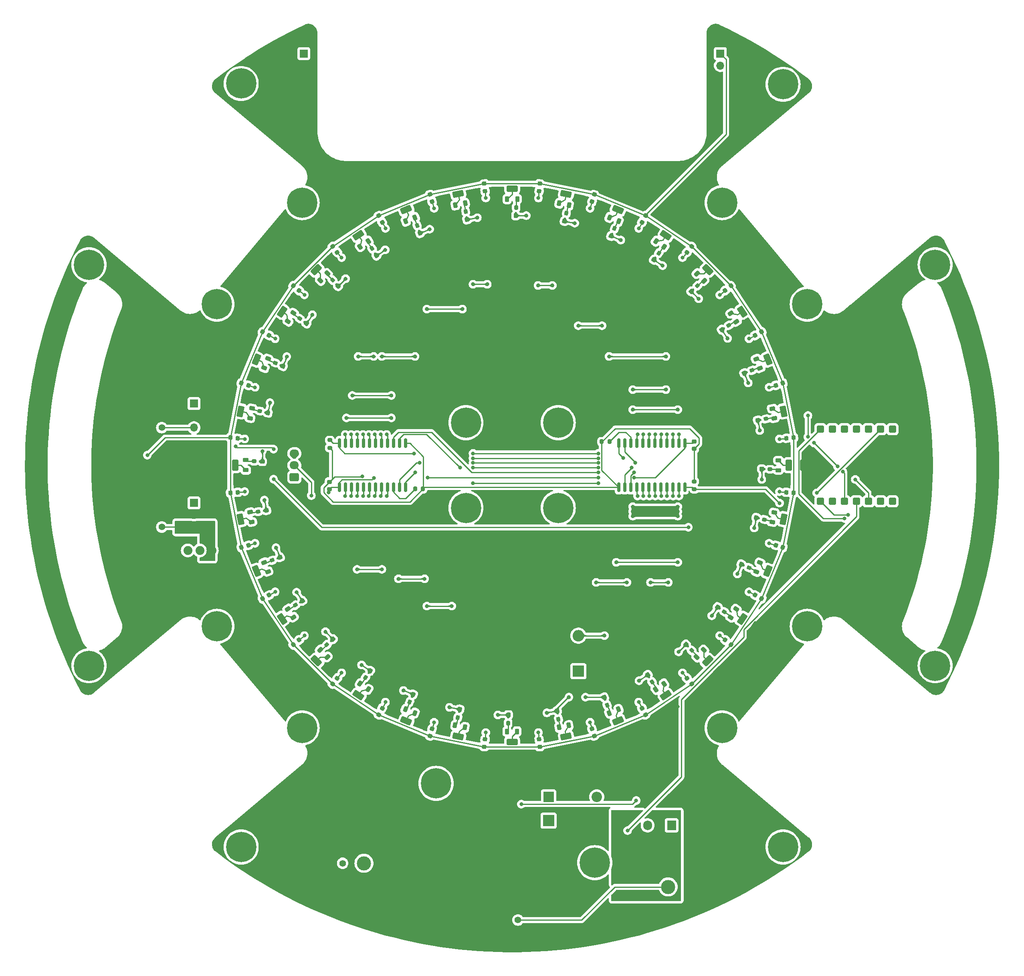
<source format=gbl>
G04 #@! TF.GenerationSoftware,KiCad,Pcbnew,7.0.9*
G04 #@! TF.CreationDate,2024-02-22T22:24:08+08:00*
G04 #@! TF.ProjectId,layer1,6c617965-7231-42e6-9b69-6361645f7063,1.1*
G04 #@! TF.SameCoordinates,Original*
G04 #@! TF.FileFunction,Copper,L2,Bot*
G04 #@! TF.FilePolarity,Positive*
%FSLAX46Y46*%
G04 Gerber Fmt 4.6, Leading zero omitted, Abs format (unit mm)*
G04 Created by KiCad (PCBNEW 7.0.9) date 2024-02-22 22:24:08*
%MOMM*%
%LPD*%
G01*
G04 APERTURE LIST*
G04 Aperture macros list*
%AMRoundRect*
0 Rectangle with rounded corners*
0 $1 Rounding radius*
0 $2 $3 $4 $5 $6 $7 $8 $9 X,Y pos of 4 corners*
0 Add a 4 corners polygon primitive as box body*
4,1,4,$2,$3,$4,$5,$6,$7,$8,$9,$2,$3,0*
0 Add four circle primitives for the rounded corners*
1,1,$1+$1,$2,$3*
1,1,$1+$1,$4,$5*
1,1,$1+$1,$6,$7*
1,1,$1+$1,$8,$9*
0 Add four rect primitives between the rounded corners*
20,1,$1+$1,$2,$3,$4,$5,0*
20,1,$1+$1,$4,$5,$6,$7,0*
20,1,$1+$1,$6,$7,$8,$9,0*
20,1,$1+$1,$8,$9,$2,$3,0*%
G04 Aperture macros list end*
G04 #@! TA.AperFunction,ComponentPad*
%ADD10C,6.400000*%
G04 #@! TD*
G04 #@! TA.AperFunction,ComponentPad*
%ADD11R,1.700000X1.700000*%
G04 #@! TD*
G04 #@! TA.AperFunction,ComponentPad*
%ADD12O,1.700000X1.700000*%
G04 #@! TD*
G04 #@! TA.AperFunction,ComponentPad*
%ADD13R,1.905000X2.000000*%
G04 #@! TD*
G04 #@! TA.AperFunction,ComponentPad*
%ADD14O,1.905000X2.000000*%
G04 #@! TD*
G04 #@! TA.AperFunction,ComponentPad*
%ADD15R,3.000000X3.000000*%
G04 #@! TD*
G04 #@! TA.AperFunction,ComponentPad*
%ADD16C,3.000000*%
G04 #@! TD*
G04 #@! TA.AperFunction,ComponentPad*
%ADD17R,2.200000X2.200000*%
G04 #@! TD*
G04 #@! TA.AperFunction,ComponentPad*
%ADD18O,2.200000X2.200000*%
G04 #@! TD*
G04 #@! TA.AperFunction,ComponentPad*
%ADD19RoundRect,0.150000X0.600000X-0.600000X0.600000X0.600000X-0.600000X0.600000X-0.600000X-0.600000X0*%
G04 #@! TD*
G04 #@! TA.AperFunction,ComponentPad*
%ADD20RoundRect,0.150000X-0.600000X0.600000X-0.600000X-0.600000X0.600000X-0.600000X0.600000X0.600000X0*%
G04 #@! TD*
G04 #@! TA.AperFunction,ComponentPad*
%ADD21R,2.400000X2.400000*%
G04 #@! TD*
G04 #@! TA.AperFunction,ComponentPad*
%ADD22C,2.400000*%
G04 #@! TD*
G04 #@! TA.AperFunction,ComponentPad*
%ADD23RoundRect,0.250000X0.725000X-0.600000X0.725000X0.600000X-0.725000X0.600000X-0.725000X-0.600000X0*%
G04 #@! TD*
G04 #@! TA.AperFunction,ComponentPad*
%ADD24O,1.950000X1.700000*%
G04 #@! TD*
G04 #@! TA.AperFunction,ComponentPad*
%ADD25RoundRect,0.250001X-0.799999X-0.799999X0.799999X-0.799999X0.799999X0.799999X-0.799999X0.799999X0*%
G04 #@! TD*
G04 #@! TA.AperFunction,ComponentPad*
%ADD26O,2.400000X2.400000*%
G04 #@! TD*
G04 #@! TA.AperFunction,ComponentPad*
%ADD27C,1.879600*%
G04 #@! TD*
G04 #@! TA.AperFunction,SMDPad,CuDef*
%ADD28RoundRect,0.225000X-0.335876X-0.017678X-0.017678X-0.335876X0.335876X0.017678X0.017678X0.335876X0*%
G04 #@! TD*
G04 #@! TA.AperFunction,SMDPad,CuDef*
%ADD29RoundRect,0.200000X-0.275000X0.200000X-0.275000X-0.200000X0.275000X-0.200000X0.275000X0.200000X0*%
G04 #@! TD*
G04 #@! TA.AperFunction,SMDPad,CuDef*
%ADD30RoundRect,0.225000X-0.250000X0.225000X-0.250000X-0.225000X0.250000X-0.225000X0.250000X0.225000X0*%
G04 #@! TD*
G04 #@! TA.AperFunction,SMDPad,CuDef*
%ADD31RoundRect,0.200000X-0.230698X0.249807X-0.308734X-0.142507X0.230698X-0.249807X0.308734X0.142507X0*%
G04 #@! TD*
G04 #@! TA.AperFunction,SMDPad,CuDef*
%ADD32RoundRect,0.200000X-0.290014X-0.177530X0.079538X-0.330604X0.290014X0.177530X-0.079538X0.330604X0*%
G04 #@! TD*
G04 #@! TA.AperFunction,SMDPad,CuDef*
%ADD33RoundRect,0.200000X-0.177530X0.290014X-0.330604X-0.079538X0.177530X-0.290014X0.330604X0.079538X0*%
G04 #@! TD*
G04 #@! TA.AperFunction,SMDPad,CuDef*
%ADD34RoundRect,0.218750X0.435941X-0.056201X0.268517X0.347997X-0.435941X0.056201X-0.268517X-0.347997X0*%
G04 #@! TD*
G04 #@! TA.AperFunction,SMDPad,CuDef*
%ADD35RoundRect,0.218750X0.329110X-0.072125X0.122874X0.313716X-0.329110X0.072125X-0.122874X-0.313716X0*%
G04 #@! TD*
G04 #@! TA.AperFunction,SMDPad,CuDef*
%ADD36RoundRect,0.250000X0.224115X0.987701X-0.585032X0.826752X-0.224115X-0.987701X0.585032X-0.826752X0*%
G04 #@! TD*
G04 #@! TA.AperFunction,SMDPad,CuDef*
%ADD37RoundRect,0.200000X0.200000X0.275000X-0.200000X0.275000X-0.200000X-0.275000X0.200000X-0.275000X0*%
G04 #@! TD*
G04 #@! TA.AperFunction,SMDPad,CuDef*
%ADD38RoundRect,0.200000X-0.079538X-0.330604X0.290014X-0.177530X0.079538X0.330604X-0.290014X0.177530X0*%
G04 #@! TD*
G04 #@! TA.AperFunction,SMDPad,CuDef*
%ADD39RoundRect,0.218750X-0.308716X0.134945X-0.181716X-0.283716X0.308716X-0.134945X0.181716X0.283716X0*%
G04 #@! TD*
G04 #@! TA.AperFunction,SMDPad,CuDef*
%ADD40RoundRect,0.225000X0.017678X-0.335876X0.335876X-0.017678X-0.017678X0.335876X-0.335876X0.017678X0*%
G04 #@! TD*
G04 #@! TA.AperFunction,SMDPad,CuDef*
%ADD41RoundRect,0.218750X0.347997X0.268517X-0.056201X0.435941X-0.347997X-0.268517X0.056201X-0.435941X0*%
G04 #@! TD*
G04 #@! TA.AperFunction,SMDPad,CuDef*
%ADD42RoundRect,0.225000X-0.303544X-0.144866X0.112202X-0.317074X0.303544X0.144866X-0.112202X0.317074X0*%
G04 #@! TD*
G04 #@! TA.AperFunction,SMDPad,CuDef*
%ADD43RoundRect,0.218750X0.438529X0.029927X0.195467X0.393695X-0.438529X-0.029927X-0.195467X-0.393695X0*%
G04 #@! TD*
G04 #@! TA.AperFunction,SMDPad,CuDef*
%ADD44RoundRect,0.218750X-0.424264X-0.114905X-0.114905X-0.424264X0.424264X0.114905X0.114905X0.424264X0*%
G04 #@! TD*
G04 #@! TA.AperFunction,SMDPad,CuDef*
%ADD45RoundRect,0.250000X-0.998282X-0.170921X-0.539937X-0.856884X0.998282X0.170921X0.539937X0.856884X0*%
G04 #@! TD*
G04 #@! TA.AperFunction,SMDPad,CuDef*
%ADD46RoundRect,0.218750X-0.283716X-0.181716X0.134945X-0.308716X0.283716X0.181716X-0.134945X0.308716X0*%
G04 #@! TD*
G04 #@! TA.AperFunction,SMDPad,CuDef*
%ADD47RoundRect,0.250000X0.170921X-0.998282X0.856884X-0.539937X-0.170921X0.998282X-0.856884X0.539937X0*%
G04 #@! TD*
G04 #@! TA.AperFunction,SMDPad,CuDef*
%ADD48RoundRect,0.200000X0.142507X0.308734X-0.249807X0.230698X-0.142507X-0.308734X0.249807X-0.230698X0*%
G04 #@! TD*
G04 #@! TA.AperFunction,SMDPad,CuDef*
%ADD49RoundRect,0.250000X-0.027118X-1.012445X0.735082X-0.696732X0.027118X1.012445X-0.735082X0.696732X0*%
G04 #@! TD*
G04 #@! TA.AperFunction,SMDPad,CuDef*
%ADD50RoundRect,0.250000X0.362392X-0.945755X0.945755X-0.362392X-0.362392X0.945755X-0.945755X0.362392X0*%
G04 #@! TD*
G04 #@! TA.AperFunction,SMDPad,CuDef*
%ADD51RoundRect,0.200000X-0.013512X-0.339768X0.319076X-0.117540X0.013512X0.339768X-0.319076X0.117540X0*%
G04 #@! TD*
G04 #@! TA.AperFunction,SMDPad,CuDef*
%ADD52RoundRect,0.218750X0.381250X-0.218750X0.381250X0.218750X-0.381250X0.218750X-0.381250X-0.218750X0*%
G04 #@! TD*
G04 #@! TA.AperFunction,SMDPad,CuDef*
%ADD53RoundRect,0.225000X0.144866X-0.303544X0.317074X0.112202X-0.144866X0.303544X-0.317074X-0.112202X0*%
G04 #@! TD*
G04 #@! TA.AperFunction,SMDPad,CuDef*
%ADD54RoundRect,0.200000X0.330604X-0.079538X0.177530X0.290014X-0.330604X0.079538X-0.177530X-0.290014X0*%
G04 #@! TD*
G04 #@! TA.AperFunction,SMDPad,CuDef*
%ADD55RoundRect,0.200000X0.013512X0.339768X-0.319076X0.117540X-0.013512X-0.339768X0.319076X-0.117540X0*%
G04 #@! TD*
G04 #@! TA.AperFunction,SMDPad,CuDef*
%ADD56RoundRect,0.225000X-0.171904X-0.289092X0.269449X-0.201301X0.171904X0.289092X-0.269449X0.201301X0*%
G04 #@! TD*
G04 #@! TA.AperFunction,SMDPad,CuDef*
%ADD57RoundRect,0.218750X0.416600X-0.140169X0.331248X0.288925X-0.416600X0.140169X-0.331248X-0.288925X0*%
G04 #@! TD*
G04 #@! TA.AperFunction,SMDPad,CuDef*
%ADD58RoundRect,0.250000X0.539937X-0.856884X0.998282X-0.170921X-0.539937X0.856884X-0.998282X0.170921X0*%
G04 #@! TD*
G04 #@! TA.AperFunction,SMDPad,CuDef*
%ADD59RoundRect,0.225000X-0.317074X0.112202X-0.144866X-0.303544X0.317074X-0.112202X0.144866X0.303544X0*%
G04 #@! TD*
G04 #@! TA.AperFunction,SMDPad,CuDef*
%ADD60RoundRect,0.218750X0.283716X0.181716X-0.134945X0.308716X-0.283716X-0.181716X0.134945X-0.308716X0*%
G04 #@! TD*
G04 #@! TA.AperFunction,SMDPad,CuDef*
%ADD61RoundRect,0.218750X0.059310X-0.331659X0.336857X0.006533X-0.059310X0.331659X-0.336857X-0.006533X0*%
G04 #@! TD*
G04 #@! TA.AperFunction,SMDPad,CuDef*
%ADD62RoundRect,0.200000X-0.200000X-0.275000X0.200000X-0.275000X0.200000X0.275000X-0.200000X0.275000X0*%
G04 #@! TD*
G04 #@! TA.AperFunction,SMDPad,CuDef*
%ADD63RoundRect,0.225000X-0.201301X0.269449X-0.289092X-0.171904X0.201301X-0.269449X0.289092X0.171904X0*%
G04 #@! TD*
G04 #@! TA.AperFunction,SMDPad,CuDef*
%ADD64RoundRect,0.200000X0.079538X0.330604X-0.290014X0.177530X-0.079538X-0.330604X0.290014X-0.177530X0*%
G04 #@! TD*
G04 #@! TA.AperFunction,SMDPad,CuDef*
%ADD65RoundRect,0.225000X0.335876X0.017678X0.017678X0.335876X-0.335876X-0.017678X-0.017678X-0.335876X0*%
G04 #@! TD*
G04 #@! TA.AperFunction,SMDPad,CuDef*
%ADD66RoundRect,0.250000X0.735082X0.696732X-0.027118X1.012445X-0.735082X-0.696732X0.027118X-1.012445X0*%
G04 #@! TD*
G04 #@! TA.AperFunction,SMDPad,CuDef*
%ADD67RoundRect,0.225000X-0.269449X-0.201301X0.171904X-0.289092X0.269449X0.201301X-0.171904X0.289092X0*%
G04 #@! TD*
G04 #@! TA.AperFunction,SMDPad,CuDef*
%ADD68RoundRect,0.250000X-0.224115X-0.987701X0.585032X-0.826752X0.224115X0.987701X-0.585032X0.826752X0*%
G04 #@! TD*
G04 #@! TA.AperFunction,SMDPad,CuDef*
%ADD69RoundRect,0.218750X-0.114905X0.424264X-0.424264X0.114905X0.114905X-0.424264X0.424264X-0.114905X0*%
G04 #@! TD*
G04 #@! TA.AperFunction,SMDPad,CuDef*
%ADD70RoundRect,0.218750X0.424264X0.114905X0.114905X0.424264X-0.424264X-0.114905X-0.114905X-0.424264X0*%
G04 #@! TD*
G04 #@! TA.AperFunction,SMDPad,CuDef*
%ADD71RoundRect,0.225000X0.303544X0.144866X-0.112202X0.317074X-0.303544X-0.144866X0.112202X-0.317074X0*%
G04 #@! TD*
G04 #@! TA.AperFunction,SMDPad,CuDef*
%ADD72RoundRect,0.225000X0.201301X-0.269449X0.289092X0.171904X-0.201301X0.269449X-0.289092X-0.171904X0*%
G04 #@! TD*
G04 #@! TA.AperFunction,SMDPad,CuDef*
%ADD73RoundRect,0.225000X-0.225000X-0.250000X0.225000X-0.250000X0.225000X0.250000X-0.225000X0.250000X0*%
G04 #@! TD*
G04 #@! TA.AperFunction,SMDPad,CuDef*
%ADD74RoundRect,0.218750X0.006533X0.336857X-0.331659X0.059310X-0.006533X-0.336857X0.331659X-0.059310X0*%
G04 #@! TD*
G04 #@! TA.AperFunction,SMDPad,CuDef*
%ADD75RoundRect,0.200000X0.249807X0.230698X-0.142507X0.308734X-0.249807X-0.230698X0.142507X-0.308734X0*%
G04 #@! TD*
G04 #@! TA.AperFunction,SMDPad,CuDef*
%ADD76RoundRect,0.250000X0.987701X-0.224115X0.826752X0.585032X-0.987701X0.224115X-0.826752X-0.585032X0*%
G04 #@! TD*
G04 #@! TA.AperFunction,SMDPad,CuDef*
%ADD77RoundRect,0.200000X0.117540X-0.319076X0.339768X0.013512X-0.117540X0.319076X-0.339768X-0.013512X0*%
G04 #@! TD*
G04 #@! TA.AperFunction,SMDPad,CuDef*
%ADD78RoundRect,0.200000X-0.249807X-0.230698X0.142507X-0.308734X0.249807X0.230698X-0.142507X0.308734X0*%
G04 #@! TD*
G04 #@! TA.AperFunction,ComponentPad*
%ADD79C,1.400000*%
G04 #@! TD*
G04 #@! TA.AperFunction,SMDPad,CuDef*
%ADD80RoundRect,0.218750X-0.242814X-0.233575X0.192580X-0.276457X0.242814X0.233575X-0.192580X0.276457X0*%
G04 #@! TD*
G04 #@! TA.AperFunction,SMDPad,CuDef*
%ADD81RoundRect,0.218750X-0.331659X-0.059310X0.006533X-0.336857X0.331659X0.059310X-0.006533X0.336857X0*%
G04 #@! TD*
G04 #@! TA.AperFunction,SMDPad,CuDef*
%ADD82RoundRect,0.218750X-0.122874X0.313716X-0.329110X-0.072125X0.122874X-0.313716X0.329110X0.072125X0*%
G04 #@! TD*
G04 #@! TA.AperFunction,SMDPad,CuDef*
%ADD83RoundRect,0.225000X0.332871X-0.048188X0.082864X0.325973X-0.332871X0.048188X-0.082864X-0.325973X0*%
G04 #@! TD*
G04 #@! TA.AperFunction,SMDPad,CuDef*
%ADD84RoundRect,0.218750X0.336857X-0.006533X0.059310X0.331659X-0.336857X0.006533X-0.059310X-0.331659X0*%
G04 #@! TD*
G04 #@! TA.AperFunction,SMDPad,CuDef*
%ADD85RoundRect,0.218750X0.122874X-0.313716X0.329110X0.072125X-0.122874X0.313716X-0.329110X-0.072125X0*%
G04 #@! TD*
G04 #@! TA.AperFunction,SMDPad,CuDef*
%ADD86RoundRect,0.250000X-0.170921X0.998282X-0.856884X0.539937X0.170921X-0.998282X0.856884X-0.539937X0*%
G04 #@! TD*
G04 #@! TA.AperFunction,SMDPad,CuDef*
%ADD87RoundRect,0.218750X-0.056201X-0.435941X0.347997X-0.268517X0.056201X0.435941X-0.347997X0.268517X0*%
G04 #@! TD*
G04 #@! TA.AperFunction,SMDPad,CuDef*
%ADD88RoundRect,0.225000X0.250000X-0.225000X0.250000X0.225000X-0.250000X0.225000X-0.250000X-0.225000X0*%
G04 #@! TD*
G04 #@! TA.AperFunction,SMDPad,CuDef*
%ADD89RoundRect,0.218750X-0.072125X-0.329110X0.313716X-0.122874X0.072125X0.329110X-0.313716X0.122874X0*%
G04 #@! TD*
G04 #@! TA.AperFunction,SMDPad,CuDef*
%ADD90RoundRect,0.225000X-0.017678X0.335876X-0.335876X0.017678X0.017678X-0.335876X0.335876X-0.017678X0*%
G04 #@! TD*
G04 #@! TA.AperFunction,SMDPad,CuDef*
%ADD91RoundRect,0.200000X-0.319076X-0.117540X0.013512X-0.339768X0.319076X0.117540X-0.013512X0.339768X0*%
G04 #@! TD*
G04 #@! TA.AperFunction,SMDPad,CuDef*
%ADD92RoundRect,0.218750X-0.192580X-0.276457X0.242814X-0.233575X0.192580X0.276457X-0.242814X0.233575X0*%
G04 #@! TD*
G04 #@! TA.AperFunction,SMDPad,CuDef*
%ADD93RoundRect,0.218750X0.331248X-0.288925X0.416600X0.140169X-0.331248X0.288925X-0.416600X-0.140169X0*%
G04 #@! TD*
G04 #@! TA.AperFunction,SMDPad,CuDef*
%ADD94RoundRect,0.200000X-0.335876X-0.053033X-0.053033X-0.335876X0.335876X0.053033X0.053033X0.335876X0*%
G04 #@! TD*
G04 #@! TA.AperFunction,SMDPad,CuDef*
%ADD95RoundRect,0.218750X-0.435941X0.056201X-0.268517X-0.347997X0.435941X-0.056201X0.268517X0.347997X0*%
G04 #@! TD*
G04 #@! TA.AperFunction,SMDPad,CuDef*
%ADD96RoundRect,0.200000X-0.330604X0.079538X-0.177530X-0.290014X0.330604X-0.079538X0.177530X0.290014X0*%
G04 #@! TD*
G04 #@! TA.AperFunction,SMDPad,CuDef*
%ADD97RoundRect,0.250000X0.925000X-0.412500X0.925000X0.412500X-0.925000X0.412500X-0.925000X-0.412500X0*%
G04 #@! TD*
G04 #@! TA.AperFunction,SMDPad,CuDef*
%ADD98RoundRect,0.200000X-0.053033X0.335876X-0.335876X0.053033X0.053033X-0.335876X0.335876X-0.053033X0*%
G04 #@! TD*
G04 #@! TA.AperFunction,SMDPad,CuDef*
%ADD99RoundRect,0.200000X0.319076X0.117540X-0.013512X0.339768X-0.319076X-0.117540X0.013512X-0.339768X0*%
G04 #@! TD*
G04 #@! TA.AperFunction,SMDPad,CuDef*
%ADD100RoundRect,0.218750X-0.195467X0.393695X-0.438529X0.029927X0.195467X-0.393695X0.438529X-0.029927X0*%
G04 #@! TD*
G04 #@! TA.AperFunction,SMDPad,CuDef*
%ADD101RoundRect,0.200000X0.053033X-0.335876X0.335876X-0.053033X-0.053033X0.335876X-0.335876X0.053033X0*%
G04 #@! TD*
G04 #@! TA.AperFunction,SMDPad,CuDef*
%ADD102RoundRect,0.225000X-0.112202X-0.317074X0.303544X-0.144866X0.112202X0.317074X-0.303544X0.144866X0*%
G04 #@! TD*
G04 #@! TA.AperFunction,SMDPad,CuDef*
%ADD103RoundRect,0.218750X-0.313716X-0.122874X0.072125X-0.329110X0.313716X0.122874X-0.072125X0.329110X0*%
G04 #@! TD*
G04 #@! TA.AperFunction,SMDPad,CuDef*
%ADD104RoundRect,0.225000X0.225000X0.250000X-0.225000X0.250000X-0.225000X-0.250000X0.225000X-0.250000X0*%
G04 #@! TD*
G04 #@! TA.AperFunction,SMDPad,CuDef*
%ADD105RoundRect,0.218750X-0.288925X-0.331248X0.140169X-0.416600X0.288925X0.331248X-0.140169X0.416600X0*%
G04 #@! TD*
G04 #@! TA.AperFunction,SMDPad,CuDef*
%ADD106RoundRect,0.218750X-0.347997X-0.268517X0.056201X-0.435941X0.347997X0.268517X-0.056201X0.435941X0*%
G04 #@! TD*
G04 #@! TA.AperFunction,SMDPad,CuDef*
%ADD107RoundRect,0.218750X-0.059310X0.331659X-0.336857X-0.006533X0.059310X-0.331659X0.336857X0.006533X0*%
G04 #@! TD*
G04 #@! TA.AperFunction,SMDPad,CuDef*
%ADD108RoundRect,0.225000X0.082864X-0.325973X0.332871X0.048188X-0.082864X0.325973X-0.332871X-0.048188X0*%
G04 #@! TD*
G04 #@! TA.AperFunction,SMDPad,CuDef*
%ADD109RoundRect,0.218750X0.268517X-0.347997X0.435941X0.056201X-0.268517X0.347997X-0.435941X-0.056201X0*%
G04 #@! TD*
G04 #@! TA.AperFunction,SMDPad,CuDef*
%ADD110RoundRect,0.218750X0.331659X0.059310X-0.006533X0.336857X-0.331659X-0.059310X0.006533X-0.336857X0*%
G04 #@! TD*
G04 #@! TA.AperFunction,SMDPad,CuDef*
%ADD111RoundRect,0.200000X0.339768X-0.013512X0.117540X0.319076X-0.339768X0.013512X-0.117540X-0.319076X0*%
G04 #@! TD*
G04 #@! TA.AperFunction,SMDPad,CuDef*
%ADD112RoundRect,0.250000X-0.987701X0.224115X-0.826752X-0.585032X0.987701X-0.224115X0.826752X0.585032X0*%
G04 #@! TD*
G04 #@! TA.AperFunction,SMDPad,CuDef*
%ADD113RoundRect,0.225000X0.289092X-0.171904X0.201301X0.269449X-0.289092X0.171904X-0.201301X-0.269449X0*%
G04 #@! TD*
G04 #@! TA.AperFunction,SMDPad,CuDef*
%ADD114RoundRect,0.218750X-0.331248X0.288925X-0.416600X-0.140169X0.331248X-0.288925X0.416600X0.140169X0*%
G04 #@! TD*
G04 #@! TA.AperFunction,SMDPad,CuDef*
%ADD115RoundRect,0.250000X-0.585032X-0.826752X0.224115X-0.987701X0.585032X0.826752X-0.224115X0.987701X0*%
G04 #@! TD*
G04 #@! TA.AperFunction,SMDPad,CuDef*
%ADD116RoundRect,0.250000X-0.925000X0.412500X-0.925000X-0.412500X0.925000X-0.412500X0.925000X0.412500X0*%
G04 #@! TD*
G04 #@! TA.AperFunction,SMDPad,CuDef*
%ADD117RoundRect,0.250000X0.412500X0.925000X-0.412500X0.925000X-0.412500X-0.925000X0.412500X-0.925000X0*%
G04 #@! TD*
G04 #@! TA.AperFunction,SMDPad,CuDef*
%ADD118RoundRect,0.218750X-0.029927X0.438529X-0.393695X0.195467X0.029927X-0.438529X0.393695X-0.195467X0*%
G04 #@! TD*
G04 #@! TA.AperFunction,SMDPad,CuDef*
%ADD119RoundRect,0.200000X-0.339768X0.013512X-0.117540X-0.319076X0.339768X-0.013512X0.117540X0.319076X0*%
G04 #@! TD*
G04 #@! TA.AperFunction,SMDPad,CuDef*
%ADD120RoundRect,0.200000X0.230698X-0.249807X0.308734X0.142507X-0.230698X0.249807X-0.308734X-0.142507X0*%
G04 #@! TD*
G04 #@! TA.AperFunction,SMDPad,CuDef*
%ADD121RoundRect,0.225000X0.112202X0.317074X-0.303544X0.144866X-0.112202X-0.317074X0.303544X-0.144866X0*%
G04 #@! TD*
G04 #@! TA.AperFunction,SMDPad,CuDef*
%ADD122RoundRect,0.250000X0.585032X0.826752X-0.224115X0.987701X-0.585032X-0.826752X0.224115X-0.987701X0*%
G04 #@! TD*
G04 #@! TA.AperFunction,SMDPad,CuDef*
%ADD123RoundRect,0.250000X1.012445X-0.027118X0.696732X0.735082X-1.012445X0.027118X-0.696732X-0.735082X0*%
G04 #@! TD*
G04 #@! TA.AperFunction,SMDPad,CuDef*
%ADD124RoundRect,0.218750X0.393695X0.195467X0.029927X0.438529X-0.393695X-0.195467X-0.029927X-0.438529X0*%
G04 #@! TD*
G04 #@! TA.AperFunction,SMDPad,CuDef*
%ADD125RoundRect,0.250000X-0.945755X-0.362392X-0.362392X-0.945755X0.945755X0.362392X0.362392X0.945755X0*%
G04 #@! TD*
G04 #@! TA.AperFunction,SMDPad,CuDef*
%ADD126RoundRect,0.250000X0.856884X0.539937X0.170921X0.998282X-0.856884X-0.539937X-0.170921X-0.998282X0*%
G04 #@! TD*
G04 #@! TA.AperFunction,SMDPad,CuDef*
%ADD127RoundRect,0.200000X0.290014X0.177530X-0.079538X0.330604X-0.290014X-0.177530X0.079538X-0.330604X0*%
G04 #@! TD*
G04 #@! TA.AperFunction,SMDPad,CuDef*
%ADD128RoundRect,0.225000X-0.289092X0.171904X-0.201301X-0.269449X0.289092X-0.171904X0.201301X0.269449X0*%
G04 #@! TD*
G04 #@! TA.AperFunction,SMDPad,CuDef*
%ADD129RoundRect,0.218750X-0.181716X0.283716X-0.308716X-0.134945X0.181716X-0.283716X0.308716X0.134945X0*%
G04 #@! TD*
G04 #@! TA.AperFunction,SMDPad,CuDef*
%ADD130RoundRect,0.200000X-0.142507X-0.308734X0.249807X-0.230698X0.142507X0.308734X-0.249807X0.230698X0*%
G04 #@! TD*
G04 #@! TA.AperFunction,SMDPad,CuDef*
%ADD131RoundRect,0.200000X0.335876X0.053033X0.053033X0.335876X-0.335876X-0.053033X-0.053033X-0.335876X0*%
G04 #@! TD*
G04 #@! TA.AperFunction,SMDPad,CuDef*
%ADD132RoundRect,0.225000X0.325973X0.082864X-0.048188X0.332871X-0.325973X-0.082864X0.048188X-0.332871X0*%
G04 #@! TD*
G04 #@! TA.AperFunction,SMDPad,CuDef*
%ADD133RoundRect,0.218750X0.313716X0.122874X-0.072125X0.329110X-0.313716X-0.122874X0.072125X-0.329110X0*%
G04 #@! TD*
G04 #@! TA.AperFunction,SMDPad,CuDef*
%ADD134RoundRect,0.200000X-0.308734X0.142507X-0.230698X-0.249807X0.308734X-0.142507X0.230698X0.249807X0*%
G04 #@! TD*
G04 #@! TA.AperFunction,SMDPad,CuDef*
%ADD135RoundRect,0.218750X0.192580X0.276457X-0.242814X0.233575X-0.192580X-0.276457X0.242814X-0.233575X0*%
G04 #@! TD*
G04 #@! TA.AperFunction,SMDPad,CuDef*
%ADD136RoundRect,0.218750X0.056201X0.435941X-0.347997X0.268517X-0.056201X-0.435941X0.347997X-0.268517X0*%
G04 #@! TD*
G04 #@! TA.AperFunction,SMDPad,CuDef*
%ADD137RoundRect,0.250000X0.826752X-0.585032X0.987701X0.224115X-0.826752X0.585032X-0.987701X-0.224115X0*%
G04 #@! TD*
G04 #@! TA.AperFunction,SMDPad,CuDef*
%ADD138RoundRect,0.218750X0.181716X-0.283716X0.308716X0.134945X-0.181716X0.283716X-0.308716X-0.134945X0*%
G04 #@! TD*
G04 #@! TA.AperFunction,SMDPad,CuDef*
%ADD139RoundRect,0.250000X-0.856884X-0.539937X-0.170921X-0.998282X0.856884X0.539937X0.170921X0.998282X0*%
G04 #@! TD*
G04 #@! TA.AperFunction,SMDPad,CuDef*
%ADD140RoundRect,0.225000X-0.048188X-0.332871X0.325973X-0.082864X0.048188X0.332871X-0.325973X0.082864X0*%
G04 #@! TD*
G04 #@! TA.AperFunction,SMDPad,CuDef*
%ADD141RoundRect,0.225000X0.269449X0.201301X-0.171904X0.289092X-0.269449X-0.201301X0.171904X-0.289092X0*%
G04 #@! TD*
G04 #@! TA.AperFunction,SMDPad,CuDef*
%ADD142RoundRect,0.218750X-0.329110X0.072125X-0.122874X-0.313716X0.329110X-0.072125X0.122874X0.313716X0*%
G04 #@! TD*
G04 #@! TA.AperFunction,SMDPad,CuDef*
%ADD143RoundRect,0.218750X-0.381250X0.218750X-0.381250X-0.218750X0.381250X-0.218750X0.381250X0.218750X0*%
G04 #@! TD*
G04 #@! TA.AperFunction,SMDPad,CuDef*
%ADD144RoundRect,0.218750X-0.134945X-0.308716X0.283716X-0.181716X0.134945X0.308716X-0.283716X0.181716X0*%
G04 #@! TD*
G04 #@! TA.AperFunction,SMDPad,CuDef*
%ADD145RoundRect,0.218750X-0.006533X-0.336857X0.331659X-0.059310X0.006533X0.336857X-0.331659X0.059310X0*%
G04 #@! TD*
G04 #@! TA.AperFunction,SMDPad,CuDef*
%ADD146RoundRect,0.250000X-0.362392X0.945755X-0.945755X0.362392X0.362392X-0.945755X0.945755X-0.362392X0*%
G04 #@! TD*
G04 #@! TA.AperFunction,SMDPad,CuDef*
%ADD147RoundRect,0.218750X0.308716X-0.134945X0.181716X0.283716X-0.308716X0.134945X-0.181716X-0.283716X0*%
G04 #@! TD*
G04 #@! TA.AperFunction,SMDPad,CuDef*
%ADD148RoundRect,0.250000X0.998282X0.170921X0.539937X0.856884X-0.998282X-0.170921X-0.539937X-0.856884X0*%
G04 #@! TD*
G04 #@! TA.AperFunction,SMDPad,CuDef*
%ADD149RoundRect,0.218750X-0.140169X-0.416600X0.288925X-0.331248X0.140169X0.416600X-0.288925X0.331248X0*%
G04 #@! TD*
G04 #@! TA.AperFunction,SMDPad,CuDef*
%ADD150RoundRect,0.218750X0.218750X0.381250X-0.218750X0.381250X-0.218750X-0.381250X0.218750X-0.381250X0*%
G04 #@! TD*
G04 #@! TA.AperFunction,SMDPad,CuDef*
%ADD151RoundRect,0.218750X0.140169X0.416600X-0.288925X0.331248X-0.140169X-0.416600X0.288925X-0.331248X0*%
G04 #@! TD*
G04 #@! TA.AperFunction,SMDPad,CuDef*
%ADD152RoundRect,0.218750X0.072125X0.329110X-0.313716X0.122874X-0.072125X-0.329110X0.313716X-0.122874X0*%
G04 #@! TD*
G04 #@! TA.AperFunction,SMDPad,CuDef*
%ADD153RoundRect,0.200000X-0.117540X0.319076X-0.339768X-0.013512X0.117540X-0.319076X0.339768X0.013512X0*%
G04 #@! TD*
G04 #@! TA.AperFunction,SMDPad,CuDef*
%ADD154RoundRect,0.250000X-0.539937X0.856884X-0.998282X0.170921X0.539937X-0.856884X0.998282X-0.170921X0*%
G04 #@! TD*
G04 #@! TA.AperFunction,SMDPad,CuDef*
%ADD155RoundRect,0.200000X0.308734X-0.142507X0.230698X0.249807X-0.308734X0.142507X-0.230698X-0.249807X0*%
G04 #@! TD*
G04 #@! TA.AperFunction,SMDPad,CuDef*
%ADD156RoundRect,0.218750X-0.233575X0.242814X-0.276457X-0.192580X0.233575X-0.242814X0.276457X0.192580X0*%
G04 #@! TD*
G04 #@! TA.AperFunction,SMDPad,CuDef*
%ADD157RoundRect,0.250000X-0.696732X0.735082X-1.012445X-0.027118X0.696732X-0.735082X1.012445X0.027118X0*%
G04 #@! TD*
G04 #@! TA.AperFunction,SMDPad,CuDef*
%ADD158RoundRect,0.250000X0.945755X0.362392X0.362392X0.945755X-0.945755X-0.362392X-0.362392X-0.945755X0*%
G04 #@! TD*
G04 #@! TA.AperFunction,SMDPad,CuDef*
%ADD159RoundRect,0.150000X-0.150000X0.875000X-0.150000X-0.875000X0.150000X-0.875000X0.150000X0.875000X0*%
G04 #@! TD*
G04 #@! TA.AperFunction,SMDPad,CuDef*
%ADD160RoundRect,0.225000X-0.332871X0.048188X-0.082864X-0.325973X0.332871X-0.048188X0.082864X0.325973X0*%
G04 #@! TD*
G04 #@! TA.AperFunction,SMDPad,CuDef*
%ADD161RoundRect,0.225000X-0.144866X0.303544X-0.317074X-0.112202X0.144866X-0.303544X0.317074X0.112202X0*%
G04 #@! TD*
G04 #@! TA.AperFunction,SMDPad,CuDef*
%ADD162RoundRect,0.150000X0.150000X-0.875000X0.150000X0.875000X-0.150000X0.875000X-0.150000X-0.875000X0*%
G04 #@! TD*
G04 #@! TA.AperFunction,SMDPad,CuDef*
%ADD163RoundRect,0.218750X0.114905X-0.424264X0.424264X-0.114905X-0.114905X0.424264X-0.424264X0.114905X0*%
G04 #@! TD*
G04 #@! TA.AperFunction,SMDPad,CuDef*
%ADD164RoundRect,0.218750X-0.393695X-0.195467X-0.029927X-0.438529X0.393695X0.195467X0.029927X0.438529X0*%
G04 #@! TD*
G04 #@! TA.AperFunction,SMDPad,CuDef*
%ADD165RoundRect,0.200000X0.177530X-0.290014X0.330604X0.079538X-0.177530X0.290014X-0.330604X-0.079538X0*%
G04 #@! TD*
G04 #@! TA.AperFunction,SMDPad,CuDef*
%ADD166RoundRect,0.225000X0.171904X0.289092X-0.269449X0.201301X-0.171904X-0.289092X0.269449X-0.201301X0*%
G04 #@! TD*
G04 #@! TA.AperFunction,SMDPad,CuDef*
%ADD167RoundRect,0.250000X0.696732X-0.735082X1.012445X0.027118X-0.696732X0.735082X-1.012445X-0.027118X0*%
G04 #@! TD*
G04 #@! TA.AperFunction,SMDPad,CuDef*
%ADD168RoundRect,0.218750X0.242814X0.233575X-0.192580X0.276457X-0.242814X-0.233575X0.192580X-0.276457X0*%
G04 #@! TD*
G04 #@! TA.AperFunction,SMDPad,CuDef*
%ADD169RoundRect,0.250000X0.027118X1.012445X-0.735082X0.696732X-0.027118X-1.012445X0.735082X-0.696732X0*%
G04 #@! TD*
G04 #@! TA.AperFunction,SMDPad,CuDef*
%ADD170RoundRect,0.218750X0.029927X-0.438529X0.393695X-0.195467X-0.029927X0.438529X-0.393695X0.195467X0*%
G04 #@! TD*
G04 #@! TA.AperFunction,SMDPad,CuDef*
%ADD171RoundRect,0.218750X-0.438529X-0.029927X-0.195467X-0.393695X0.438529X0.029927X0.195467X0.393695X0*%
G04 #@! TD*
G04 #@! TA.AperFunction,SMDPad,CuDef*
%ADD172RoundRect,0.218750X0.288925X0.331248X-0.140169X0.416600X-0.288925X-0.331248X0.140169X-0.416600X0*%
G04 #@! TD*
G04 #@! TA.AperFunction,SMDPad,CuDef*
%ADD173RoundRect,0.218750X-0.276457X0.192580X-0.233575X-0.242814X0.276457X-0.192580X0.233575X0.242814X0*%
G04 #@! TD*
G04 #@! TA.AperFunction,SMDPad,CuDef*
%ADD174RoundRect,0.250000X-1.012445X0.027118X-0.696732X-0.735082X1.012445X-0.027118X0.696732X0.735082X0*%
G04 #@! TD*
G04 #@! TA.AperFunction,SMDPad,CuDef*
%ADD175RoundRect,0.218750X-0.268517X0.347997X-0.435941X-0.056201X0.268517X-0.347997X0.435941X0.056201X0*%
G04 #@! TD*
G04 #@! TA.AperFunction,SMDPad,CuDef*
%ADD176RoundRect,0.218750X0.195467X-0.393695X0.438529X-0.029927X-0.195467X0.393695X-0.438529X0.029927X0*%
G04 #@! TD*
G04 #@! TA.AperFunction,SMDPad,CuDef*
%ADD177RoundRect,0.200000X0.275000X-0.200000X0.275000X0.200000X-0.275000X0.200000X-0.275000X-0.200000X0*%
G04 #@! TD*
G04 #@! TA.AperFunction,SMDPad,CuDef*
%ADD178RoundRect,0.225000X0.317074X-0.112202X0.144866X0.303544X-0.317074X0.112202X-0.144866X-0.303544X0*%
G04 #@! TD*
G04 #@! TA.AperFunction,SMDPad,CuDef*
%ADD179RoundRect,0.218750X0.276457X-0.192580X0.233575X0.242814X-0.276457X0.192580X-0.233575X-0.242814X0*%
G04 #@! TD*
G04 #@! TA.AperFunction,SMDPad,CuDef*
%ADD180RoundRect,0.250000X-0.735082X-0.696732X0.027118X-1.012445X0.735082X0.696732X-0.027118X1.012445X0*%
G04 #@! TD*
G04 #@! TA.AperFunction,SMDPad,CuDef*
%ADD181RoundRect,0.218750X-0.218750X-0.381250X0.218750X-0.381250X0.218750X0.381250X-0.218750X0.381250X0*%
G04 #@! TD*
G04 #@! TA.AperFunction,SMDPad,CuDef*
%ADD182RoundRect,0.225000X-0.325973X-0.082864X0.048188X-0.332871X0.325973X0.082864X-0.048188X0.332871X0*%
G04 #@! TD*
G04 #@! TA.AperFunction,SMDPad,CuDef*
%ADD183RoundRect,0.218750X-0.336857X0.006533X-0.059310X-0.331659X0.336857X-0.006533X0.059310X0.331659X0*%
G04 #@! TD*
G04 #@! TA.AperFunction,SMDPad,CuDef*
%ADD184RoundRect,0.225000X-0.082864X0.325973X-0.332871X-0.048188X0.082864X-0.325973X0.332871X0.048188X0*%
G04 #@! TD*
G04 #@! TA.AperFunction,SMDPad,CuDef*
%ADD185RoundRect,0.218750X-0.416600X0.140169X-0.331248X-0.288925X0.416600X-0.140169X0.331248X0.288925X0*%
G04 #@! TD*
G04 #@! TA.AperFunction,SMDPad,CuDef*
%ADD186RoundRect,0.218750X0.233575X-0.242814X0.276457X0.192580X-0.233575X0.242814X-0.276457X-0.192580X0*%
G04 #@! TD*
G04 #@! TA.AperFunction,SMDPad,CuDef*
%ADD187RoundRect,0.218750X0.134945X0.308716X-0.283716X0.181716X-0.134945X-0.308716X0.283716X-0.181716X0*%
G04 #@! TD*
G04 #@! TA.AperFunction,SMDPad,CuDef*
%ADD188RoundRect,0.250000X-0.826752X0.585032X-0.987701X-0.224115X0.826752X-0.585032X0.987701X0.224115X0*%
G04 #@! TD*
G04 #@! TA.AperFunction,SMDPad,CuDef*
%ADD189RoundRect,0.225000X0.048188X0.332871X-0.325973X0.082864X-0.048188X-0.332871X0.325973X-0.082864X0*%
G04 #@! TD*
G04 #@! TA.AperFunction,SMDPad,CuDef*
%ADD190RoundRect,0.250000X-0.412500X-0.925000X0.412500X-0.925000X0.412500X0.925000X-0.412500X0.925000X0*%
G04 #@! TD*
G04 #@! TA.AperFunction,ViaPad*
%ADD191C,0.800000*%
G04 #@! TD*
G04 #@! TA.AperFunction,Conductor*
%ADD192C,0.250000*%
G04 #@! TD*
G04 APERTURE END LIST*
D10*
X182241000Y-44500000D03*
X187356000Y-159047000D03*
X35619500Y-82636000D03*
D11*
X57800000Y-111975000D03*
D12*
X57800000Y-114515000D03*
X57800000Y-117055000D03*
D10*
X134750000Y-134000000D03*
X169358000Y-180496000D03*
D13*
X158710000Y-201100000D03*
D14*
X156170000Y-201100000D03*
X153630000Y-201100000D03*
D10*
X80642500Y-69503900D03*
X67758900Y-205666000D03*
D15*
X157960000Y-209100000D03*
D16*
X157960000Y-214100000D03*
D10*
X62644400Y-159047000D03*
X108946000Y-192218000D03*
X115250000Y-116000000D03*
X169358000Y-69503900D03*
X214381000Y-82636000D03*
X115250000Y-134000000D03*
D17*
X132710000Y-195100000D03*
D18*
X142870000Y-195100000D03*
D10*
X182241000Y-205666000D03*
D11*
X57800000Y-132975000D03*
D12*
X57800000Y-135515000D03*
X57800000Y-138055000D03*
D19*
X205370000Y-117380000D03*
X202830000Y-117380000D03*
X200290000Y-117380000D03*
X197750000Y-117380000D03*
X195210000Y-117380000D03*
X192670000Y-117380000D03*
X190130000Y-117380000D03*
D20*
X190130000Y-132620000D03*
X192670000Y-132620000D03*
X195210000Y-132620000D03*
X197750000Y-132620000D03*
X200290000Y-132620000D03*
X202830000Y-132620000D03*
X205370000Y-132620000D03*
D10*
X80642500Y-180496000D03*
X62644400Y-90953200D03*
D21*
X139000000Y-168512754D03*
D22*
X139000000Y-161012754D03*
D10*
X67758900Y-44333800D03*
D23*
X79000000Y-127500000D03*
D24*
X79000000Y-125000000D03*
X79000000Y-122500000D03*
D10*
X214381000Y-167364000D03*
D25*
X108500000Y-142250000D03*
D21*
X132710000Y-200100000D03*
D26*
X147950000Y-200100000D03*
D10*
X142474000Y-208982000D03*
X187356000Y-90953200D03*
D11*
X81000000Y-38000000D03*
D12*
X81000000Y-40540000D03*
D10*
X35619500Y-167364000D03*
D15*
X93710000Y-214100000D03*
D16*
X93710000Y-209100000D03*
D27*
X61572200Y-143000000D03*
X59032200Y-143000000D03*
X56492200Y-143000000D03*
D11*
X169000000Y-38000000D03*
D12*
X169000000Y-40540000D03*
D10*
X134750000Y-116000000D03*
D28*
X161751875Y-87152109D03*
X162847891Y-88248125D03*
D29*
X179500000Y-124200000D03*
X179500000Y-125850000D03*
D30*
X163500000Y-119975000D03*
X163500000Y-121525000D03*
D31*
X178608871Y-134847794D03*
X178286971Y-136466090D03*
D32*
X145117143Y-74342419D03*
X146641545Y-74973847D03*
D33*
X175657581Y-145117143D03*
X175026153Y-146641545D03*
D34*
X73428810Y-147484468D03*
X72615608Y-145521224D03*
D35*
X153183798Y-177727851D03*
X152441348Y-176338825D03*
D36*
X185355074Y-112994630D03*
X182339160Y-113594532D03*
D29*
X86500000Y-119675000D03*
X86500000Y-121325000D03*
D37*
X125800000Y-179500000D03*
X124150000Y-179500000D03*
D38*
X103404649Y-74954712D03*
X104929051Y-74323284D03*
D39*
X107644439Y-67786913D03*
X108101637Y-69294095D03*
D40*
X87152109Y-88248125D03*
X88248125Y-87152109D03*
D41*
X104432582Y-177365258D03*
X102469338Y-176552056D03*
D42*
X144470544Y-75968775D03*
X145902558Y-76561935D03*
D43*
X78806238Y-157113475D03*
X77625652Y-155346603D03*
D44*
X164041133Y-84491620D03*
X165543735Y-85994222D03*
D45*
X90811597Y-73833438D03*
X92519975Y-76390208D03*
D46*
X67786824Y-107644734D03*
X69294006Y-108101932D03*
D47*
X73833438Y-159188403D03*
X76390208Y-157480025D03*
D48*
X136417051Y-178296725D03*
X134798755Y-178618625D03*
D49*
X68146763Y-148549382D03*
X70987693Y-147372630D03*
D50*
X81486416Y-168513584D03*
X83660770Y-166339230D03*
D51*
X94056247Y-80129362D03*
X95428171Y-79212672D03*
D52*
X68750000Y-126037500D03*
X68750000Y-123912500D03*
D53*
X75968775Y-105529456D03*
X76561935Y-104097442D03*
D54*
X74954712Y-146595351D03*
X74323284Y-145070949D03*
D55*
X155943753Y-169870638D03*
X154571829Y-170787328D03*
D56*
X113948877Y-73414771D03*
X115469095Y-73112381D03*
D57*
X70033234Y-136991395D03*
X69618668Y-134907227D03*
D58*
X90811597Y-176166562D03*
X92519975Y-173609792D03*
D59*
X173438065Y-104097442D03*
X174031225Y-105529456D03*
D60*
X182213176Y-142355266D03*
X180705994Y-141898068D03*
D61*
X87071290Y-171216510D03*
X88070460Y-169999018D03*
D62*
X104500000Y-130000000D03*
X106150000Y-130000000D03*
D63*
X176887619Y-134530905D03*
X176585229Y-136051123D03*
D64*
X146595351Y-175045288D03*
X145070949Y-175676716D03*
D65*
X88248125Y-162847891D03*
X87152109Y-161751875D03*
D66*
X181853237Y-148549382D03*
X179012307Y-147372630D03*
D67*
X134530905Y-73112381D03*
X136051123Y-73414771D03*
D68*
X64644926Y-137005370D03*
X67660840Y-136405468D03*
D69*
X165508380Y-164041133D03*
X164005778Y-165543735D03*
D70*
X85958867Y-165508380D03*
X84456265Y-164005778D03*
D71*
X105529456Y-174031225D03*
X104097442Y-173438065D03*
D72*
X73112381Y-115469095D03*
X73414771Y-113948877D03*
D73*
X124225000Y-72250000D03*
X125775000Y-72250000D03*
D74*
X171216314Y-87071052D03*
X169998822Y-88070222D03*
D75*
X115152206Y-178608871D03*
X113533910Y-178286971D03*
D76*
X137005370Y-185355074D03*
X136405468Y-182339160D03*
D77*
X79240450Y-95386598D03*
X80157140Y-94014674D03*
D78*
X134847794Y-71391129D03*
X136466090Y-71713029D03*
D79*
X89210000Y-209100000D03*
X89210000Y-211640000D03*
D80*
X65500315Y-119139948D03*
X67067731Y-119294324D03*
D81*
X78783490Y-87071290D03*
X80000982Y-88070460D03*
D79*
X51000000Y-117055000D03*
X51000000Y-114515000D03*
D82*
X153183526Y-72272004D03*
X152441076Y-73661030D03*
D83*
X81570545Y-154950719D03*
X80709411Y-153661941D03*
D79*
X126250000Y-221100000D03*
X123710000Y-221100000D03*
D84*
X162928948Y-171216314D03*
X161929778Y-169998822D03*
D85*
X96816474Y-177727996D03*
X97558924Y-176338970D03*
D86*
X176166562Y-90811597D03*
X173609792Y-92519975D03*
D87*
X102515532Y-73428810D03*
X104478776Y-72615608D03*
D88*
X86425000Y-130050000D03*
X86425000Y-128500000D03*
D89*
X72272149Y-153183798D03*
X73661175Y-152441348D03*
D90*
X162847891Y-161751875D03*
X161751875Y-162847891D03*
D91*
X154613402Y-79240450D03*
X155985326Y-80157140D03*
D62*
X124200000Y-70500000D03*
X125850000Y-70500000D03*
D92*
X65500345Y-130860359D03*
X67067761Y-130705983D03*
D93*
X69628422Y-115043734D03*
X70042988Y-112959566D03*
D94*
X162971634Y-85896995D03*
X164138360Y-87063721D03*
D95*
X176571190Y-102515532D03*
X177384392Y-104478776D03*
D96*
X175045288Y-103404649D03*
X175676716Y-104929051D03*
D97*
X125000000Y-186537500D03*
X125000000Y-183462500D03*
D98*
X164103005Y-162971634D03*
X162936279Y-164138360D03*
D99*
X95386598Y-170759550D03*
X94014674Y-169842860D03*
D100*
X172346569Y-155388176D03*
X171165983Y-157155048D03*
D101*
X85896995Y-87028366D03*
X87063721Y-85861640D03*
D102*
X104097442Y-76561935D03*
X105529456Y-75968775D03*
D103*
X72272004Y-96816474D03*
X73661030Y-97558924D03*
D104*
X125775000Y-177750000D03*
X124225000Y-177750000D03*
D105*
X134956266Y-69628422D03*
X137040434Y-70042988D03*
D106*
X145567418Y-72634742D03*
X147530662Y-73447944D03*
D107*
X162928710Y-78783490D03*
X161929540Y-80000982D03*
D108*
X80709411Y-96338059D03*
X81570545Y-95049281D03*
D109*
X72634742Y-104432582D03*
X73447944Y-102469338D03*
D110*
X171216510Y-162928710D03*
X169999018Y-161929540D03*
D111*
X80129362Y-155943753D03*
X79212672Y-154571829D03*
D112*
X112994630Y-64644926D03*
X113594532Y-67660840D03*
D113*
X73414771Y-136051123D03*
X73112381Y-134530905D03*
D114*
X180371578Y-134956266D03*
X179957012Y-137040434D03*
D115*
X64644926Y-112994630D03*
X67660840Y-113594532D03*
D116*
X125000000Y-63462500D03*
X125000000Y-66537500D03*
D117*
X186537500Y-125000000D03*
X183462500Y-125000000D03*
D118*
X157113475Y-171193762D03*
X155346603Y-172374348D03*
D119*
X169870638Y-94056247D03*
X170787328Y-95428171D03*
D120*
X71391129Y-115152206D03*
X71713029Y-113533910D03*
D121*
X145902558Y-173438065D03*
X144470544Y-174031225D03*
D122*
X185355074Y-137005370D03*
X182339160Y-136405468D03*
D123*
X148549382Y-181853237D03*
X147372630Y-179012307D03*
D124*
X94611824Y-172346569D03*
X92844952Y-171165983D03*
D125*
X81486416Y-81486416D03*
X83660770Y-83660770D03*
D126*
X176166562Y-159188403D03*
X173609792Y-157480025D03*
D127*
X104882857Y-175657581D03*
X103358455Y-175026153D03*
D128*
X176585229Y-113948877D03*
X176887619Y-115469095D03*
D129*
X142355266Y-67786824D03*
X141898068Y-69294006D03*
D130*
X113582949Y-71703275D03*
X115201245Y-71381375D03*
D131*
X87028366Y-164103005D03*
X85861640Y-162936279D03*
D132*
X96338059Y-169290589D03*
X95049281Y-168429455D03*
D133*
X177727996Y-153183526D03*
X176338970Y-152441076D03*
D134*
X178296725Y-113582949D03*
X178618625Y-115201245D03*
D88*
X72250000Y-125775000D03*
X72250000Y-124225000D03*
D135*
X184499655Y-119139641D03*
X182932239Y-119294017D03*
D136*
X147484468Y-176571190D03*
X145521224Y-177384392D03*
D137*
X112994630Y-185355074D03*
X113594532Y-182339160D03*
D138*
X107644734Y-182213176D03*
X108101932Y-180705994D03*
D139*
X73833438Y-90811597D03*
X76390208Y-92519975D03*
D140*
X95049281Y-81570545D03*
X96338059Y-80709411D03*
D141*
X115469095Y-176887619D03*
X113948877Y-176585229D03*
D79*
X51000000Y-138055000D03*
X51000000Y-135515000D03*
D142*
X96816202Y-72272149D03*
X97558652Y-73661175D03*
D143*
X181250000Y-123962500D03*
X181250000Y-126087500D03*
D144*
X67786913Y-142355561D03*
X69294095Y-141898363D03*
D145*
X78783686Y-162928948D03*
X80001178Y-161929778D03*
D146*
X168513584Y-81486416D03*
X166339230Y-83660770D03*
D147*
X142355561Y-182213087D03*
X141898363Y-180705905D03*
D148*
X159188403Y-176166562D03*
X157480025Y-173609792D03*
D149*
X113008605Y-70033234D03*
X115092773Y-69618668D03*
D150*
X126037500Y-181250000D03*
X123912500Y-181250000D03*
D151*
X136991395Y-179966766D03*
X134907227Y-180381332D03*
D152*
X177727851Y-96816202D03*
X176338825Y-97558652D03*
D153*
X170759550Y-154613402D03*
X169842860Y-155985326D03*
D154*
X159188403Y-73833438D03*
X157480025Y-76390208D03*
D155*
X71703275Y-136417051D03*
X71381375Y-134798755D03*
D156*
X130860052Y-65500315D03*
X130705676Y-67067731D03*
D157*
X148549382Y-68146763D03*
X147372630Y-70987693D03*
D158*
X168513584Y-168513584D03*
X166339230Y-166339230D03*
D159*
X88515000Y-120350000D03*
X89785000Y-120350000D03*
X91055000Y-120350000D03*
X92325000Y-120350000D03*
X93595000Y-120350000D03*
X94865000Y-120350000D03*
X96135000Y-120350000D03*
X97405000Y-120350000D03*
X98675000Y-120350000D03*
X99945000Y-120350000D03*
X101215000Y-120350000D03*
X102485000Y-120350000D03*
X102485000Y-129650000D03*
X101215000Y-129650000D03*
X99945000Y-129650000D03*
X98675000Y-129650000D03*
X97405000Y-129650000D03*
X96135000Y-129650000D03*
X94865000Y-129650000D03*
X93595000Y-129650000D03*
X92325000Y-129650000D03*
X91055000Y-129650000D03*
X89785000Y-129650000D03*
X88515000Y-129650000D03*
D160*
X168429455Y-95049281D03*
X169290589Y-96338059D03*
D161*
X174031225Y-144470544D03*
X173438065Y-145902558D03*
D162*
X161485000Y-129650000D03*
X160215000Y-129650000D03*
X158945000Y-129650000D03*
X157675000Y-129650000D03*
X156405000Y-129650000D03*
X155135000Y-129650000D03*
X153865000Y-129650000D03*
X152595000Y-129650000D03*
X151325000Y-129650000D03*
X150055000Y-129650000D03*
X148785000Y-129650000D03*
X147515000Y-129650000D03*
X147515000Y-120350000D03*
X148785000Y-120350000D03*
X150055000Y-120350000D03*
X151325000Y-120350000D03*
X152595000Y-120350000D03*
X153865000Y-120350000D03*
X155135000Y-120350000D03*
X156405000Y-120350000D03*
X157675000Y-120350000D03*
X158945000Y-120350000D03*
X160215000Y-120350000D03*
X161485000Y-120350000D03*
D163*
X84491620Y-85958867D03*
X85994222Y-84456265D03*
D164*
X155388176Y-77653431D03*
X157155048Y-78834017D03*
D165*
X74342419Y-104882857D03*
X74973847Y-103358455D03*
D166*
X136051123Y-176585229D03*
X134530905Y-176887619D03*
D167*
X101450618Y-181853237D03*
X102627370Y-179012307D03*
D168*
X184499685Y-130860052D03*
X182932269Y-130705676D03*
D169*
X181853237Y-101450618D03*
X179012307Y-102627370D03*
D170*
X92886525Y-78806238D03*
X94653397Y-77625652D03*
D171*
X171193762Y-92886525D03*
X172374348Y-94653397D03*
D172*
X115043734Y-180371578D03*
X112959566Y-179957012D03*
D37*
X145575000Y-120000000D03*
X143925000Y-120000000D03*
D173*
X119139641Y-65500345D03*
X119294017Y-67067761D03*
D174*
X101450618Y-68146763D03*
X102627370Y-70987693D03*
D175*
X177365258Y-145567418D03*
X176552056Y-147530662D03*
D176*
X77653431Y-94611824D03*
X78834017Y-92844952D03*
D177*
X163500000Y-130075000D03*
X163500000Y-128425000D03*
D178*
X76561935Y-145902558D03*
X75968775Y-144470544D03*
D179*
X130860359Y-184499655D03*
X130705983Y-182932239D03*
D180*
X68146763Y-101450618D03*
X70987693Y-102627370D03*
D181*
X123962500Y-68750000D03*
X126087500Y-68750000D03*
D182*
X153661941Y-80709411D03*
X154950719Y-81570545D03*
D183*
X87071052Y-78783686D03*
X88070222Y-80001178D03*
D177*
X70500000Y-125800000D03*
X70500000Y-124150000D03*
D184*
X169290589Y-153661941D03*
X168429455Y-154950719D03*
D185*
X179966766Y-113008605D03*
X180381332Y-115092773D03*
D186*
X119139948Y-184499685D03*
X119294324Y-182932269D03*
D187*
X182213087Y-107644439D03*
X180705905Y-108101637D03*
D30*
X177750000Y-124225000D03*
X177750000Y-125775000D03*
D188*
X137005370Y-64644926D03*
X136405468Y-67660840D03*
D189*
X154950719Y-168429455D03*
X153661941Y-169290589D03*
D190*
X63462500Y-125000000D03*
X66537500Y-125000000D03*
D191*
X122000000Y-118400000D03*
X122000000Y-131600000D03*
X125000000Y-118400000D03*
X126000000Y-131600000D03*
X127000000Y-118400000D03*
X127000000Y-131600000D03*
X128000000Y-131600000D03*
X123000000Y-131600000D03*
X126000000Y-118400000D03*
X125000000Y-131600000D03*
X128000000Y-118400000D03*
X124000000Y-118400000D03*
X124000000Y-131600000D03*
X123000000Y-118400000D03*
X160000000Y-113250000D03*
X147000000Y-145500000D03*
X72678305Y-132348659D03*
X48000000Y-146000000D03*
X132348659Y-177321695D03*
X190400000Y-145200000D03*
X77413405Y-102041810D03*
X50000000Y-145000000D03*
X139000000Y-95500000D03*
X149250000Y-149750000D03*
X79473267Y-151811921D03*
X75117304Y-142414912D03*
X107000000Y-92000000D03*
X191400000Y-145200000D03*
X94000000Y-68000000D03*
X160000000Y-133750000D03*
X154250000Y-149750000D03*
X133500000Y-87000000D03*
X49000000Y-145000000D03*
X119750000Y-86750000D03*
X91250000Y-110250000D03*
X140500000Y-174000000D03*
X176151153Y-138233370D03*
X93050000Y-68000000D03*
X189200000Y-128000000D03*
X172586595Y-147958190D03*
X51000000Y-147000000D03*
X150500000Y-135750000D03*
X51000000Y-145000000D03*
X160000000Y-145500000D03*
X150500000Y-133750000D03*
X157500000Y-102000000D03*
X145500000Y-102000000D03*
X164421203Y-89821438D03*
X167193311Y-156800739D03*
X82806689Y-93199261D03*
X111766630Y-176151153D03*
X117651341Y-72678305D03*
X85578797Y-160178562D03*
X94000000Y-69000000D03*
X93050000Y-67000000D03*
X107000000Y-154750000D03*
X48000000Y-147000000D03*
X73848847Y-111766630D03*
X97500000Y-147000000D03*
X142750000Y-149750000D03*
X144500000Y-161000000D03*
X177750000Y-128000000D03*
X92250000Y-147000000D03*
X94000000Y-67000000D03*
X177321695Y-117651341D03*
X160000000Y-134750000D03*
X122000000Y-177750000D03*
X151811921Y-170526733D03*
X107585088Y-75117304D03*
X157500000Y-109000000D03*
X186600000Y-144200000D03*
X50000000Y-147000000D03*
X89821438Y-85578797D03*
X97500000Y-102000000D03*
X138233370Y-73848847D03*
X104500000Y-102000000D03*
X99500000Y-115000000D03*
X114500000Y-92000000D03*
X92500000Y-102000000D03*
X150500000Y-134750000D03*
X130500000Y-87000000D03*
X93050000Y-69000000D03*
X144000000Y-95500000D03*
X186600000Y-145200000D03*
X72250000Y-122000000D03*
X196200000Y-128000000D03*
X147958190Y-77413405D03*
X112250000Y-154750000D03*
X174882696Y-107585088D03*
X49000000Y-146000000D03*
X128000000Y-72250000D03*
X50000000Y-146000000D03*
X106500000Y-149000000D03*
X158000000Y-149750000D03*
X99500000Y-110250000D03*
X51000000Y-146000000D03*
X102041810Y-172586595D03*
X150500000Y-109000000D03*
X101000000Y-149000000D03*
X90000000Y-115000000D03*
X156800739Y-82806689D03*
X116750000Y-86750000D03*
X187600000Y-144200000D03*
X160178562Y-164421203D03*
X93199261Y-167193311D03*
X95750000Y-102000000D03*
X191400000Y-144200000D03*
X49750000Y-125000000D03*
X48000000Y-145000000D03*
X150500000Y-113250000D03*
X49000000Y-147000000D03*
X160000000Y-135750000D03*
X170526733Y-98188079D03*
X98188079Y-79473267D03*
X137000000Y-174000000D03*
X86232773Y-130767227D03*
X107200000Y-127600000D03*
X143200000Y-127600000D03*
X95808932Y-127682570D03*
X82600000Y-131400000D03*
X197500000Y-128000000D03*
X150800000Y-127600000D03*
X93400000Y-127333674D03*
X104250000Y-122500000D03*
X143200500Y-122500000D03*
X116750000Y-122500000D03*
X189355000Y-130855000D03*
X181500000Y-133000000D03*
X143204711Y-126503007D03*
X150750000Y-126500000D03*
X150250000Y-125500000D03*
X116750000Y-125500000D03*
X143200500Y-125499006D03*
X114000000Y-125500000D03*
X116750000Y-123500000D03*
X143200500Y-123500000D03*
X148500000Y-123487701D03*
X104500000Y-126500000D03*
X116750000Y-124500000D03*
X105500000Y-124500000D03*
X151000000Y-124500000D03*
X143200500Y-124499503D03*
X149400000Y-202200000D03*
X195250000Y-136250000D03*
X196000000Y-135500000D03*
X98500000Y-118500000D03*
X119437829Y-68523253D03*
X97250000Y-118500000D03*
X108526638Y-70693564D03*
X98248509Y-74950840D03*
X96000000Y-118500000D03*
X94750000Y-118500000D03*
X88998424Y-81131478D03*
X151222356Y-195860058D03*
X126960000Y-196600000D03*
X93500000Y-118500000D03*
X81131860Y-88997958D03*
X74951124Y-98247977D03*
X92250000Y-118500000D03*
X70693739Y-108526061D03*
X91000000Y-118500000D03*
X89750000Y-118500000D03*
X68523312Y-119437229D03*
X68523253Y-130562171D03*
X89750000Y-131500000D03*
X70693564Y-141473362D03*
X91000000Y-131500000D03*
X74950840Y-151751491D03*
X92250000Y-131500000D03*
X81131478Y-161001576D03*
X93500000Y-131500000D03*
X88997958Y-168868140D03*
X94750000Y-131500000D03*
X98247977Y-175048876D03*
X96000000Y-131500000D03*
X108526061Y-179306261D03*
X97250000Y-131500000D03*
X119437229Y-181476688D03*
X98500000Y-131500000D03*
X130562171Y-181476747D03*
X151500000Y-131500000D03*
X141473362Y-179306436D03*
X152750000Y-131500000D03*
X154000000Y-131500000D03*
X151751491Y-175049160D03*
X155250000Y-131500000D03*
X161001576Y-168868522D03*
X156500000Y-131500000D03*
X168868140Y-161002042D03*
X157750000Y-131500000D03*
X175048876Y-151752023D03*
X159000000Y-131500000D03*
X179306261Y-141473939D03*
X160250000Y-131500000D03*
X181476688Y-130562771D03*
X181476747Y-119437829D03*
X160250000Y-118500000D03*
X159000000Y-118500000D03*
X179306436Y-108526638D03*
X157750000Y-118500000D03*
X175049160Y-98248509D03*
X168868522Y-88998424D03*
X156500000Y-118500000D03*
X155250000Y-118500000D03*
X161002042Y-81131860D03*
X151752023Y-74951124D03*
X154000000Y-118500000D03*
X141473939Y-70693739D03*
X152750000Y-118500000D03*
X151500000Y-118500000D03*
X130562771Y-68523312D03*
X74610000Y-127950000D03*
X74610000Y-121600000D03*
X162240000Y-138110000D03*
X66600000Y-121000000D03*
X193750000Y-125250000D03*
X187487701Y-118987701D03*
X194867299Y-126367299D03*
X187500000Y-114500000D03*
X188762700Y-120262700D03*
X47940000Y-122870000D03*
X143200000Y-128800000D03*
X116750000Y-128800000D03*
D192*
X80674735Y-96344957D02*
X80709411Y-96338060D01*
X73596687Y-115469095D02*
X73112381Y-115469095D01*
X76548404Y-145935222D02*
X76561934Y-145902558D01*
X71703275Y-136796725D02*
X71703275Y-136417051D01*
X73082985Y-115488736D02*
X73112382Y-115469094D01*
X145935222Y-173451596D02*
X145902558Y-173438066D01*
X145539009Y-173074516D02*
X145902558Y-173438065D01*
X72225000Y-125800000D02*
X72250000Y-125775000D01*
X75936111Y-105542985D02*
X75968775Y-105529455D01*
X76925484Y-145539009D02*
X76561935Y-145902558D01*
X177775000Y-124200000D02*
X177750000Y-124225000D01*
X70500000Y-125800000D02*
X72225000Y-125800000D01*
X124200000Y-72225000D02*
X124225000Y-72250000D01*
X145500000Y-102000000D02*
X157500000Y-102000000D01*
X75968775Y-144470544D02*
X75117304Y-142414912D01*
X150500000Y-113250000D02*
X160000000Y-113250000D01*
X134530905Y-176403313D02*
X136902993Y-174031225D01*
X124225000Y-177750000D02*
X122000000Y-177750000D01*
X113948877Y-176585229D02*
X111766630Y-176151153D01*
X160000000Y-134750000D02*
X150500000Y-134750000D01*
X114500000Y-92000000D02*
X107000000Y-92000000D01*
X136051123Y-73414771D02*
X138233370Y-73848847D01*
X174031225Y-105529456D02*
X174882696Y-107585088D01*
X76561934Y-104097442D02*
X77413405Y-102041810D01*
X139000000Y-161012754D02*
X144487246Y-161012754D01*
X72250000Y-124225000D02*
X72250000Y-122000000D01*
X134530905Y-176887619D02*
X134530905Y-176403313D01*
X57800000Y-114515000D02*
X51000000Y-114515000D01*
X161751875Y-162847890D02*
X160178562Y-164421203D01*
X104097442Y-173438066D02*
X102041810Y-172586595D01*
X73414771Y-113948877D02*
X73848847Y-111766630D01*
X158000000Y-149750000D02*
X154250000Y-149750000D01*
X104500000Y-102000000D02*
X97500000Y-102000000D01*
X149250000Y-149750000D02*
X142750000Y-149750000D01*
X96338059Y-80709411D02*
X98188079Y-79473267D01*
X153661941Y-169290589D02*
X151811921Y-170526733D01*
X176585229Y-136051123D02*
X176151153Y-138233370D01*
X150500000Y-133750000D02*
X160000000Y-133750000D01*
X140531225Y-174031225D02*
X144470544Y-174031225D01*
X91250000Y-110250000D02*
X99500000Y-110250000D01*
X154950719Y-81570545D02*
X156800739Y-82806689D01*
X73112381Y-134530906D02*
X72678305Y-132348659D01*
X81570545Y-95049281D02*
X82806689Y-93199261D01*
X105529456Y-75968775D02*
X107585088Y-75117304D01*
X136968775Y-174031225D02*
X137000000Y-174000000D01*
X88248125Y-87152110D02*
X89821438Y-85578797D01*
X99500000Y-115000000D02*
X90000000Y-115000000D01*
X173438066Y-145902558D02*
X172586595Y-147958190D01*
X97500000Y-147000000D02*
X92250000Y-147000000D01*
X115469094Y-73112381D02*
X117651341Y-72678305D01*
X169290589Y-96338059D02*
X170526733Y-98188079D01*
X140468775Y-174031225D02*
X140500000Y-174000000D01*
X125775000Y-72250000D02*
X128000000Y-72250000D01*
X162847890Y-88248125D02*
X164421203Y-89821438D01*
X144487246Y-161012754D02*
X144500000Y-161000000D01*
X140500000Y-174000000D02*
X140531225Y-174031225D01*
X137000000Y-174000000D02*
X137031225Y-174031225D01*
X139000000Y-95500000D02*
X144000000Y-95500000D01*
X157500000Y-109000000D02*
X150500000Y-109000000D01*
X150500000Y-135750000D02*
X160000000Y-135750000D01*
X95750000Y-102000000D02*
X92500000Y-102000000D01*
X80709411Y-153661941D02*
X79473267Y-151811921D01*
X134530906Y-176887619D02*
X132348659Y-177321695D01*
X145902558Y-76561934D02*
X147958190Y-77413405D01*
X168429455Y-154950719D02*
X167193311Y-156800739D01*
X57800000Y-135515000D02*
X51000000Y-135515000D01*
X87152110Y-161751875D02*
X85578797Y-160178562D01*
X95049281Y-168429455D02*
X93199261Y-167193311D01*
X136902993Y-174031225D02*
X136968775Y-174031225D01*
X147000000Y-145500000D02*
X160000000Y-145500000D01*
X116750000Y-86750000D02*
X119750000Y-86750000D01*
X106500000Y-149000000D02*
X101000000Y-149000000D01*
X112250000Y-154750000D02*
X107000000Y-154750000D01*
X130500000Y-87000000D02*
X133500000Y-87000000D01*
X177750000Y-125775000D02*
X177750000Y-128000000D01*
X176887619Y-115469094D02*
X177321695Y-117651341D01*
X86425000Y-130575000D02*
X86232773Y-130767227D01*
X200290000Y-130790000D02*
X197500000Y-128000000D01*
X155259999Y-127600000D02*
X150800000Y-127600000D01*
X86825000Y-129650000D02*
X86425000Y-130050000D01*
X82600000Y-128600000D02*
X82600000Y-131400000D01*
X163125000Y-120350000D02*
X163500000Y-119975000D01*
X79000000Y-125000000D02*
X82600000Y-128600000D01*
X89081827Y-128058174D02*
X88515000Y-128625001D01*
X161485000Y-121374999D02*
X155259999Y-127600000D01*
X88515000Y-128625001D02*
X88515000Y-129650000D01*
X200290000Y-132620000D02*
X200290000Y-130790000D01*
X161485000Y-120350000D02*
X161485000Y-121374999D01*
X86425000Y-130050000D02*
X86425000Y-130575000D01*
X161485000Y-120350000D02*
X163125000Y-120350000D01*
X57800000Y-138055000D02*
X51000000Y-138055000D01*
X88515000Y-129650000D02*
X86825000Y-129650000D01*
X143200000Y-127600000D02*
X107200000Y-127600000D01*
X95433328Y-128058174D02*
X89081827Y-128058174D01*
X95808932Y-127682570D02*
X95433328Y-128058174D01*
X106250000Y-123175000D02*
X106250000Y-129900000D01*
X103400000Y-132750000D02*
X87190948Y-132750000D01*
X87190948Y-132750000D02*
X85220474Y-130779526D01*
X87000000Y-127925000D02*
X87000000Y-121825000D01*
X147465000Y-129600000D02*
X106550000Y-129600000D01*
X143925000Y-120000000D02*
X144000000Y-120000000D01*
X102485000Y-120350000D02*
X103425000Y-120350000D01*
X164500000Y-119250000D02*
X164500000Y-120525000D01*
X164500000Y-120525000D02*
X163500000Y-121525000D01*
X87525000Y-127400000D02*
X86425000Y-128500000D01*
X93333674Y-127400000D02*
X87525000Y-127400000D01*
X85220474Y-129704526D02*
X86425000Y-128500000D01*
X86425000Y-128500000D02*
X87000000Y-127925000D01*
X163500000Y-121074500D02*
X163500000Y-128425000D01*
X143925000Y-126060000D02*
X147515000Y-129650000D01*
X85220474Y-130779526D02*
X85220474Y-129704526D01*
X106250000Y-129900000D02*
X103400000Y-132750000D01*
X103425000Y-120350000D02*
X106250000Y-123175000D01*
X147515000Y-129650000D02*
X147465000Y-129600000D01*
X106550000Y-129600000D02*
X106150000Y-130000000D01*
X143925000Y-120000000D02*
X143925000Y-126060000D01*
X162500000Y-117250000D02*
X164500000Y-119250000D01*
X146750000Y-117250000D02*
X162500000Y-117250000D01*
X144000000Y-120000000D02*
X146750000Y-117250000D01*
X93400000Y-127333674D02*
X93333674Y-127400000D01*
X87000000Y-121825000D02*
X86500000Y-121325000D01*
X104250000Y-122500000D02*
X89640001Y-122500000D01*
X88515000Y-121374999D02*
X88515000Y-120350000D01*
X87175000Y-120350000D02*
X86500000Y-119675000D01*
X143200500Y-122500000D02*
X116750000Y-122500000D01*
X88515000Y-120350000D02*
X87175000Y-120350000D01*
X89640001Y-122500000D02*
X88515000Y-121374999D01*
X163075000Y-129650000D02*
X163500000Y-130075000D01*
X189210000Y-131000000D02*
X202830000Y-117380000D01*
X178575000Y-130075000D02*
X181500000Y-133000000D01*
X163500000Y-130075000D02*
X178575000Y-130075000D01*
X161485000Y-129650000D02*
X163075000Y-129650000D01*
X101000000Y-118000000D02*
X99945000Y-119055000D01*
X143204711Y-126503007D02*
X143201704Y-126500000D01*
X116500000Y-126500000D02*
X108000000Y-118000000D01*
X108000000Y-118000000D02*
X101000000Y-118000000D01*
X99945000Y-119055000D02*
X99945000Y-120350000D01*
X150750000Y-126500000D02*
X150055000Y-127195000D01*
X150055000Y-127195000D02*
X150055000Y-129650000D01*
X143201704Y-126500000D02*
X116500000Y-126500000D01*
X148785000Y-127037513D02*
X148785000Y-129650000D01*
X101215000Y-120350000D02*
X101215000Y-119325001D01*
X102090001Y-118450000D02*
X106950000Y-118450000D01*
X150250000Y-125500000D02*
X150250000Y-125572513D01*
X101215000Y-119325001D02*
X102090001Y-118450000D01*
X143199506Y-125500000D02*
X143200500Y-125499006D01*
X150250000Y-125572513D02*
X148785000Y-127037513D01*
X116750000Y-125500000D02*
X143199506Y-125500000D01*
X106950000Y-118450000D02*
X114000000Y-125500000D01*
X147515000Y-122485000D02*
X147515000Y-120350000D01*
X102485000Y-128515000D02*
X104500000Y-126500000D01*
X116750000Y-123500000D02*
X143200500Y-123500000D01*
X148500000Y-123470000D02*
X147515000Y-122485000D01*
X102485000Y-129650000D02*
X102485000Y-128515000D01*
X148500000Y-123487701D02*
X148500000Y-123470000D01*
X143200500Y-124499503D02*
X143200003Y-124500000D01*
X104750000Y-124500000D02*
X105500000Y-124500000D01*
X151000000Y-124500000D02*
X151000000Y-124430000D01*
X148785000Y-122215000D02*
X148785000Y-120350000D01*
X101215000Y-128035000D02*
X104750000Y-124500000D01*
X143200003Y-124500000D02*
X116750000Y-124500000D01*
X101215000Y-129650000D02*
X101215000Y-128035000D01*
X151000000Y-124430000D02*
X148785000Y-122215000D01*
X173945321Y-161313767D02*
X160761685Y-174497403D01*
X160761685Y-174497403D02*
X160761685Y-190838315D01*
X197750000Y-135850000D02*
X173945321Y-159654679D01*
X197750000Y-132620000D02*
X197750000Y-135850000D01*
X160761685Y-190838315D02*
X149400000Y-202200000D01*
X173945321Y-159654679D02*
X173945321Y-161313767D01*
X125850000Y-68987500D02*
X126087500Y-68750000D01*
X125850000Y-70500000D02*
X125850000Y-68987500D01*
X125000000Y-66537500D02*
X125000000Y-67712500D01*
X125000000Y-67712500D02*
X123962500Y-68750000D01*
X185550000Y-131050000D02*
X190750000Y-136250000D01*
X190750000Y-136250000D02*
X195250000Y-136250000D01*
X190130000Y-117380000D02*
X185550000Y-121960000D01*
X185550000Y-121960000D02*
X185550000Y-131050000D01*
X193010000Y-135500000D02*
X190130000Y-132620000D01*
X196000000Y-135500000D02*
X193010000Y-135500000D01*
X98500000Y-118500000D02*
X98675000Y-118675000D01*
X119294017Y-67067761D02*
X119437829Y-68523253D01*
X98675000Y-118675000D02*
X98675000Y-120350000D01*
X108101637Y-69294095D02*
X108526638Y-70693564D01*
X97405000Y-118655000D02*
X97250000Y-118500000D01*
X97405000Y-120350000D02*
X97405000Y-118655000D01*
X97558651Y-73661175D02*
X98248509Y-74950840D01*
X96135000Y-120350000D02*
X96135000Y-118635000D01*
X96135000Y-118635000D02*
X96000000Y-118500000D01*
X88070221Y-80001178D02*
X88998424Y-81131478D01*
X94865000Y-120350000D02*
X94865000Y-118615000D01*
X94865000Y-118615000D02*
X94750000Y-118500000D01*
X151212298Y-195850000D02*
X151222356Y-195860058D01*
X151210000Y-195850000D02*
X151212298Y-195850000D01*
X150460000Y-196600000D02*
X151210000Y-195850000D01*
X126960000Y-196600000D02*
X150460000Y-196600000D01*
X139710000Y-221100000D02*
X146710000Y-214100000D01*
X126250000Y-221100000D02*
X139710000Y-221100000D01*
X146710000Y-214100000D02*
X157960000Y-214100000D01*
X80000982Y-88070460D02*
X81131861Y-88997958D01*
X93595000Y-118595000D02*
X93500000Y-118500000D01*
X93595000Y-120350000D02*
X93595000Y-118595000D01*
X92250000Y-118500000D02*
X92325000Y-118575000D01*
X73661029Y-97558924D02*
X74951124Y-98247977D01*
X92325000Y-118575000D02*
X92325000Y-120350000D01*
X91000000Y-118500000D02*
X91055000Y-118555000D01*
X91055000Y-118555000D02*
X91055000Y-120350000D01*
X69294005Y-108101933D02*
X70693739Y-108526061D01*
X89785000Y-120350000D02*
X89785000Y-118535000D01*
X67067731Y-119294325D02*
X68523312Y-119437229D01*
X89785000Y-118535000D02*
X89750000Y-118500000D01*
X89785000Y-131465000D02*
X89750000Y-131500000D01*
X67067761Y-130705983D02*
X68523253Y-130562171D01*
X89785000Y-129650000D02*
X89785000Y-131465000D01*
X69294095Y-141898363D02*
X70693564Y-141473362D01*
X91055000Y-131445000D02*
X91055000Y-129650000D01*
X91000000Y-131500000D02*
X91055000Y-131445000D01*
X92325000Y-129650000D02*
X92325000Y-131425000D01*
X92325000Y-131425000D02*
X92250000Y-131500000D01*
X73661175Y-152441349D02*
X74950840Y-151751491D01*
X93595000Y-131405000D02*
X93500000Y-131500000D01*
X93595000Y-129650000D02*
X93595000Y-131405000D01*
X80001178Y-161929779D02*
X81131478Y-161001576D01*
X94865000Y-129650000D02*
X94865000Y-131385000D01*
X94865000Y-131385000D02*
X94750000Y-131500000D01*
X88070460Y-169999018D02*
X88997958Y-168868139D01*
X96135000Y-131365000D02*
X96000000Y-131500000D01*
X97558924Y-176338971D02*
X98247977Y-175048876D01*
X96135000Y-129650000D02*
X96135000Y-131365000D01*
X97405000Y-131345000D02*
X97250000Y-131500000D01*
X97405000Y-129650000D02*
X97405000Y-131345000D01*
X108101933Y-180705995D02*
X108526061Y-179306261D01*
X119294325Y-182932269D02*
X119437229Y-181476688D01*
X98675000Y-131325000D02*
X98500000Y-131500000D01*
X98675000Y-129650000D02*
X98675000Y-131325000D01*
X130705983Y-182932239D02*
X130562171Y-181476747D01*
X151325000Y-129650000D02*
X151325000Y-131325000D01*
X151325000Y-131325000D02*
X151500000Y-131500000D01*
X141898363Y-180705905D02*
X141473362Y-179306436D01*
X152595000Y-129650000D02*
X152595000Y-131345000D01*
X152595000Y-131345000D02*
X152750000Y-131500000D01*
X152441349Y-176338825D02*
X151751491Y-175049160D01*
X153865000Y-129650000D02*
X153865000Y-131365000D01*
X153865000Y-131365000D02*
X154000000Y-131500000D01*
X155135000Y-129650000D02*
X155135000Y-131385000D01*
X161929779Y-169998822D02*
X161001576Y-168868522D01*
X155135000Y-131385000D02*
X155250000Y-131500000D01*
X156405000Y-131405000D02*
X156500000Y-131500000D01*
X156405000Y-129650000D02*
X156405000Y-131405000D01*
X169999018Y-161929540D02*
X168868139Y-161002042D01*
X157675000Y-129650000D02*
X157675000Y-131425000D01*
X176338971Y-152441076D02*
X175048876Y-151752023D01*
X157675000Y-131425000D02*
X157750000Y-131500000D01*
X158945000Y-131445000D02*
X159000000Y-131500000D01*
X180705995Y-141898067D02*
X179306261Y-141473939D01*
X158945000Y-129650000D02*
X158945000Y-131445000D01*
X160215000Y-129650000D02*
X160215000Y-131465000D01*
X160215000Y-131465000D02*
X160250000Y-131500000D01*
X182932269Y-130705675D02*
X181476688Y-130562771D01*
X160215000Y-120350000D02*
X160215000Y-118535000D01*
X182932239Y-119294017D02*
X181476747Y-119437829D01*
X160215000Y-118535000D02*
X160250000Y-118500000D01*
X180705905Y-108101637D02*
X179306436Y-108526638D01*
X158945000Y-118555000D02*
X159000000Y-118500000D01*
X158945000Y-120350000D02*
X158945000Y-118555000D01*
X157675000Y-118575000D02*
X157750000Y-118500000D01*
X176338825Y-97558651D02*
X175049160Y-98248509D01*
X157675000Y-120350000D02*
X157675000Y-118575000D01*
X156405000Y-118595000D02*
X156500000Y-118500000D01*
X156405000Y-120350000D02*
X156405000Y-118595000D01*
X169998822Y-88070221D02*
X168868522Y-88998424D01*
X155135000Y-118615000D02*
X155250000Y-118500000D01*
X161929540Y-80000982D02*
X161002042Y-81131861D01*
X155135000Y-120350000D02*
X155135000Y-118615000D01*
X152441076Y-73661029D02*
X151752023Y-74951124D01*
X153865000Y-120350000D02*
X153865000Y-118635000D01*
X153865000Y-118635000D02*
X154000000Y-118500000D01*
X141898067Y-69294005D02*
X141473939Y-70693739D01*
X152595000Y-118655000D02*
X152750000Y-118500000D01*
X152595000Y-120350000D02*
X152595000Y-118655000D01*
X151325000Y-120350000D02*
X151325000Y-118675000D01*
X130705675Y-67067731D02*
X130562771Y-68523312D01*
X151325000Y-118675000D02*
X151500000Y-118500000D01*
X104500000Y-130000000D02*
X102500000Y-132000000D01*
X101270001Y-132000000D02*
X99945000Y-130674999D01*
X102500000Y-132000000D02*
X101270001Y-132000000D01*
X99945000Y-130674999D02*
X99945000Y-129650000D01*
X147575000Y-118000000D02*
X149000000Y-118000000D01*
X150055000Y-120350000D02*
X150055000Y-119055000D01*
X145575000Y-120000000D02*
X147575000Y-118000000D01*
X150055000Y-119055000D02*
X149000000Y-118000000D01*
X84770000Y-138110000D02*
X74610000Y-127950000D01*
X162240000Y-138110000D02*
X84770000Y-138110000D01*
X51000000Y-117055000D02*
X57800000Y-117055000D01*
X66875000Y-121275000D02*
X74285000Y-121275000D01*
X74285000Y-121275000D02*
X74610000Y-121600000D01*
X66600000Y-121000000D02*
X66875000Y-121275000D01*
X195210000Y-132620000D02*
X195210000Y-126710000D01*
X195210000Y-126710000D02*
X194867299Y-126367299D01*
X188762700Y-120262700D02*
X193750000Y-125250000D01*
X187487701Y-114512299D02*
X187500000Y-114500000D01*
X187487701Y-118987701D02*
X187487701Y-114512299D01*
X184499685Y-130860053D02*
X182213152Y-142355230D01*
X162928710Y-78783491D02*
X171216271Y-87071052D01*
X153183798Y-177727851D02*
X142355578Y-182213047D01*
X96816473Y-177727996D02*
X87071332Y-171216501D01*
X78783491Y-87071290D02*
X87071052Y-78783729D01*
X87071052Y-78783686D02*
X96816193Y-72272191D01*
X67786824Y-107644734D02*
X72272020Y-96816514D01*
X182213176Y-142355266D02*
X177727980Y-153183486D01*
X170200000Y-55061474D02*
X170200000Y-39200000D01*
X142355266Y-67786824D02*
X153183486Y-72272020D01*
X130860053Y-65500315D02*
X142355230Y-67786848D01*
X107644734Y-182213176D02*
X96816514Y-177727980D01*
X119139641Y-65500345D02*
X130860022Y-65500345D01*
X87071290Y-171216509D02*
X78783729Y-162928948D01*
X142355561Y-182213086D02*
X130860384Y-184499619D01*
X72272004Y-96816473D02*
X78783499Y-87071332D01*
X153183527Y-72272004D02*
X162928668Y-78783499D01*
X171216509Y-162928710D02*
X162928948Y-171216271D01*
X78783686Y-162928948D02*
X72272191Y-153183807D01*
X177727851Y-96816202D02*
X182213047Y-107644422D01*
X153183526Y-72077948D02*
X170200000Y-55061474D01*
X51670052Y-119139948D02*
X47940000Y-122870000D01*
X130860359Y-184499655D02*
X119139978Y-184499655D01*
X65500315Y-119139947D02*
X67786848Y-107644770D01*
X153183526Y-72272004D02*
X153183526Y-72077948D01*
X130860022Y-65500345D02*
X130860052Y-65500315D01*
X171216314Y-87071052D02*
X177727809Y-96816193D01*
X170200000Y-39200000D02*
X169000000Y-38000000D01*
X67786914Y-142355561D02*
X65500381Y-130860384D01*
X182213086Y-107644439D02*
X184499619Y-119139616D01*
X119139947Y-184499685D02*
X107644770Y-182213152D01*
X96816202Y-72272149D02*
X107644422Y-67786953D01*
X107644439Y-67786914D02*
X119139616Y-65500381D01*
X184499655Y-119139641D02*
X184499655Y-130860022D01*
X65500345Y-130860359D02*
X65500345Y-119139978D01*
X65500315Y-119139948D02*
X51670052Y-119139948D01*
X72272149Y-153183798D02*
X67786953Y-142355578D01*
X177727996Y-153183527D02*
X171216501Y-162928668D01*
X162928948Y-171216314D02*
X153183807Y-177727809D01*
X143200000Y-128800000D02*
X116750000Y-128800000D01*
X113823763Y-68813263D02*
X113008604Y-70033234D01*
X113594532Y-67660841D02*
X113823763Y-68813264D01*
X115201245Y-71381375D02*
X114906171Y-69897937D01*
X114906171Y-69897938D02*
X115092774Y-69618668D01*
X103077023Y-72073251D02*
X102515532Y-73428810D01*
X102627370Y-70987693D02*
X103077023Y-72073251D01*
X104929051Y-74323285D02*
X104350242Y-72925917D01*
X104350242Y-72925917D02*
X104478776Y-72615608D01*
X92519975Y-76390208D02*
X93172770Y-77367185D01*
X93172770Y-77367185D02*
X92886524Y-78806239D01*
X95428171Y-79212671D02*
X94587871Y-77955073D01*
X94587871Y-77955074D02*
X94653397Y-77625652D01*
X83660770Y-83660770D02*
X84491620Y-84491620D01*
X84491620Y-84491620D02*
X84491620Y-85958867D01*
X87063721Y-85861640D02*
X85994222Y-84792141D01*
X85994222Y-84792141D02*
X85994222Y-84456265D01*
X76390208Y-92519975D02*
X77367185Y-93172770D01*
X77367185Y-93172770D02*
X77653431Y-94611824D01*
X80157141Y-94014673D02*
X78899543Y-93174373D01*
X78899543Y-93174373D02*
X78834017Y-92844951D01*
X70987693Y-102627370D02*
X72073251Y-103077023D01*
X72073251Y-103077023D02*
X72634742Y-104432582D01*
X74973846Y-103358455D02*
X73576478Y-102779646D01*
X73576479Y-102779647D02*
X73447945Y-102469338D01*
X67660841Y-113594532D02*
X68813264Y-113823763D01*
X68813263Y-113823763D02*
X69628422Y-115043734D01*
X71713029Y-113533910D02*
X70229591Y-113238836D01*
X70229591Y-113238836D02*
X70042988Y-112959566D01*
X67712500Y-125000000D02*
X68750000Y-126037500D01*
X66537500Y-125000000D02*
X67712500Y-125000000D01*
X70500000Y-124150000D02*
X68987500Y-124150000D01*
X68987500Y-124150000D02*
X68750000Y-123912500D01*
X67660841Y-136405468D02*
X68813264Y-136176237D01*
X68813263Y-136176237D02*
X70033234Y-136991396D01*
X69897938Y-135093829D02*
X69618668Y-134907226D01*
X71381375Y-134798755D02*
X69897937Y-135093829D01*
X70987693Y-147372630D02*
X72073251Y-146922977D01*
X72073251Y-146922977D02*
X73428810Y-147484468D01*
X72925917Y-145649758D02*
X72615608Y-145521224D01*
X74323285Y-145070949D02*
X72925917Y-145649758D01*
X77367185Y-156827230D02*
X78806239Y-157113476D01*
X76390208Y-157480025D02*
X77367185Y-156827230D01*
X79212671Y-154571829D02*
X77955073Y-155412129D01*
X77955074Y-155412129D02*
X77625652Y-155346603D01*
X83660770Y-166339230D02*
X84491620Y-165508380D01*
X84491620Y-165508380D02*
X85958867Y-165508380D01*
X85861640Y-162936279D02*
X84792141Y-164005778D01*
X84792141Y-164005778D02*
X84456265Y-164005778D01*
X93172770Y-172632815D02*
X94611824Y-172346569D01*
X92519975Y-173609792D02*
X93172770Y-172632815D01*
X94014673Y-169842859D02*
X93174373Y-171100457D01*
X93174373Y-171100457D02*
X92844951Y-171165983D01*
X102627370Y-179012307D02*
X103077023Y-177926749D01*
X103077023Y-177926749D02*
X104432582Y-177365258D01*
X103358455Y-175026154D02*
X102779646Y-176423522D01*
X102779647Y-176423521D02*
X102469338Y-176552055D01*
X113594532Y-182339159D02*
X113823763Y-181186736D01*
X113823763Y-181186737D02*
X115043734Y-180371578D01*
X113533910Y-178286971D02*
X113238836Y-179770409D01*
X113238836Y-179770409D02*
X112959566Y-179957012D01*
X125000000Y-183462500D02*
X125000000Y-182287500D01*
X125000000Y-182287500D02*
X126037500Y-181250000D01*
X124150000Y-179500000D02*
X124150000Y-181012500D01*
X124150000Y-181012500D02*
X123912500Y-181250000D01*
X136405468Y-182339159D02*
X136176237Y-181186736D01*
X136176237Y-181186737D02*
X136991396Y-179966766D01*
X135093829Y-180102062D02*
X134907226Y-180381332D01*
X134798755Y-178618625D02*
X135093829Y-180102063D01*
X147372630Y-179012307D02*
X146922977Y-177926749D01*
X146922977Y-177926749D02*
X147484468Y-176571190D01*
X145649758Y-177074083D02*
X145521224Y-177384392D01*
X145070949Y-175676715D02*
X145649758Y-177074083D01*
X156827230Y-172632815D02*
X157113476Y-171193761D01*
X157480025Y-173609792D02*
X156827230Y-172632815D01*
X154571829Y-170787329D02*
X155412129Y-172044927D01*
X155412129Y-172044926D02*
X155346603Y-172374348D01*
X166339230Y-166339230D02*
X165508380Y-165508380D01*
X165508380Y-165508380D02*
X165508380Y-164041133D01*
X164005778Y-165207859D02*
X164005778Y-165543735D01*
X162936279Y-164138360D02*
X164005778Y-165207859D01*
X173609792Y-157480025D02*
X172632815Y-156827230D01*
X172632815Y-156827230D02*
X172346569Y-155388176D01*
X171100457Y-156825627D02*
X171165983Y-157155049D01*
X169842859Y-155985327D02*
X171100457Y-156825627D01*
X177926749Y-146922977D02*
X177365258Y-145567418D01*
X179012307Y-147372630D02*
X177926749Y-146922977D01*
X176423521Y-147220353D02*
X176552055Y-147530662D01*
X175026154Y-146641545D02*
X176423522Y-147220354D01*
X181186737Y-136176237D02*
X180371578Y-134956266D01*
X182339159Y-136405468D02*
X181186736Y-136176237D01*
X179770409Y-136761164D02*
X179957012Y-137040434D01*
X178286971Y-136466090D02*
X179770409Y-136761164D01*
X183462500Y-125000000D02*
X182287500Y-125000000D01*
X182287500Y-125000000D02*
X181250000Y-123962500D01*
X179500000Y-125850000D02*
X181012500Y-125850000D01*
X181012500Y-125850000D02*
X181250000Y-126087500D01*
X182339159Y-113594532D02*
X181186736Y-113823763D01*
X181186737Y-113823763D02*
X179966766Y-113008604D01*
X180102062Y-114906171D02*
X180381332Y-115092774D01*
X178618625Y-115201245D02*
X180102063Y-114906171D01*
X179012307Y-102627370D02*
X177926749Y-103077023D01*
X177926749Y-103077023D02*
X176571190Y-102515532D01*
X177074083Y-104350242D02*
X177384392Y-104478776D01*
X175676715Y-104929051D02*
X177074083Y-104350242D01*
X172632815Y-93172770D02*
X171193761Y-92886524D01*
X173609792Y-92519975D02*
X172632815Y-93172770D01*
X170787329Y-95428171D02*
X172044927Y-94587871D01*
X172044926Y-94587871D02*
X172374348Y-94653397D01*
X165508380Y-84491620D02*
X164041133Y-84491620D01*
X166339230Y-83660770D02*
X165508380Y-84491620D01*
X164138360Y-87063721D02*
X165207859Y-85994222D01*
X165207859Y-85994222D02*
X165543735Y-85994222D01*
X157480025Y-76390208D02*
X156827230Y-77367185D01*
X156827230Y-77367185D02*
X155388176Y-77653431D01*
X155985327Y-80157141D02*
X156825627Y-78899543D01*
X156825627Y-78899543D02*
X157155049Y-78834017D01*
X146922977Y-72073251D02*
X145567418Y-72634742D01*
X147372630Y-70987693D02*
X146922977Y-72073251D01*
X147220353Y-73576479D02*
X147530662Y-73447945D01*
X146641545Y-74973846D02*
X147220354Y-73576478D01*
X136176237Y-68813263D02*
X134956266Y-69628422D01*
X136405468Y-67660841D02*
X136176237Y-68813264D01*
X136761164Y-70229591D02*
X137040434Y-70042988D01*
X136466090Y-71713029D02*
X136761164Y-70229591D01*
G04 #@! TA.AperFunction,Conductor*
G36*
X124504490Y-177286292D02*
G01*
X124529855Y-177294697D01*
X124555943Y-177306862D01*
X124575040Y-177318641D01*
X124597625Y-177336499D01*
X124613496Y-177352370D01*
X124631353Y-177374953D01*
X124643135Y-177394054D01*
X124655301Y-177420144D01*
X124663706Y-177445508D01*
X124670000Y-177484510D01*
X124670000Y-178015488D01*
X124663706Y-178054493D01*
X124655304Y-178079848D01*
X124643135Y-178105943D01*
X124631349Y-178125050D01*
X124613494Y-178147630D01*
X124526622Y-178234503D01*
X124525256Y-178239158D01*
X124510359Y-178258028D01*
X124497511Y-178271400D01*
X124489551Y-178279684D01*
X124450278Y-178333616D01*
X124450276Y-178333618D01*
X124387073Y-178451207D01*
X124337995Y-178500938D01*
X124277851Y-178516500D01*
X124118983Y-178516500D01*
X124051944Y-178496815D01*
X124006189Y-178444011D01*
X124002807Y-178435849D01*
X123964343Y-178332723D01*
X123964340Y-178332717D01*
X123930859Y-178271401D01*
X123843270Y-178154397D01*
X123801709Y-178112836D01*
X123796740Y-178107227D01*
X123777512Y-178082677D01*
X123739014Y-178043460D01*
X123650193Y-177971203D01*
X123519562Y-177911544D01*
X123517248Y-177910487D01*
X123450211Y-177890802D01*
X123450205Y-177890800D01*
X123327158Y-177873109D01*
X123263602Y-177844084D01*
X123225828Y-177785306D01*
X123225828Y-177715436D01*
X123263602Y-177656658D01*
X123327158Y-177627633D01*
X123330934Y-177627149D01*
X123419324Y-177617233D01*
X123472917Y-177605054D01*
X123581066Y-177567381D01*
X123702535Y-177486096D01*
X123754480Y-177439371D01*
X123777819Y-177411406D01*
X123781562Y-177407310D01*
X123783815Y-177405057D01*
X123783816Y-177405058D01*
X123852371Y-177336501D01*
X123874950Y-177318647D01*
X123894057Y-177306861D01*
X123920144Y-177294697D01*
X123945508Y-177286292D01*
X123984509Y-177280000D01*
X124465493Y-177280000D01*
X124504490Y-177286292D01*
G37*
G04 #@! TD.AperFunction*
G04 #@! TA.AperFunction,Conductor*
G36*
X122054260Y-177357709D02*
G01*
X122085353Y-177364317D01*
X122109984Y-177369552D01*
X122134635Y-177377562D01*
X122186682Y-177400735D01*
X122209131Y-177413696D01*
X122283440Y-177467685D01*
X122287134Y-177470589D01*
X122307716Y-177488082D01*
X122362648Y-177528797D01*
X122495596Y-177589514D01*
X122534212Y-177600853D01*
X122562630Y-177609198D01*
X122562633Y-177609198D01*
X122562635Y-177609199D01*
X122562639Y-177609200D01*
X122674163Y-177625234D01*
X122737716Y-177654257D01*
X122775491Y-177713035D01*
X122775492Y-177782904D01*
X122737718Y-177841683D01*
X122674162Y-177870709D01*
X122664781Y-177871695D01*
X122656040Y-177872279D01*
X122606414Y-177878932D01*
X122606409Y-177878933D01*
X122606408Y-177878933D01*
X122539389Y-177892512D01*
X122405299Y-177950689D01*
X122405297Y-177950690D01*
X122343763Y-177988600D01*
X122343514Y-177988667D01*
X122209125Y-178086305D01*
X122186677Y-178099265D01*
X122134639Y-178122434D01*
X122109985Y-178130445D01*
X122054261Y-178142290D01*
X122028481Y-178145000D01*
X121971519Y-178145000D01*
X121945738Y-178142290D01*
X121915639Y-178135892D01*
X121890010Y-178130444D01*
X121865360Y-178122434D01*
X121813320Y-178099265D01*
X121790869Y-178086303D01*
X121785878Y-178082677D01*
X121744780Y-178052818D01*
X121725515Y-178035471D01*
X121687397Y-177993135D01*
X121672163Y-177972166D01*
X121643678Y-177922830D01*
X121633133Y-177899148D01*
X121615530Y-177844972D01*
X121610142Y-177819622D01*
X121604186Y-177762956D01*
X121604186Y-177737037D01*
X121604267Y-177736266D01*
X121610141Y-177680371D01*
X121615526Y-177655038D01*
X121633134Y-177600844D01*
X121643672Y-177577176D01*
X121672167Y-177527822D01*
X121687395Y-177506863D01*
X121725515Y-177464525D01*
X121744776Y-177447184D01*
X121755530Y-177439371D01*
X121790873Y-177413692D01*
X121813308Y-177400739D01*
X121865364Y-177377561D01*
X121890011Y-177369553D01*
X121945738Y-177357708D01*
X121971518Y-177355000D01*
X122028481Y-177355000D01*
X122054260Y-177357709D01*
G37*
G04 #@! TD.AperFunction*
G04 #@! TA.AperFunction,Conductor*
G36*
X132402919Y-176929404D02*
G01*
X132417157Y-176932430D01*
X132458643Y-176941247D01*
X132483294Y-176949257D01*
X132550441Y-176979152D01*
X132556747Y-176982405D01*
X132559111Y-176983801D01*
X132575318Y-176992687D01*
X132600862Y-177006693D01*
X132659742Y-177034283D01*
X132801982Y-177067895D01*
X132871573Y-177074122D01*
X132985437Y-177068017D01*
X133053431Y-177084084D01*
X133101948Y-177134362D01*
X133115580Y-177202889D01*
X133089999Y-177267908D01*
X133033328Y-177308775D01*
X133026803Y-177310876D01*
X133003011Y-177317817D01*
X132960494Y-177332265D01*
X132960492Y-177332265D01*
X132960492Y-177332266D01*
X132940101Y-177343782D01*
X132833226Y-177404139D01*
X132777898Y-177446806D01*
X132777896Y-177446807D01*
X132745763Y-177479870D01*
X132729482Y-177489063D01*
X132623143Y-177607165D01*
X132603878Y-177624512D01*
X132557785Y-177658000D01*
X132535336Y-177670960D01*
X132483298Y-177694129D01*
X132458644Y-177702140D01*
X132402920Y-177713985D01*
X132377140Y-177716695D01*
X132320178Y-177716695D01*
X132294397Y-177713985D01*
X132264298Y-177707587D01*
X132238669Y-177702139D01*
X132214019Y-177694129D01*
X132161979Y-177670960D01*
X132139528Y-177657998D01*
X132093441Y-177624514D01*
X132074174Y-177607166D01*
X132036056Y-177564830D01*
X132020822Y-177543861D01*
X131992337Y-177494525D01*
X131981792Y-177470843D01*
X131977095Y-177456386D01*
X131964189Y-177416667D01*
X131958801Y-177391317D01*
X131952845Y-177334651D01*
X131952845Y-177308732D01*
X131952858Y-177308608D01*
X131958800Y-177252066D01*
X131964185Y-177226733D01*
X131981793Y-177172539D01*
X131992331Y-177148871D01*
X132020826Y-177099517D01*
X132036054Y-177078558D01*
X132074176Y-177036218D01*
X132093429Y-177018882D01*
X132139533Y-176985386D01*
X132161969Y-176972432D01*
X132195999Y-176957282D01*
X132214020Y-176949259D01*
X132238675Y-176941248D01*
X132294401Y-176929404D01*
X132320180Y-176926695D01*
X132377140Y-176926695D01*
X132402919Y-176929404D01*
G37*
G04 #@! TD.AperFunction*
G04 #@! TA.AperFunction,Conductor*
G36*
X134999985Y-175867037D02*
G01*
X135055919Y-175908908D01*
X135080336Y-175974373D01*
X135065484Y-176042646D01*
X135052857Y-176061453D01*
X135031706Y-176087462D01*
X135031705Y-176087463D01*
X135003997Y-176129743D01*
X135003995Y-176129747D01*
X134955644Y-176223196D01*
X134955642Y-176223201D01*
X134929303Y-176334667D01*
X134922032Y-176365439D01*
X134917897Y-176411656D01*
X134915805Y-176435031D01*
X134923627Y-176580971D01*
X134923628Y-176580975D01*
X135019148Y-177061190D01*
X135020585Y-177100671D01*
X135017291Y-177127181D01*
X135010447Y-177155149D01*
X135002617Y-177176184D01*
X134989510Y-177201816D01*
X134921254Y-177303969D01*
X134920823Y-177308794D01*
X134909889Y-177330217D01*
X134893723Y-177355488D01*
X134893721Y-177355492D01*
X134865721Y-177416051D01*
X134865720Y-177416055D01*
X134865719Y-177416058D01*
X134864468Y-177420147D01*
X134826661Y-177543737D01*
X134788226Y-177602085D01*
X134732276Y-177629080D01*
X134576462Y-177660073D01*
X134506870Y-177653846D01*
X134451693Y-177610983D01*
X134446776Y-177603623D01*
X134388945Y-177510004D01*
X134388944Y-177510002D01*
X134386316Y-177506857D01*
X134344136Y-177456386D01*
X134344132Y-177456382D01*
X134235407Y-177358718D01*
X134235403Y-177358716D01*
X134186530Y-177326059D01*
X134180556Y-177321522D01*
X134156917Y-177301203D01*
X134111516Y-177270255D01*
X134111504Y-177270248D01*
X134107081Y-177267908D01*
X134010290Y-177216707D01*
X134010289Y-177216706D01*
X134010288Y-177216706D01*
X133868050Y-177183096D01*
X133798461Y-177176869D01*
X133798457Y-177176869D01*
X133798456Y-177176869D01*
X133674331Y-177183522D01*
X133606334Y-177167454D01*
X133557818Y-177117174D01*
X133544188Y-177048647D01*
X133569769Y-176983629D01*
X133626442Y-176942763D01*
X133630051Y-176941551D01*
X133714798Y-176914586D01*
X133764982Y-176892188D01*
X133863694Y-176834149D01*
X133966975Y-176730733D01*
X134007583Y-176676412D01*
X134008271Y-176675553D01*
X134008810Y-176674770D01*
X134008816Y-176674765D01*
X134026240Y-176642801D01*
X134029117Y-176638048D01*
X134030901Y-176635377D01*
X134030902Y-176635378D01*
X134084772Y-176554751D01*
X134103430Y-176532842D01*
X134119861Y-176517564D01*
X134143072Y-176500544D01*
X134175444Y-176482167D01*
X134180301Y-176479688D01*
X134299828Y-176425183D01*
X134353788Y-176391541D01*
X134456435Y-176307315D01*
X134474020Y-176288587D01*
X134477825Y-176284871D01*
X134495211Y-176269299D01*
X134868973Y-175895536D01*
X134930294Y-175862053D01*
X134999985Y-175867037D01*
G37*
G04 #@! TD.AperFunction*
G04 #@! TA.AperFunction,Conductor*
G36*
X113804696Y-176077342D02*
G01*
X114276437Y-176171176D01*
X114313456Y-176184955D01*
X114336698Y-176198148D01*
X114359917Y-176215174D01*
X114376349Y-176230453D01*
X114395013Y-176252370D01*
X114407483Y-176271032D01*
X114420592Y-176296667D01*
X114421026Y-176297833D01*
X114428420Y-176317698D01*
X114435261Y-176345659D01*
X114438556Y-176372173D01*
X114437120Y-176411656D01*
X114333532Y-176932430D01*
X114319750Y-176969456D01*
X114306562Y-176992687D01*
X114289536Y-177015908D01*
X114274254Y-177032343D01*
X114252338Y-177051006D01*
X114150175Y-177119271D01*
X114147927Y-177123569D01*
X114129636Y-177139167D01*
X114105041Y-177156321D01*
X114087447Y-177172548D01*
X114055983Y-177201568D01*
X114055981Y-177201569D01*
X114055977Y-177201574D01*
X113971034Y-177304584D01*
X113913196Y-177343782D01*
X113851175Y-177347311D01*
X113695359Y-177316317D01*
X113633448Y-177283932D01*
X113598874Y-177223216D01*
X113597147Y-177214535D01*
X113579545Y-177105911D01*
X113579544Y-177105909D01*
X113579544Y-177105906D01*
X113558666Y-177039228D01*
X113558665Y-177039226D01*
X113495586Y-176907381D01*
X113462920Y-176858494D01*
X113459150Y-176852038D01*
X113445081Y-176824209D01*
X113414974Y-176778236D01*
X113341955Y-176690038D01*
X113269857Y-176638048D01*
X113223411Y-176604555D01*
X113223407Y-176604553D01*
X113223406Y-176604552D01*
X113161495Y-176572167D01*
X113044267Y-176530811D01*
X112987596Y-176489945D01*
X112962014Y-176424927D01*
X112975646Y-176356400D01*
X113024161Y-176306121D01*
X113092158Y-176290053D01*
X113095990Y-176290317D01*
X113184561Y-176297833D01*
X113239491Y-176296346D01*
X113352891Y-176280506D01*
X113487888Y-176224491D01*
X113547955Y-176188802D01*
X113547964Y-176188797D01*
X113576300Y-176165931D01*
X113580788Y-176162633D01*
X113583465Y-176160844D01*
X113584139Y-176160394D01*
X113597971Y-176151151D01*
X113664083Y-176106974D01*
X113689704Y-176093872D01*
X113710745Y-176086040D01*
X113738697Y-176079201D01*
X113765216Y-176075906D01*
X113804696Y-176077342D01*
G37*
G04 #@! TD.AperFunction*
G04 #@! TA.AperFunction,Conductor*
G36*
X111820891Y-175758862D02*
G01*
X111876611Y-175770705D01*
X111901265Y-175778716D01*
X111953309Y-175801887D01*
X111975761Y-175814850D01*
X112021851Y-175848337D01*
X112041115Y-175865682D01*
X112109229Y-175941331D01*
X112111666Y-175944209D01*
X112114595Y-175947890D01*
X112136190Y-175972723D01*
X112167104Y-176005279D01*
X112167108Y-176005283D01*
X112218923Y-176042646D01*
X112285655Y-176090766D01*
X112291580Y-176093865D01*
X112347553Y-176123144D01*
X112347556Y-176123145D01*
X112347565Y-176123150D01*
X112426940Y-176151151D01*
X112452750Y-176160256D01*
X112509422Y-176201122D01*
X112535004Y-176266139D01*
X112521374Y-176334667D01*
X112472859Y-176384946D01*
X112404862Y-176401015D01*
X112395062Y-176400099D01*
X112392237Y-176399721D01*
X112387241Y-176399053D01*
X112366440Y-176397603D01*
X112339739Y-176395742D01*
X112339727Y-176395742D01*
X112274698Y-176395339D01*
X112274697Y-176395339D01*
X112274692Y-176395339D01*
X112131460Y-176424367D01*
X112131453Y-176424369D01*
X112065651Y-176447851D01*
X112065638Y-176447855D01*
X112065632Y-176447857D01*
X112036525Y-176463218D01*
X112032805Y-176465025D01*
X111901271Y-176523587D01*
X111876620Y-176531597D01*
X111860779Y-176534964D01*
X111820890Y-176543443D01*
X111795111Y-176546153D01*
X111738149Y-176546153D01*
X111712368Y-176543443D01*
X111682269Y-176537045D01*
X111656640Y-176531597D01*
X111631990Y-176523587D01*
X111579950Y-176500418D01*
X111557499Y-176487456D01*
X111546803Y-176479685D01*
X111511410Y-176453971D01*
X111492145Y-176436624D01*
X111454027Y-176394288D01*
X111438793Y-176373319D01*
X111410308Y-176323983D01*
X111399763Y-176300301D01*
X111398961Y-176297833D01*
X111382160Y-176246125D01*
X111376772Y-176220775D01*
X111370816Y-176164109D01*
X111370816Y-176138190D01*
X111376771Y-176081524D01*
X111382156Y-176056191D01*
X111399764Y-176001997D01*
X111410302Y-175978329D01*
X111438797Y-175928975D01*
X111454025Y-175908016D01*
X111492145Y-175865678D01*
X111511406Y-175848337D01*
X111557497Y-175814850D01*
X111557503Y-175814845D01*
X111579938Y-175801892D01*
X111631994Y-175778714D01*
X111656641Y-175770706D01*
X111712368Y-175758861D01*
X111738148Y-175756153D01*
X111795111Y-175756153D01*
X111820891Y-175758862D01*
G37*
G04 #@! TD.AperFunction*
G04 #@! TA.AperFunction,Conductor*
G36*
X144606709Y-173495170D02*
G01*
X144628869Y-173498746D01*
X144656556Y-173506599D01*
X144677306Y-173515194D01*
X144702443Y-173529224D01*
X144720636Y-173542361D01*
X144741859Y-173561806D01*
X144759331Y-173582024D01*
X144780071Y-173615648D01*
X144983267Y-174106208D01*
X144992378Y-174144649D01*
X144994320Y-174171298D01*
X144993064Y-174200063D01*
X144990540Y-174215713D01*
X144989491Y-174222212D01*
X144981635Y-174249911D01*
X144934616Y-174363424D01*
X144935135Y-174368245D01*
X144928592Y-174391382D01*
X144917664Y-174419331D01*
X144902018Y-174484185D01*
X144902015Y-174484199D01*
X144888619Y-174617035D01*
X144862307Y-174681761D01*
X144812698Y-174719153D01*
X144665924Y-174779949D01*
X144596455Y-174787418D01*
X144533975Y-174756143D01*
X144527716Y-174749884D01*
X144452729Y-174669342D01*
X144400907Y-174627580D01*
X144400292Y-174627028D01*
X144398340Y-174625512D01*
X144398326Y-174625501D01*
X144398325Y-174625500D01*
X144398321Y-174625497D01*
X144398319Y-174625496D01*
X144272632Y-174550922D01*
X144263777Y-174547254D01*
X144238640Y-174533224D01*
X144220448Y-174520087D01*
X144199224Y-174500638D01*
X144164664Y-174460648D01*
X144157803Y-174452709D01*
X144154298Y-174448257D01*
X144106176Y-174380960D01*
X144064070Y-174335495D01*
X143964942Y-174252428D01*
X143923396Y-174233454D01*
X143831997Y-174191712D01*
X143764960Y-174172027D01*
X143764954Y-174172025D01*
X143677326Y-174159426D01*
X143631546Y-174152844D01*
X143567992Y-174123820D01*
X143530217Y-174065042D01*
X143530217Y-173995173D01*
X143567991Y-173936394D01*
X143631547Y-173907369D01*
X143636059Y-173906805D01*
X143645819Y-173905764D01*
X143654368Y-173904854D01*
X143763833Y-173872867D01*
X143794652Y-173863863D01*
X143794653Y-173863862D01*
X143794658Y-173863861D01*
X143858250Y-173834920D01*
X143981303Y-173756067D01*
X144034870Y-173709773D01*
X144068486Y-173689037D01*
X144512871Y-173504967D01*
X144551308Y-173495857D01*
X144577955Y-173493916D01*
X144606709Y-173495170D01*
G37*
G04 #@! TD.AperFunction*
G04 #@! TA.AperFunction,Conductor*
G36*
X137054261Y-173607709D02*
G01*
X137109981Y-173619552D01*
X137134635Y-173627563D01*
X137186679Y-173650734D01*
X137209130Y-173663696D01*
X137211748Y-173665598D01*
X137255219Y-173697182D01*
X137274483Y-173714528D01*
X137312600Y-173756862D01*
X137327835Y-173777832D01*
X137356320Y-173827168D01*
X137366865Y-173850850D01*
X137384468Y-173905025D01*
X137389858Y-173930381D01*
X137395813Y-173987040D01*
X137395813Y-174012960D01*
X137389858Y-174069616D01*
X137384468Y-174094973D01*
X137366865Y-174149148D01*
X137356320Y-174172830D01*
X137327835Y-174222166D01*
X137312601Y-174243135D01*
X137274483Y-174285471D01*
X137255216Y-174302819D01*
X137209129Y-174336303D01*
X137186679Y-174349265D01*
X137134638Y-174372435D01*
X137109985Y-174380445D01*
X137054261Y-174392290D01*
X137028481Y-174395000D01*
X136959232Y-174395000D01*
X136931765Y-174396472D01*
X136931756Y-174396472D01*
X136931755Y-174396473D01*
X136921370Y-174397589D01*
X136891734Y-174400776D01*
X136891735Y-174400776D01*
X136837478Y-174409567D01*
X136837474Y-174409568D01*
X136700526Y-174460648D01*
X136639214Y-174494127D01*
X136560092Y-174553357D01*
X136494627Y-174577773D01*
X136426354Y-174562921D01*
X136376949Y-174513515D01*
X136362098Y-174445242D01*
X136386515Y-174379778D01*
X136398089Y-174366420D01*
X136429174Y-174335336D01*
X136438839Y-174325127D01*
X136452584Y-174309788D01*
X136470748Y-174288366D01*
X136545031Y-174162494D01*
X136571617Y-174097880D01*
X136571622Y-174097869D01*
X136571623Y-174097864D01*
X136571625Y-174097860D01*
X136589109Y-174028669D01*
X136607431Y-173956166D01*
X136610140Y-173930380D01*
X136615528Y-173905028D01*
X136633133Y-173850848D01*
X136643672Y-173827177D01*
X136672167Y-173777822D01*
X136687395Y-173756863D01*
X136725515Y-173714525D01*
X136744776Y-173697184D01*
X136788245Y-173665602D01*
X136790873Y-173663692D01*
X136813308Y-173650739D01*
X136865364Y-173627561D01*
X136890011Y-173619553D01*
X136945738Y-173607708D01*
X136971518Y-173605000D01*
X137028481Y-173605000D01*
X137054261Y-173607709D01*
G37*
G04 #@! TD.AperFunction*
G04 #@! TA.AperFunction,Conductor*
G36*
X140554261Y-173607709D02*
G01*
X140609981Y-173619552D01*
X140634635Y-173627563D01*
X140686682Y-173650735D01*
X140709123Y-173663691D01*
X140755224Y-173697184D01*
X140774660Y-173714722D01*
X140773216Y-173713112D01*
X140773128Y-173713021D01*
X140797678Y-173736878D01*
X140815701Y-173752197D01*
X140835831Y-173769307D01*
X140835830Y-173769306D01*
X140868174Y-173793278D01*
X140890764Y-173810022D01*
X141023712Y-173870739D01*
X141066484Y-173883298D01*
X141090746Y-173890423D01*
X141090751Y-173890424D01*
X141090755Y-173890425D01*
X141188562Y-173904487D01*
X141252117Y-173933512D01*
X141289892Y-173992290D01*
X141289892Y-174062159D01*
X141252118Y-174120938D01*
X141188563Y-174149963D01*
X141170915Y-174151225D01*
X141163683Y-174151225D01*
X141158882Y-174151362D01*
X141149280Y-174151636D01*
X141134612Y-174152264D01*
X140991370Y-174181289D01*
X140991360Y-174181292D01*
X140925559Y-174204770D01*
X140796297Y-174272974D01*
X140709129Y-174336304D01*
X140686681Y-174349264D01*
X140634638Y-174372435D01*
X140609985Y-174380445D01*
X140554261Y-174392290D01*
X140528481Y-174395000D01*
X140471519Y-174395000D01*
X140445738Y-174392290D01*
X140415639Y-174385892D01*
X140390010Y-174380444D01*
X140365360Y-174372434D01*
X140313320Y-174349265D01*
X140290869Y-174336303D01*
X140244780Y-174302818D01*
X140225515Y-174285471D01*
X140187397Y-174243135D01*
X140172163Y-174222166D01*
X140143678Y-174172830D01*
X140133133Y-174149148D01*
X140127134Y-174130685D01*
X140115530Y-174094972D01*
X140110142Y-174069622D01*
X140104186Y-174012956D01*
X140104186Y-173987036D01*
X140106622Y-173963858D01*
X140110141Y-173930371D01*
X140115526Y-173905038D01*
X140133134Y-173850844D01*
X140143672Y-173827176D01*
X140172167Y-173777822D01*
X140187395Y-173756863D01*
X140225515Y-173714525D01*
X140244776Y-173697184D01*
X140288245Y-173665602D01*
X140290873Y-173663692D01*
X140313308Y-173650739D01*
X140365364Y-173627561D01*
X140390011Y-173619553D01*
X140445738Y-173607708D01*
X140471518Y-173605000D01*
X140528481Y-173605000D01*
X140554261Y-173607709D01*
G37*
G04 #@! TD.AperFunction*
G04 #@! TA.AperFunction,Conductor*
G36*
X104016678Y-172902698D02*
G01*
X104055116Y-172911808D01*
X104499487Y-173095872D01*
X104533114Y-173116615D01*
X104553325Y-173134082D01*
X104572772Y-173155305D01*
X104585912Y-173173501D01*
X104599945Y-173198643D01*
X104608533Y-173219376D01*
X104616388Y-173247074D01*
X104617392Y-173253294D01*
X104619963Y-173269227D01*
X104621218Y-173297988D01*
X104619277Y-173324633D01*
X104610166Y-173363077D01*
X104406970Y-173853638D01*
X104386227Y-173887267D01*
X104368758Y-173907480D01*
X104347533Y-173926928D01*
X104329339Y-173940066D01*
X104304201Y-173954096D01*
X104190695Y-174001114D01*
X104187644Y-174004901D01*
X104166634Y-174016645D01*
X104139160Y-174028667D01*
X104139141Y-174028677D01*
X104082232Y-174063467D01*
X103978836Y-174147920D01*
X103914462Y-174175082D01*
X103852942Y-174166444D01*
X103745823Y-174122074D01*
X103706166Y-174105647D01*
X103651764Y-174061807D01*
X103629699Y-173995513D01*
X103629699Y-173986685D01*
X103633628Y-173876683D01*
X103626159Y-173807213D01*
X103590013Y-173665598D01*
X103567516Y-173611286D01*
X103565072Y-173604201D01*
X103561844Y-173592616D01*
X103556703Y-173574165D01*
X103536143Y-173523202D01*
X103524805Y-173502207D01*
X103481738Y-173422461D01*
X103481738Y-173422460D01*
X103382141Y-173315485D01*
X103382129Y-173315474D01*
X103327745Y-173271650D01*
X103327736Y-173271643D01*
X103262210Y-173232765D01*
X103220832Y-173208214D01*
X103173223Y-173157079D01*
X103160817Y-173088319D01*
X103187555Y-173023768D01*
X103244948Y-172983920D01*
X103314773Y-172981426D01*
X103318492Y-172982437D01*
X103359673Y-172994322D01*
X103403880Y-173007080D01*
X103403883Y-173007082D01*
X103403885Y-173007082D01*
X103403891Y-173007084D01*
X103458058Y-173016341D01*
X103572365Y-173022926D01*
X103715696Y-172994322D01*
X103715699Y-172994321D01*
X103781573Y-172971036D01*
X103781575Y-172971034D01*
X103781585Y-172971032D01*
X103813856Y-172954124D01*
X103818885Y-172951771D01*
X103821842Y-172950545D01*
X103821843Y-172950547D01*
X103911420Y-172913441D01*
X103939108Y-172905588D01*
X103961276Y-172902011D01*
X103990029Y-172900757D01*
X104016678Y-172902698D01*
G37*
G04 #@! TD.AperFunction*
G04 #@! TA.AperFunction,Conductor*
G36*
X102096071Y-172194304D02*
G01*
X102151791Y-172206147D01*
X102176445Y-172214158D01*
X102228489Y-172237329D01*
X102250940Y-172250291D01*
X102297031Y-172283778D01*
X102316292Y-172301120D01*
X102354408Y-172343452D01*
X102354409Y-172343453D01*
X102369646Y-172364425D01*
X102439860Y-172486040D01*
X102451121Y-172503793D01*
X102462944Y-172521604D01*
X102462947Y-172521607D01*
X102562541Y-172628579D01*
X102614364Y-172670340D01*
X102614983Y-172670897D01*
X102616940Y-172672416D01*
X102616944Y-172672420D01*
X102616945Y-172672421D01*
X102712452Y-172729088D01*
X102760060Y-172780224D01*
X102772466Y-172848983D01*
X102745727Y-172913534D01*
X102688335Y-172953382D01*
X102618510Y-172955876D01*
X102608696Y-172952934D01*
X102605328Y-172951771D01*
X102603368Y-172951094D01*
X102603361Y-172951092D01*
X102603358Y-172951091D01*
X102603356Y-172951090D01*
X102559866Y-172938938D01*
X102559862Y-172938937D01*
X102559858Y-172938936D01*
X102499568Y-172925935D01*
X102499566Y-172925934D01*
X102499560Y-172925934D01*
X102353420Y-172924548D01*
X102353419Y-172924548D01*
X102353417Y-172924548D01*
X102284171Y-172933834D01*
X102284169Y-172933834D01*
X102284165Y-172933835D01*
X102214533Y-172953563D01*
X102210523Y-172954556D01*
X102112779Y-172975334D01*
X102096072Y-172978885D01*
X102070291Y-172981595D01*
X102013329Y-172981595D01*
X101987548Y-172978885D01*
X101950608Y-172971033D01*
X101931820Y-172967039D01*
X101907170Y-172959029D01*
X101855130Y-172935860D01*
X101832679Y-172922898D01*
X101786590Y-172889413D01*
X101767325Y-172872066D01*
X101729207Y-172829730D01*
X101713973Y-172808761D01*
X101685488Y-172759425D01*
X101674943Y-172735743D01*
X101657341Y-172681571D01*
X101651952Y-172656217D01*
X101645996Y-172599551D01*
X101645996Y-172573632D01*
X101651951Y-172516966D01*
X101657336Y-172491633D01*
X101674944Y-172437439D01*
X101685482Y-172413771D01*
X101713977Y-172364417D01*
X101729205Y-172343458D01*
X101767325Y-172301120D01*
X101786586Y-172283779D01*
X101796627Y-172276483D01*
X101832683Y-172250287D01*
X101855118Y-172237334D01*
X101907174Y-172214156D01*
X101931821Y-172206148D01*
X101987548Y-172194303D01*
X102013328Y-172191595D01*
X102070291Y-172191595D01*
X102096071Y-172194304D01*
G37*
G04 #@! TD.AperFunction*
G04 #@! TA.AperFunction,Conductor*
G36*
X152433614Y-170066985D02*
G01*
X152472432Y-170125079D01*
X152473680Y-170194937D01*
X152436961Y-170254381D01*
X152430259Y-170259987D01*
X152416970Y-170270329D01*
X152416969Y-170270330D01*
X152318133Y-170378019D01*
X152318131Y-170378022D01*
X152278718Y-170435664D01*
X152278702Y-170435685D01*
X152214213Y-170566850D01*
X152214211Y-170566857D01*
X152178785Y-170675882D01*
X152168241Y-170699563D01*
X152139756Y-170748899D01*
X152124522Y-170769868D01*
X152086404Y-170812204D01*
X152067137Y-170829552D01*
X152021050Y-170863036D01*
X151998600Y-170875998D01*
X151946559Y-170899168D01*
X151921906Y-170907178D01*
X151866182Y-170919023D01*
X151840402Y-170921733D01*
X151783440Y-170921733D01*
X151757659Y-170919023D01*
X151727560Y-170912625D01*
X151701931Y-170907177D01*
X151677281Y-170899167D01*
X151625241Y-170875998D01*
X151602790Y-170863036D01*
X151556703Y-170829552D01*
X151537436Y-170812204D01*
X151499318Y-170769868D01*
X151484084Y-170748899D01*
X151455599Y-170699563D01*
X151445054Y-170675882D01*
X151427451Y-170621705D01*
X151422063Y-170596355D01*
X151416107Y-170539689D01*
X151416107Y-170513770D01*
X151422062Y-170457104D01*
X151427447Y-170431771D01*
X151445055Y-170377577D01*
X151455593Y-170353909D01*
X151484088Y-170304555D01*
X151499316Y-170283596D01*
X151537436Y-170241258D01*
X151556697Y-170223917D01*
X151596585Y-170194937D01*
X151602794Y-170190425D01*
X151625229Y-170177472D01*
X151677285Y-170154294D01*
X151701932Y-170146286D01*
X151757659Y-170134441D01*
X151783439Y-170131733D01*
X151842308Y-170131733D01*
X151861158Y-170133174D01*
X151869305Y-170134427D01*
X151886597Y-170137087D01*
X151916966Y-170140004D01*
X151929112Y-170141172D01*
X151933658Y-170141349D01*
X151987397Y-170143445D01*
X152131673Y-170120066D01*
X152196001Y-170099923D01*
X152197862Y-170099422D01*
X152198351Y-170099188D01*
X152198352Y-170099188D01*
X152300583Y-170050276D01*
X152369550Y-170039100D01*
X152433614Y-170066985D01*
G37*
G04 #@! TD.AperFunction*
G04 #@! TA.AperFunction,Conductor*
G36*
X153742035Y-168739754D02*
G01*
X153764059Y-168744135D01*
X153791447Y-168752990D01*
X153811541Y-168762183D01*
X153811856Y-168762327D01*
X153836460Y-168777258D01*
X153857540Y-168793677D01*
X153884446Y-168822613D01*
X154179442Y-169264105D01*
X154195879Y-169300034D01*
X154202980Y-169325786D01*
X154207359Y-169354239D01*
X154208175Y-169376663D01*
X154205875Y-169405362D01*
X154181906Y-169525867D01*
X154183355Y-169530493D01*
X154181452Y-169554469D01*
X154176184Y-169584033D01*
X154176183Y-169584037D01*
X154173494Y-169650700D01*
X154186268Y-169783579D01*
X154173089Y-169852195D01*
X154131728Y-169898547D01*
X153999636Y-169986809D01*
X153932959Y-170007687D01*
X153865579Y-169989203D01*
X153858218Y-169984284D01*
X153768957Y-169919917D01*
X153707060Y-169887539D01*
X153707040Y-169887531D01*
X153707037Y-169887530D01*
X153569215Y-169838910D01*
X153511567Y-169827442D01*
X153504315Y-169825538D01*
X153482780Y-169818466D01*
X153474703Y-169815814D01*
X153474701Y-169815813D01*
X153474695Y-169815811D01*
X153420903Y-169804593D01*
X153306906Y-169793858D01*
X153306904Y-169793858D01*
X153306903Y-169793858D01*
X153217251Y-169808383D01*
X153162620Y-169817235D01*
X153095953Y-169838110D01*
X153095948Y-169838111D01*
X153095938Y-169838115D01*
X152983812Y-169891760D01*
X152914842Y-169902936D01*
X152850778Y-169875050D01*
X152811961Y-169816955D01*
X152810715Y-169747096D01*
X152847434Y-169687654D01*
X152850341Y-169685124D01*
X152918271Y-169627818D01*
X152918271Y-169627817D01*
X152918278Y-169627812D01*
X152956070Y-169587915D01*
X153025058Y-169496519D01*
X153080901Y-169361450D01*
X153081651Y-169358503D01*
X153098134Y-169293750D01*
X153098137Y-169293738D01*
X153098137Y-169293737D01*
X153098137Y-169293734D01*
X153098139Y-169293729D01*
X153102003Y-169257545D01*
X153102843Y-169252042D01*
X153103470Y-169248892D01*
X153122385Y-169153792D01*
X153131241Y-169126402D01*
X153140574Y-169106000D01*
X153155509Y-169081388D01*
X153171930Y-169060307D01*
X153200858Y-169033409D01*
X153600786Y-168766184D01*
X153636700Y-168749755D01*
X153662475Y-168742647D01*
X153690916Y-168738271D01*
X153713341Y-168737455D01*
X153742035Y-168739754D01*
G37*
G04 #@! TD.AperFunction*
G04 #@! TA.AperFunction,Conductor*
G36*
X94370737Y-167828897D02*
G01*
X94374188Y-167830615D01*
X94403171Y-167845606D01*
X94453129Y-167871446D01*
X94504448Y-167891093D01*
X94615276Y-167919853D01*
X94761433Y-167919763D01*
X94830585Y-167909777D01*
X94830606Y-167909774D01*
X94865532Y-167899493D01*
X94870945Y-167898161D01*
X94874080Y-167897537D01*
X94874081Y-167897538D01*
X94969180Y-167878621D01*
X94997867Y-167876321D01*
X95020303Y-167877137D01*
X95048755Y-167881517D01*
X95074510Y-167888619D01*
X95110436Y-167905054D01*
X95117501Y-167909775D01*
X95510352Y-168172268D01*
X95539285Y-168199169D01*
X95555708Y-168220252D01*
X95570647Y-168244870D01*
X95579980Y-168265272D01*
X95588835Y-168292661D01*
X95593214Y-168314673D01*
X95595515Y-168343376D01*
X95594699Y-168365804D01*
X95590319Y-168394258D01*
X95583218Y-168420009D01*
X95566782Y-168455937D01*
X95271785Y-168897430D01*
X95244883Y-168926363D01*
X95223811Y-168942777D01*
X95199194Y-168957715D01*
X95178783Y-168967052D01*
X95151393Y-168975907D01*
X95030892Y-168999878D01*
X95027154Y-169003002D01*
X95004284Y-169010412D01*
X94974960Y-169016853D01*
X94974959Y-169016853D01*
X94974956Y-169016854D01*
X94912336Y-169039881D01*
X94912334Y-169039882D01*
X94794472Y-169102531D01*
X94726036Y-169116615D01*
X94667382Y-169096140D01*
X94535285Y-169007876D01*
X94490479Y-168954264D01*
X94481772Y-168884939D01*
X94483490Y-168876295D01*
X94508807Y-168769172D01*
X94515036Y-168699581D01*
X94515037Y-168699572D01*
X94507215Y-168553624D01*
X94495742Y-168495948D01*
X94494727Y-168488531D01*
X94492382Y-168457452D01*
X94482160Y-168403457D01*
X94448451Y-168294028D01*
X94375714Y-168176279D01*
X94371643Y-168169688D01*
X94371642Y-168169686D01*
X94371639Y-168169682D01*
X94326834Y-168116070D01*
X94234357Y-168033002D01*
X94197638Y-167973559D01*
X94198885Y-167903701D01*
X94237703Y-167845606D01*
X94301767Y-167817721D01*
X94370737Y-167828897D01*
G37*
G04 #@! TD.AperFunction*
G04 #@! TA.AperFunction,Conductor*
G36*
X93253521Y-166801020D02*
G01*
X93284614Y-166807628D01*
X93309245Y-166812863D01*
X93333900Y-166820875D01*
X93385947Y-166844048D01*
X93408390Y-166857005D01*
X93454486Y-166890496D01*
X93473740Y-166907833D01*
X93492802Y-166929003D01*
X93511861Y-166950171D01*
X93527097Y-166971142D01*
X93555579Y-167020474D01*
X93566122Y-167044154D01*
X93583727Y-167098333D01*
X93603463Y-167159072D01*
X93607568Y-167170740D01*
X93613995Y-167187695D01*
X93619725Y-167201778D01*
X93623323Y-167210621D01*
X93623328Y-167210631D01*
X93689502Y-167317754D01*
X93700139Y-167334974D01*
X93744940Y-167388581D01*
X93744941Y-167388582D01*
X93827622Y-167462851D01*
X93864341Y-167522294D01*
X93863093Y-167592152D01*
X93824276Y-167650247D01*
X93760212Y-167678132D01*
X93691242Y-167666956D01*
X93681833Y-167661946D01*
X93680246Y-167661011D01*
X93680247Y-167661012D01*
X93642259Y-167641457D01*
X93642260Y-167641458D01*
X93588980Y-167617756D01*
X93446306Y-167586008D01*
X93382396Y-167581132D01*
X93376644Y-167580694D01*
X93376641Y-167580694D01*
X93356748Y-167582021D01*
X93264595Y-167588173D01*
X93260464Y-167588311D01*
X93170780Y-167588311D01*
X93144999Y-167585601D01*
X93114900Y-167579203D01*
X93089271Y-167573755D01*
X93064621Y-167565745D01*
X93012581Y-167542576D01*
X92990130Y-167529614D01*
X92944043Y-167496130D01*
X92924776Y-167478782D01*
X92886658Y-167436446D01*
X92871424Y-167415477D01*
X92842939Y-167366141D01*
X92832394Y-167342459D01*
X92814792Y-167288287D01*
X92809403Y-167262933D01*
X92803447Y-167206267D01*
X92803447Y-167180348D01*
X92805683Y-167159072D01*
X92809402Y-167123682D01*
X92814787Y-167098349D01*
X92832396Y-167044154D01*
X92842933Y-167020487D01*
X92871428Y-166971133D01*
X92886659Y-166950171D01*
X92924776Y-166907836D01*
X92944037Y-166890495D01*
X92954078Y-166883199D01*
X92990134Y-166857003D01*
X93012569Y-166844050D01*
X93064625Y-166820872D01*
X93089272Y-166812864D01*
X93144999Y-166801019D01*
X93170779Y-166798311D01*
X93227742Y-166798311D01*
X93253521Y-166801020D01*
G37*
G04 #@! TD.AperFunction*
G04 #@! TA.AperFunction,Conductor*
G36*
X160697794Y-163849769D02*
G01*
X160747200Y-163899174D01*
X160762052Y-163967447D01*
X160737635Y-164032911D01*
X160732947Y-164038793D01*
X160715531Y-164059332D01*
X160715530Y-164059333D01*
X160641250Y-164185205D01*
X160641247Y-164185211D01*
X160614667Y-164249813D01*
X160614663Y-164249825D01*
X160578856Y-164391526D01*
X160568420Y-164490820D01*
X160563030Y-164516176D01*
X160545428Y-164570349D01*
X160534883Y-164594033D01*
X160506397Y-164643370D01*
X160491163Y-164664338D01*
X160453045Y-164706674D01*
X160433778Y-164724022D01*
X160387691Y-164757506D01*
X160365241Y-164770468D01*
X160313200Y-164793638D01*
X160288547Y-164801648D01*
X160232823Y-164813493D01*
X160207043Y-164816203D01*
X160150081Y-164816203D01*
X160124300Y-164813493D01*
X160094201Y-164807095D01*
X160068572Y-164801647D01*
X160043922Y-164793637D01*
X159991882Y-164770468D01*
X159969431Y-164757506D01*
X159923344Y-164724022D01*
X159904077Y-164706674D01*
X159865959Y-164664338D01*
X159850725Y-164643369D01*
X159822240Y-164594033D01*
X159811695Y-164570351D01*
X159794092Y-164516175D01*
X159788704Y-164490825D01*
X159782748Y-164434159D01*
X159782748Y-164408240D01*
X159788703Y-164351574D01*
X159794088Y-164326241D01*
X159811696Y-164272047D01*
X159822234Y-164248379D01*
X159850729Y-164199025D01*
X159865957Y-164178066D01*
X159904077Y-164135728D01*
X159923338Y-164118387D01*
X159940785Y-164105711D01*
X159969435Y-164084895D01*
X159991870Y-164071942D01*
X160043926Y-164048764D01*
X160068573Y-164040756D01*
X160124300Y-164028911D01*
X160150080Y-164026203D01*
X160153544Y-164026203D01*
X160153548Y-164026203D01*
X160181015Y-164024731D01*
X160181023Y-164024730D01*
X160181025Y-164024730D01*
X160191409Y-164023613D01*
X160221045Y-164020426D01*
X160221045Y-164020427D01*
X160275301Y-164011635D01*
X160275303Y-164011634D01*
X160275306Y-164011634D01*
X160412248Y-163960557D01*
X160473571Y-163927072D01*
X160564059Y-163859333D01*
X160629521Y-163834917D01*
X160697794Y-163849769D01*
G37*
G04 #@! TD.AperFunction*
G04 #@! TA.AperFunction,Conductor*
G36*
X161774008Y-162295356D02*
G01*
X161795849Y-162300532D01*
X161822904Y-162310380D01*
X161846781Y-162322372D01*
X161878809Y-162345500D01*
X162254263Y-162720954D01*
X162277392Y-162752984D01*
X162289384Y-162776862D01*
X162299231Y-162803913D01*
X162304407Y-162825749D01*
X162307750Y-162854349D01*
X162307750Y-162977198D01*
X162310080Y-162981466D01*
X162312890Y-163005364D01*
X162313485Y-163035364D01*
X162313485Y-163035373D01*
X162323851Y-163101279D01*
X162362306Y-163229114D01*
X162362767Y-163298982D01*
X162331243Y-163352515D01*
X162273006Y-163410754D01*
X162218907Y-163464853D01*
X162157584Y-163498338D01*
X162087892Y-163493354D01*
X162079721Y-163489970D01*
X162017812Y-163461696D01*
X161979619Y-163444253D01*
X161912582Y-163424568D01*
X161912576Y-163424566D01*
X161825771Y-163412086D01*
X161767903Y-163403766D01*
X161767901Y-163403766D01*
X161709133Y-163403766D01*
X161701644Y-163403312D01*
X161670684Y-163399548D01*
X161615728Y-163399040D01*
X161501842Y-163410752D01*
X161501833Y-163410754D01*
X161364905Y-163461823D01*
X161364894Y-163461828D01*
X161303583Y-163495305D01*
X161303569Y-163495314D01*
X161303564Y-163495319D01*
X161204056Y-163569809D01*
X161138592Y-163594226D01*
X161070319Y-163579374D01*
X161020914Y-163529969D01*
X161006062Y-163461696D01*
X161030479Y-163396231D01*
X161032811Y-163393214D01*
X161088293Y-163323710D01*
X161117575Y-163277206D01*
X161167401Y-163174118D01*
X161195823Y-163030751D01*
X161199518Y-162960979D01*
X161199519Y-162960967D01*
X161196251Y-162924716D01*
X161196000Y-162919146D01*
X161196000Y-162818991D01*
X161199341Y-162790401D01*
X161199677Y-162788980D01*
X161204518Y-162768553D01*
X161214362Y-162741507D01*
X161226358Y-162717621D01*
X161249481Y-162685600D01*
X161589584Y-162345497D01*
X161621605Y-162322374D01*
X161645491Y-162310378D01*
X161672540Y-162300533D01*
X161684847Y-162297617D01*
X161694387Y-162295357D01*
X161722976Y-162292016D01*
X161745420Y-162292016D01*
X161774008Y-162295356D01*
G37*
G04 #@! TD.AperFunction*
G04 #@! TA.AperFunction,Conductor*
G36*
X86603762Y-161030476D02*
G01*
X86606812Y-161032834D01*
X86676287Y-161088293D01*
X86722783Y-161117571D01*
X86722788Y-161117573D01*
X86825880Y-161167401D01*
X86969247Y-161195823D01*
X87004133Y-161197670D01*
X87039008Y-161199518D01*
X87039012Y-161199517D01*
X87039019Y-161199518D01*
X87063885Y-161197276D01*
X87075261Y-161196251D01*
X87080831Y-161196000D01*
X87084054Y-161196000D01*
X87181007Y-161196000D01*
X87209600Y-161199342D01*
X87231438Y-161204517D01*
X87258498Y-161214366D01*
X87282373Y-161226357D01*
X87314401Y-161249485D01*
X87654495Y-161589579D01*
X87677624Y-161621609D01*
X87689618Y-161645491D01*
X87699464Y-161672540D01*
X87704640Y-161694375D01*
X87707984Y-161722977D01*
X87707984Y-161745416D01*
X87704641Y-161774015D01*
X87699465Y-161795852D01*
X87689617Y-161822906D01*
X87677626Y-161846781D01*
X87654498Y-161878809D01*
X87279043Y-162254264D01*
X87247015Y-162277392D01*
X87223140Y-162289383D01*
X87196086Y-162299230D01*
X87174247Y-162304407D01*
X87145650Y-162307750D01*
X87022795Y-162307750D01*
X87018521Y-162310083D01*
X86994635Y-162312890D01*
X86968235Y-162313413D01*
X86964632Y-162313485D01*
X86964626Y-162313485D01*
X86898720Y-162323851D01*
X86770884Y-162362307D01*
X86701016Y-162362768D01*
X86647484Y-162331245D01*
X86535145Y-162218906D01*
X86501661Y-162157584D01*
X86506645Y-162087892D01*
X86510034Y-162079713D01*
X86555744Y-161979625D01*
X86555744Y-161979624D01*
X86555748Y-161979616D01*
X86575433Y-161912577D01*
X86575434Y-161912573D01*
X86596234Y-161767903D01*
X86596234Y-161709117D01*
X86596686Y-161701638D01*
X86600450Y-161670672D01*
X86600957Y-161615724D01*
X86600956Y-161615723D01*
X86600957Y-161615719D01*
X86593246Y-161540746D01*
X86589244Y-161501833D01*
X86538167Y-161364891D01*
X86532800Y-161355063D01*
X86504682Y-161303568D01*
X86494199Y-161289565D01*
X86430186Y-161204054D01*
X86405769Y-161138591D01*
X86420620Y-161070318D01*
X86470025Y-161020912D01*
X86538298Y-161006060D01*
X86603762Y-161030476D01*
G37*
G04 #@! TD.AperFunction*
G04 #@! TA.AperFunction,Conductor*
G36*
X139098743Y-159819139D02*
G01*
X139257470Y-159843061D01*
X139275526Y-159847182D01*
X139428940Y-159894504D01*
X139446169Y-159901266D01*
X139590801Y-159970917D01*
X139606838Y-159980175D01*
X139739488Y-160070615D01*
X139753972Y-160082167D01*
X139871638Y-160191345D01*
X139884244Y-160204930D01*
X139984330Y-160330434D01*
X139994770Y-160345747D01*
X140077551Y-160489127D01*
X140080935Y-160495915D01*
X140085780Y-160507332D01*
X140091395Y-160520083D01*
X140170412Y-160643035D01*
X140170418Y-160643042D01*
X140216163Y-160695835D01*
X140216166Y-160695838D01*
X140216168Y-160695840D01*
X140228947Y-160706913D01*
X140326619Y-160791548D01*
X140326621Y-160791549D01*
X140326623Y-160791551D01*
X140459571Y-160852268D01*
X140502343Y-160864827D01*
X140526605Y-160871952D01*
X140526608Y-160871952D01*
X140526610Y-160871953D01*
X140526614Y-160871954D01*
X140638201Y-160887997D01*
X140701754Y-160917020D01*
X140739529Y-160975798D01*
X140739530Y-161045667D01*
X140701756Y-161104446D01*
X140641243Y-161132082D01*
X140641376Y-161132747D01*
X140638552Y-161133311D01*
X140638200Y-161133472D01*
X140636870Y-161133647D01*
X140636619Y-161133696D01*
X140636619Y-161133697D01*
X140575665Y-161145875D01*
X140493298Y-161162332D01*
X140493284Y-161162336D01*
X140427424Y-161185634D01*
X140427415Y-161185637D01*
X140297979Y-161253485D01*
X140297973Y-161253489D01*
X140192889Y-161355058D01*
X140150072Y-161410273D01*
X140149730Y-161410817D01*
X140149250Y-161411716D01*
X140125149Y-161454124D01*
X140124446Y-161454803D01*
X140124600Y-161454892D01*
X139994769Y-161679762D01*
X139984329Y-161695074D01*
X139884244Y-161820576D01*
X139871639Y-161834161D01*
X139753972Y-161943341D01*
X139739489Y-161954891D01*
X139606854Y-162045321D01*
X139590804Y-162054587D01*
X139446179Y-162124235D01*
X139428926Y-162131006D01*
X139275539Y-162178319D01*
X139257472Y-162182443D01*
X139129199Y-162201777D01*
X139098743Y-162206368D01*
X139080264Y-162207753D01*
X138919740Y-162207753D01*
X138901259Y-162206368D01*
X138742529Y-162182443D01*
X138724461Y-162178319D01*
X138571070Y-162131005D01*
X138553818Y-162124234D01*
X138409207Y-162054594D01*
X138393157Y-162045328D01*
X138260517Y-161954896D01*
X138246026Y-161943340D01*
X138236686Y-161934674D01*
X138163168Y-161866459D01*
X138128355Y-161834157D01*
X138115750Y-161820572D01*
X138108255Y-161811173D01*
X138015664Y-161695067D01*
X138005230Y-161679763D01*
X138005229Y-161679762D01*
X137943337Y-161572561D01*
X137924969Y-161540746D01*
X137916928Y-161524049D01*
X137858278Y-161374611D01*
X137852821Y-161356920D01*
X137817099Y-161200411D01*
X137814337Y-161182085D01*
X137813674Y-161173241D01*
X137802342Y-161022015D01*
X137802342Y-161003488D01*
X137814337Y-160843418D01*
X137817096Y-160825107D01*
X137852819Y-160668592D01*
X137858272Y-160650910D01*
X137916932Y-160501444D01*
X137924962Y-160484770D01*
X138005235Y-160345733D01*
X138015671Y-160330430D01*
X138058195Y-160277107D01*
X138115754Y-160204930D01*
X138128357Y-160191347D01*
X138246026Y-160082166D01*
X138260504Y-160070618D01*
X138393163Y-159980173D01*
X138409194Y-159970918D01*
X138553818Y-159901272D01*
X138571064Y-159894503D01*
X138724478Y-159847180D01*
X138742523Y-159843062D01*
X138876698Y-159822839D01*
X138901250Y-159819139D01*
X138919730Y-159817754D01*
X139080263Y-159817754D01*
X139098743Y-159819139D01*
G37*
G04 #@! TD.AperFunction*
G04 #@! TA.AperFunction,Conductor*
G36*
X144554261Y-160607709D02*
G01*
X144609981Y-160619552D01*
X144634635Y-160627563D01*
X144686679Y-160650734D01*
X144709132Y-160663697D01*
X144755219Y-160697182D01*
X144774483Y-160714528D01*
X144812600Y-160756862D01*
X144827835Y-160777832D01*
X144856320Y-160827168D01*
X144866865Y-160850850D01*
X144884468Y-160905025D01*
X144889858Y-160930384D01*
X144895812Y-160987039D01*
X144895812Y-161012959D01*
X144889858Y-161069614D01*
X144884468Y-161094973D01*
X144866865Y-161149148D01*
X144856320Y-161172830D01*
X144827835Y-161222166D01*
X144812601Y-161243135D01*
X144774483Y-161285471D01*
X144755216Y-161302819D01*
X144709129Y-161336303D01*
X144686679Y-161349265D01*
X144634638Y-161372435D01*
X144609985Y-161380445D01*
X144554261Y-161392290D01*
X144528481Y-161395000D01*
X144471519Y-161395000D01*
X144445738Y-161392290D01*
X144415639Y-161385892D01*
X144390010Y-161380444D01*
X144365360Y-161372434D01*
X144313320Y-161349265D01*
X144290869Y-161336303D01*
X144198651Y-161269303D01*
X144183561Y-161257782D01*
X144149589Y-161233957D01*
X144016644Y-161173241D01*
X144015244Y-161172830D01*
X143996756Y-161167401D01*
X143949607Y-161153556D01*
X143949601Y-161153554D01*
X143829746Y-161136322D01*
X143766190Y-161107297D01*
X143728416Y-161048519D01*
X143728416Y-160978649D01*
X143766190Y-160919871D01*
X143829746Y-160890846D01*
X143830918Y-160890683D01*
X143832463Y-160890475D01*
X143832476Y-160890475D01*
X143882102Y-160883822D01*
X143882104Y-160883821D01*
X143882108Y-160883821D01*
X143915617Y-160877031D01*
X143949132Y-160870240D01*
X144083214Y-160812066D01*
X144116512Y-160791552D01*
X144142696Y-160775421D01*
X144142700Y-160775417D01*
X144142710Y-160775412D01*
X144179117Y-160745056D01*
X144182352Y-160742538D01*
X144190573Y-160736564D01*
X144190574Y-160736565D01*
X144290878Y-160663689D01*
X144313308Y-160650739D01*
X144365364Y-160627561D01*
X144390011Y-160619553D01*
X144445738Y-160607708D01*
X144471518Y-160605000D01*
X144528481Y-160605000D01*
X144554261Y-160607709D01*
G37*
G04 #@! TD.AperFunction*
G04 #@! TA.AperFunction,Conductor*
G36*
X85633058Y-159786271D02*
G01*
X85688778Y-159798114D01*
X85713432Y-159806125D01*
X85765476Y-159829296D01*
X85787927Y-159842258D01*
X85800656Y-159851506D01*
X85834016Y-159875744D01*
X85853280Y-159893090D01*
X85891397Y-159935424D01*
X85906632Y-159956394D01*
X85935117Y-160005730D01*
X85945662Y-160029412D01*
X85963265Y-160083587D01*
X85968655Y-160108943D01*
X85979827Y-160215247D01*
X85981682Y-160229203D01*
X85984954Y-160249533D01*
X85990167Y-160277107D01*
X86040486Y-160412016D01*
X86041246Y-160414054D01*
X86074727Y-160475370D01*
X86141346Y-160564361D01*
X86165763Y-160629825D01*
X86150912Y-160698098D01*
X86101507Y-160747504D01*
X86033234Y-160762356D01*
X85967769Y-160737940D01*
X85961704Y-160733096D01*
X85960616Y-160732169D01*
X85929274Y-160706913D01*
X85929275Y-160706913D01*
X85884693Y-160674765D01*
X85751747Y-160614049D01*
X85684710Y-160594364D01*
X85684704Y-160594362D01*
X85620204Y-160585088D01*
X85540031Y-160573562D01*
X85540027Y-160573562D01*
X85536779Y-160573095D01*
X85535288Y-160572908D01*
X85530089Y-160572032D01*
X85510989Y-160567972D01*
X85468808Y-160559006D01*
X85444157Y-160550996D01*
X85392117Y-160527827D01*
X85369666Y-160514865D01*
X85351210Y-160501456D01*
X85323577Y-160481380D01*
X85304312Y-160464033D01*
X85266194Y-160421697D01*
X85250960Y-160400728D01*
X85222475Y-160351392D01*
X85211930Y-160327710D01*
X85195488Y-160277107D01*
X85194327Y-160273534D01*
X85188939Y-160248184D01*
X85182983Y-160191518D01*
X85182983Y-160165599D01*
X85188938Y-160108933D01*
X85194323Y-160083600D01*
X85211931Y-160029406D01*
X85222469Y-160005738D01*
X85250964Y-159956384D01*
X85266192Y-159935425D01*
X85304312Y-159893087D01*
X85323573Y-159875746D01*
X85339710Y-159864022D01*
X85369670Y-159842254D01*
X85392105Y-159829301D01*
X85444161Y-159806123D01*
X85468808Y-159798115D01*
X85524535Y-159786270D01*
X85550315Y-159783562D01*
X85607278Y-159783562D01*
X85633058Y-159786271D01*
G37*
G04 #@! TD.AperFunction*
G04 #@! TA.AperFunction,Conductor*
G36*
X167590701Y-156139542D02*
G01*
X167648795Y-156178360D01*
X167676681Y-156242423D01*
X167665505Y-156311393D01*
X167660786Y-156320306D01*
X167659838Y-156321933D01*
X167644832Y-156349588D01*
X167644832Y-156349589D01*
X167598346Y-156488148D01*
X167598344Y-156488156D01*
X167586317Y-156553912D01*
X167586099Y-156554842D01*
X167585772Y-156556896D01*
X167580207Y-156702942D01*
X167589124Y-156787776D01*
X167589124Y-156813699D01*
X167583169Y-156870355D01*
X167577779Y-156895712D01*
X167560176Y-156949887D01*
X167549631Y-156973569D01*
X167521146Y-157022905D01*
X167505912Y-157043874D01*
X167467794Y-157086210D01*
X167448527Y-157103558D01*
X167402440Y-157137042D01*
X167379990Y-157150004D01*
X167327949Y-157173174D01*
X167303296Y-157181184D01*
X167247572Y-157193029D01*
X167221792Y-157195739D01*
X167164830Y-157195739D01*
X167139049Y-157193029D01*
X167108950Y-157186631D01*
X167083321Y-157181183D01*
X167058671Y-157173173D01*
X167006631Y-157150004D01*
X166984180Y-157137042D01*
X166938093Y-157103558D01*
X166918826Y-157086210D01*
X166880708Y-157043874D01*
X166865474Y-157022905D01*
X166836989Y-156973569D01*
X166826444Y-156949887D01*
X166808842Y-156895715D01*
X166803453Y-156870361D01*
X166797497Y-156813695D01*
X166797497Y-156787776D01*
X166803452Y-156731110D01*
X166808837Y-156705777D01*
X166826445Y-156651583D01*
X166836983Y-156627915D01*
X166865478Y-156578561D01*
X166880705Y-156557602D01*
X166918830Y-156515261D01*
X166938086Y-156497922D01*
X166984181Y-156464432D01*
X167006621Y-156451476D01*
X167058679Y-156428298D01*
X167083326Y-156420291D01*
X167098700Y-156417024D01*
X167104103Y-156415588D01*
X167123656Y-156410393D01*
X167123654Y-156410393D01*
X167126866Y-156409363D01*
X167159661Y-156398859D01*
X167159666Y-156398857D01*
X167159667Y-156398857D01*
X167207951Y-156380668D01*
X167207952Y-156380666D01*
X167207958Y-156380665D01*
X167332304Y-156303853D01*
X167385916Y-156259048D01*
X167461400Y-156175014D01*
X167520842Y-156138295D01*
X167590701Y-156139542D01*
G37*
G04 #@! TD.AperFunction*
G04 #@! TA.AperFunction,Conductor*
G36*
X168365804Y-154405298D02*
G01*
X168394257Y-154409678D01*
X168408838Y-154413699D01*
X168420004Y-154416778D01*
X168455931Y-154433214D01*
X168598980Y-154528796D01*
X168825845Y-154680382D01*
X168897430Y-154728213D01*
X168926363Y-154755115D01*
X168942780Y-154776191D01*
X168957718Y-154800809D01*
X168967052Y-154821214D01*
X168975907Y-154848603D01*
X168999877Y-154969099D01*
X169002990Y-154972823D01*
X169010412Y-154995722D01*
X169016849Y-155025032D01*
X169016853Y-155025045D01*
X169039873Y-155087647D01*
X169039875Y-155087652D01*
X169102530Y-155205529D01*
X169116613Y-155273965D01*
X169096138Y-155332619D01*
X169007876Y-155464712D01*
X168954264Y-155509517D01*
X168884939Y-155518224D01*
X168876259Y-155516498D01*
X168769157Y-155491190D01*
X168699567Y-155484963D01*
X168699564Y-155484963D01*
X168699563Y-155484963D01*
X168553625Y-155492785D01*
X168553612Y-155492787D01*
X168495973Y-155504251D01*
X168488542Y-155505267D01*
X168457453Y-155507615D01*
X168403465Y-155517836D01*
X168294029Y-155551546D01*
X168169678Y-155628360D01*
X168138438Y-155654469D01*
X168116072Y-155673161D01*
X168116071Y-155673162D01*
X168093554Y-155698230D01*
X168033002Y-155765640D01*
X167973559Y-155802359D01*
X167903700Y-155801111D01*
X167845606Y-155762294D01*
X167817721Y-155698230D01*
X167828897Y-155629260D01*
X167830614Y-155625811D01*
X167869025Y-155551546D01*
X167871450Y-155546857D01*
X167891097Y-155495534D01*
X167919855Y-155384703D01*
X167919761Y-155238546D01*
X167909773Y-155169394D01*
X167909773Y-155169392D01*
X167899490Y-155134457D01*
X167898165Y-155129070D01*
X167897538Y-155125916D01*
X167878621Y-155030816D01*
X167876321Y-155002129D01*
X167877137Y-154979690D01*
X167881516Y-154951243D01*
X167888619Y-154925484D01*
X167905054Y-154889562D01*
X167912157Y-154878932D01*
X168172270Y-154489642D01*
X168199168Y-154460713D01*
X168220253Y-154444288D01*
X168244859Y-154429355D01*
X168265275Y-154420015D01*
X168292654Y-154411163D01*
X168314681Y-154406782D01*
X168343368Y-154404482D01*
X168365804Y-154405298D01*
G37*
G04 #@! TD.AperFunction*
G04 #@! TA.AperFunction,Conductor*
G36*
X185281848Y-131687227D02*
G01*
X185315017Y-131710921D01*
X190242910Y-136638814D01*
X190252816Y-136651178D01*
X190253026Y-136651005D01*
X190258001Y-136657019D01*
X190309095Y-136705000D01*
X190330224Y-136726129D01*
X190330228Y-136726132D01*
X190330231Y-136726135D01*
X190335805Y-136730458D01*
X190340247Y-136734252D01*
X190374679Y-136766586D01*
X190374683Y-136766589D01*
X190392563Y-136776418D01*
X190408827Y-136787101D01*
X190424960Y-136799614D01*
X190468301Y-136818369D01*
X190473550Y-136820941D01*
X190489687Y-136829812D01*
X190514940Y-136843695D01*
X190534718Y-136848773D01*
X190553119Y-136855073D01*
X190571855Y-136863181D01*
X190616362Y-136870229D01*
X190618503Y-136870569D01*
X190624212Y-136871751D01*
X190669970Y-136883500D01*
X190690384Y-136883500D01*
X190709783Y-136885027D01*
X190729943Y-136888220D01*
X190776966Y-136883775D01*
X190782804Y-136883500D01*
X194542691Y-136883500D01*
X194609730Y-136903185D01*
X194634840Y-136924527D01*
X194638747Y-136928866D01*
X194793248Y-137041118D01*
X194967712Y-137118794D01*
X195154513Y-137158500D01*
X195246233Y-137158500D01*
X195313272Y-137178185D01*
X195359027Y-137230989D01*
X195368971Y-137300147D01*
X195339946Y-137363703D01*
X195333914Y-137370181D01*
X177304717Y-155399376D01*
X177243394Y-155432861D01*
X177173702Y-155427877D01*
X177117769Y-155386005D01*
X177093352Y-155320541D01*
X177108204Y-155252268D01*
X177113926Y-155242815D01*
X177748274Y-154293448D01*
X177801883Y-154248646D01*
X177843711Y-154238579D01*
X177929887Y-154233247D01*
X178092574Y-154183896D01*
X178239493Y-154098358D01*
X178362727Y-153981243D01*
X178418654Y-153898198D01*
X178705932Y-153360737D01*
X178743911Y-153268097D01*
X178772824Y-153100567D01*
X178762322Y-152930885D01*
X178712971Y-152768199D01*
X178669510Y-152693550D01*
X178652792Y-152625712D01*
X178662111Y-152583709D01*
X182449597Y-143439907D01*
X182493437Y-143385506D01*
X182532497Y-143367472D01*
X182615978Y-143345429D01*
X182765911Y-143265289D01*
X182893320Y-143152732D01*
X182991338Y-143013826D01*
X183029989Y-142921466D01*
X183206893Y-142338286D01*
X183210475Y-142319934D01*
X183226069Y-142240023D01*
X183226069Y-142240022D01*
X183226070Y-142240017D01*
X183221743Y-142070065D01*
X183178340Y-141905693D01*
X183178339Y-141905692D01*
X183178339Y-141905690D01*
X183178338Y-141905689D01*
X183098201Y-141755763D01*
X183098197Y-141755756D01*
X183041010Y-141691025D01*
X183011376Y-141627751D01*
X183012321Y-141584739D01*
X184943166Y-131877729D01*
X184975551Y-131815820D01*
X185010337Y-131790515D01*
X185087919Y-131752607D01*
X185148671Y-131702748D01*
X185212981Y-131675436D01*
X185281848Y-131687227D01*
G37*
G04 #@! TD.AperFunction*
G04 #@! TA.AperFunction,Conductor*
G36*
X107054260Y-154357709D02*
G01*
X107085353Y-154364317D01*
X107109984Y-154369552D01*
X107134635Y-154377562D01*
X107186682Y-154400735D01*
X107209131Y-154413696D01*
X107283440Y-154467685D01*
X107287134Y-154470589D01*
X107307716Y-154488082D01*
X107362648Y-154528797D01*
X107495596Y-154589514D01*
X107534202Y-154600850D01*
X107562630Y-154609198D01*
X107562633Y-154609198D01*
X107562635Y-154609199D01*
X107562639Y-154609200D01*
X107674163Y-154625234D01*
X107737716Y-154654257D01*
X107775491Y-154713035D01*
X107775492Y-154782904D01*
X107737718Y-154841683D01*
X107674162Y-154870709D01*
X107664781Y-154871695D01*
X107656040Y-154872279D01*
X107606414Y-154878932D01*
X107606409Y-154878933D01*
X107606408Y-154878933D01*
X107539389Y-154892512D01*
X107539384Y-154892513D01*
X107539384Y-154892514D01*
X107524094Y-154899148D01*
X107405299Y-154950689D01*
X107405297Y-154950690D01*
X107343763Y-154988600D01*
X107343514Y-154988667D01*
X107209125Y-155086305D01*
X107186677Y-155099265D01*
X107134639Y-155122434D01*
X107109985Y-155130445D01*
X107054261Y-155142290D01*
X107028481Y-155145000D01*
X106971519Y-155145000D01*
X106945738Y-155142290D01*
X106909019Y-155134485D01*
X106890010Y-155130444D01*
X106865360Y-155122434D01*
X106813320Y-155099265D01*
X106790869Y-155086303D01*
X106744782Y-155052819D01*
X106725515Y-155035471D01*
X106687397Y-154993135D01*
X106672163Y-154972166D01*
X106643678Y-154922830D01*
X106633133Y-154899148D01*
X106615530Y-154844972D01*
X106610142Y-154819622D01*
X106604186Y-154762956D01*
X106604186Y-154737037D01*
X106604692Y-154732225D01*
X106610141Y-154680371D01*
X106615526Y-154655038D01*
X106633134Y-154600844D01*
X106643672Y-154577176D01*
X106672167Y-154527822D01*
X106687395Y-154506863D01*
X106725517Y-154464523D01*
X106744770Y-154447187D01*
X106790874Y-154413691D01*
X106813310Y-154400737D01*
X106836303Y-154390500D01*
X106865361Y-154377564D01*
X106890016Y-154369553D01*
X106945742Y-154357709D01*
X106971521Y-154355000D01*
X107028481Y-154355000D01*
X107054260Y-154357709D01*
G37*
G04 #@! TD.AperFunction*
G04 #@! TA.AperFunction,Conductor*
G36*
X112304261Y-154357709D02*
G01*
X112359981Y-154369552D01*
X112384635Y-154377563D01*
X112436679Y-154400734D01*
X112459130Y-154413696D01*
X112467832Y-154420018D01*
X112505219Y-154447182D01*
X112524483Y-154464528D01*
X112562600Y-154506862D01*
X112577835Y-154527832D01*
X112606320Y-154577168D01*
X112616865Y-154600850D01*
X112634468Y-154655025D01*
X112639858Y-154680381D01*
X112645813Y-154737037D01*
X112645813Y-154762960D01*
X112639858Y-154819616D01*
X112634468Y-154844973D01*
X112616865Y-154899148D01*
X112606320Y-154922830D01*
X112577835Y-154972166D01*
X112562601Y-154993135D01*
X112524483Y-155035471D01*
X112505216Y-155052819D01*
X112459129Y-155086303D01*
X112436679Y-155099265D01*
X112384638Y-155122435D01*
X112359985Y-155130445D01*
X112304261Y-155142290D01*
X112278481Y-155145000D01*
X112221519Y-155145000D01*
X112195738Y-155142290D01*
X112159019Y-155134485D01*
X112140010Y-155130444D01*
X112115359Y-155122434D01*
X112063322Y-155099266D01*
X112040872Y-155086304D01*
X111990206Y-155049494D01*
X111966546Y-155032303D01*
X111962861Y-155029406D01*
X111942284Y-155011918D01*
X111887352Y-154971203D01*
X111781433Y-154922830D01*
X111754407Y-154910487D01*
X111687370Y-154890802D01*
X111687364Y-154890800D01*
X111619149Y-154880992D01*
X111575837Y-154874765D01*
X111512283Y-154845741D01*
X111474508Y-154786963D01*
X111474508Y-154717094D01*
X111512282Y-154658315D01*
X111575837Y-154629290D01*
X111585218Y-154628304D01*
X111593960Y-154627721D01*
X111643586Y-154621068D01*
X111643591Y-154621067D01*
X111643592Y-154621067D01*
X111677101Y-154614277D01*
X111710616Y-154607486D01*
X111844698Y-154549312D01*
X111849459Y-154546378D01*
X111904148Y-154512687D01*
X111905650Y-154511750D01*
X111906072Y-154511632D01*
X111940573Y-154486564D01*
X111940574Y-154486565D01*
X112040870Y-154413694D01*
X112063317Y-154400735D01*
X112115361Y-154377564D01*
X112140016Y-154369553D01*
X112195742Y-154357709D01*
X112221521Y-154355000D01*
X112278481Y-154355000D01*
X112304261Y-154357709D01*
G37*
G04 #@! TD.AperFunction*
G04 #@! TA.AperFunction,Conductor*
G36*
X80312339Y-152847428D02*
G01*
X80314842Y-152850304D01*
X80372190Y-152918282D01*
X80412087Y-152956073D01*
X80412090Y-152956075D01*
X80412092Y-152956077D01*
X80503466Y-153025048D01*
X80503468Y-153025049D01*
X80503472Y-153025052D01*
X80638539Y-153080898D01*
X80672394Y-153089516D01*
X80706240Y-153098132D01*
X80706247Y-153098133D01*
X80706249Y-153098134D01*
X80706266Y-153098138D01*
X80706268Y-153098138D01*
X80706270Y-153098139D01*
X80742442Y-153102003D01*
X80747954Y-153102843D01*
X80775272Y-153108276D01*
X80846208Y-153122385D01*
X80873591Y-153131239D01*
X80894002Y-153140576D01*
X80918612Y-153155510D01*
X80939689Y-153171928D01*
X80966591Y-153200861D01*
X81233810Y-153600784D01*
X81250247Y-153636713D01*
X81257347Y-153662462D01*
X81261726Y-153690915D01*
X81262542Y-153713343D01*
X81260242Y-153742040D01*
X81255864Y-153764053D01*
X81247004Y-153791455D01*
X81237670Y-153811856D01*
X81222736Y-153836466D01*
X81206318Y-153857543D01*
X81177385Y-153884445D01*
X80735893Y-154179442D01*
X80699965Y-154195878D01*
X80674214Y-154202979D01*
X80645760Y-154207359D01*
X80623336Y-154208175D01*
X80594638Y-154205875D01*
X80474131Y-154181906D01*
X80469474Y-154183364D01*
X80445509Y-154181456D01*
X80415936Y-154176181D01*
X80415930Y-154176180D01*
X80349270Y-154173493D01*
X80349268Y-154173493D01*
X80216424Y-154186270D01*
X80147808Y-154173094D01*
X80101453Y-154131732D01*
X80013187Y-153999634D01*
X79992310Y-153932958D01*
X80010795Y-153865578D01*
X80015686Y-153858256D01*
X80080080Y-153768958D01*
X80094161Y-153742040D01*
X80112460Y-153707058D01*
X80112468Y-153707041D01*
X80142041Y-153623209D01*
X80161090Y-153569210D01*
X80172557Y-153511551D01*
X80174456Y-153504321D01*
X80184193Y-153474675D01*
X80195410Y-153420882D01*
X80195410Y-153420881D01*
X80195411Y-153420877D01*
X80206140Y-153306902D01*
X80206139Y-153306899D01*
X80206140Y-153306897D01*
X80182761Y-153162621D01*
X80161883Y-153095943D01*
X80108233Y-152983806D01*
X80097057Y-152914836D01*
X80124943Y-152850772D01*
X80183038Y-152811955D01*
X80252896Y-152810708D01*
X80312339Y-152847428D01*
G37*
G04 #@! TD.AperFunction*
G04 #@! TA.AperFunction,Conductor*
G36*
X79527528Y-151419630D02*
G01*
X79583248Y-151431473D01*
X79607902Y-151439484D01*
X79659946Y-151462655D01*
X79682399Y-151475618D01*
X79728486Y-151509103D01*
X79747750Y-151526449D01*
X79785867Y-151568783D01*
X79801102Y-151589753D01*
X79829587Y-151639089D01*
X79840132Y-151662771D01*
X79857735Y-151716946D01*
X79863125Y-151742303D01*
X79869080Y-151798957D01*
X79869080Y-151824879D01*
X79859341Y-151917544D01*
X79858176Y-151933246D01*
X79857176Y-151956283D01*
X79856773Y-151987727D01*
X79856773Y-151987728D01*
X79880152Y-152132001D01*
X79900287Y-152196306D01*
X79900793Y-152198184D01*
X79949178Y-152299317D01*
X79960354Y-152368287D01*
X79932468Y-152432351D01*
X79874373Y-152471168D01*
X79804515Y-152472415D01*
X79745072Y-152435695D01*
X79741655Y-152431726D01*
X79740968Y-152430894D01*
X79740957Y-152430878D01*
X79716901Y-152401708D01*
X79682108Y-152363596D01*
X79564686Y-152276564D01*
X79503210Y-152243375D01*
X79503209Y-152243374D01*
X79503208Y-152243374D01*
X79366024Y-152192950D01*
X79363264Y-152192363D01*
X79338625Y-152184355D01*
X79286587Y-152161186D01*
X79264139Y-152148226D01*
X79241807Y-152132001D01*
X79218047Y-152114738D01*
X79198782Y-152097392D01*
X79160664Y-152055056D01*
X79145430Y-152034087D01*
X79116945Y-151984751D01*
X79106400Y-151961069D01*
X79092258Y-151917544D01*
X79088797Y-151906893D01*
X79083409Y-151881543D01*
X79077453Y-151824877D01*
X79077453Y-151798958D01*
X79077453Y-151798957D01*
X79083408Y-151742292D01*
X79088793Y-151716959D01*
X79106401Y-151662765D01*
X79116939Y-151639097D01*
X79145434Y-151589743D01*
X79160662Y-151568784D01*
X79198782Y-151526446D01*
X79218043Y-151509105D01*
X79264134Y-151475618D01*
X79264140Y-151475613D01*
X79286575Y-151462660D01*
X79338631Y-151439482D01*
X79363278Y-151431474D01*
X79419005Y-151419629D01*
X79444785Y-151416921D01*
X79501748Y-151416921D01*
X79527528Y-151419630D01*
G37*
G04 #@! TD.AperFunction*
G04 #@! TA.AperFunction,Conductor*
G36*
X142804260Y-149357709D02*
G01*
X142835353Y-149364317D01*
X142859984Y-149369552D01*
X142884635Y-149377562D01*
X142936682Y-149400735D01*
X142959131Y-149413696D01*
X143033440Y-149467685D01*
X143037134Y-149470589D01*
X143057716Y-149488082D01*
X143112648Y-149528797D01*
X143245596Y-149589514D01*
X143284202Y-149600850D01*
X143312630Y-149609198D01*
X143312633Y-149609198D01*
X143312635Y-149609199D01*
X143312639Y-149609200D01*
X143424163Y-149625234D01*
X143487716Y-149654257D01*
X143525491Y-149713035D01*
X143525492Y-149782904D01*
X143487718Y-149841683D01*
X143424162Y-149870709D01*
X143414781Y-149871695D01*
X143406040Y-149872279D01*
X143356414Y-149878932D01*
X143356409Y-149878933D01*
X143356408Y-149878933D01*
X143289389Y-149892512D01*
X143155299Y-149950689D01*
X143155297Y-149950690D01*
X143093763Y-149988600D01*
X143093514Y-149988667D01*
X142959125Y-150086305D01*
X142936677Y-150099265D01*
X142884639Y-150122434D01*
X142859985Y-150130445D01*
X142804261Y-150142290D01*
X142778481Y-150145000D01*
X142721519Y-150145000D01*
X142695738Y-150142290D01*
X142665639Y-150135892D01*
X142640010Y-150130444D01*
X142615360Y-150122434D01*
X142563320Y-150099265D01*
X142540869Y-150086303D01*
X142494782Y-150052819D01*
X142475515Y-150035471D01*
X142437397Y-149993135D01*
X142422163Y-149972166D01*
X142393678Y-149922830D01*
X142383133Y-149899148D01*
X142365530Y-149844972D01*
X142360142Y-149819622D01*
X142354186Y-149762956D01*
X142354186Y-149737037D01*
X142356282Y-149717094D01*
X142360141Y-149680371D01*
X142365526Y-149655038D01*
X142383134Y-149600844D01*
X142393672Y-149577176D01*
X142422167Y-149527822D01*
X142437395Y-149506863D01*
X142475515Y-149464525D01*
X142494776Y-149447184D01*
X142540867Y-149413697D01*
X142540873Y-149413692D01*
X142563308Y-149400739D01*
X142615364Y-149377561D01*
X142640011Y-149369553D01*
X142695738Y-149357708D01*
X142721518Y-149355000D01*
X142778481Y-149355000D01*
X142804260Y-149357709D01*
G37*
G04 #@! TD.AperFunction*
G04 #@! TA.AperFunction,Conductor*
G36*
X149304261Y-149357709D02*
G01*
X149359981Y-149369552D01*
X149384635Y-149377563D01*
X149436679Y-149400734D01*
X149459132Y-149413697D01*
X149505219Y-149447182D01*
X149524483Y-149464528D01*
X149562600Y-149506862D01*
X149577835Y-149527832D01*
X149606320Y-149577168D01*
X149616865Y-149600850D01*
X149634468Y-149655025D01*
X149639858Y-149680382D01*
X149645813Y-149737036D01*
X149645813Y-149762960D01*
X149639858Y-149819616D01*
X149634468Y-149844973D01*
X149616865Y-149899148D01*
X149606320Y-149922830D01*
X149577835Y-149972166D01*
X149562601Y-149993135D01*
X149524483Y-150035471D01*
X149505216Y-150052819D01*
X149459129Y-150086303D01*
X149436679Y-150099265D01*
X149384638Y-150122435D01*
X149359985Y-150130445D01*
X149304261Y-150142290D01*
X149278481Y-150145000D01*
X149221519Y-150145000D01*
X149195738Y-150142290D01*
X149165639Y-150135892D01*
X149140010Y-150130444D01*
X149115359Y-150122434D01*
X149063322Y-150099266D01*
X149040872Y-150086304D01*
X148990206Y-150049494D01*
X148966546Y-150032303D01*
X148962861Y-150029406D01*
X148942284Y-150011918D01*
X148887352Y-149971203D01*
X148756721Y-149911544D01*
X148754407Y-149910487D01*
X148687370Y-149890802D01*
X148687364Y-149890800D01*
X148619149Y-149880992D01*
X148575837Y-149874765D01*
X148512283Y-149845741D01*
X148474508Y-149786963D01*
X148474508Y-149717094D01*
X148512282Y-149658315D01*
X148575837Y-149629290D01*
X148585218Y-149628304D01*
X148593960Y-149627721D01*
X148643586Y-149621068D01*
X148643591Y-149621067D01*
X148643592Y-149621067D01*
X148677101Y-149614277D01*
X148710616Y-149607486D01*
X148844698Y-149549312D01*
X148849459Y-149546378D01*
X148904148Y-149512687D01*
X148905650Y-149511750D01*
X148906070Y-149511632D01*
X148940573Y-149486563D01*
X148940574Y-149486565D01*
X149040878Y-149413689D01*
X149063308Y-149400739D01*
X149115364Y-149377561D01*
X149140011Y-149369553D01*
X149195738Y-149357708D01*
X149221518Y-149355000D01*
X149278481Y-149355000D01*
X149304261Y-149357709D01*
G37*
G04 #@! TD.AperFunction*
G04 #@! TA.AperFunction,Conductor*
G36*
X154304260Y-149357709D02*
G01*
X154335353Y-149364317D01*
X154359984Y-149369552D01*
X154384635Y-149377562D01*
X154436682Y-149400735D01*
X154459131Y-149413696D01*
X154533440Y-149467685D01*
X154537134Y-149470589D01*
X154557716Y-149488082D01*
X154612648Y-149528797D01*
X154745596Y-149589514D01*
X154784202Y-149600850D01*
X154812630Y-149609198D01*
X154812633Y-149609198D01*
X154812635Y-149609199D01*
X154812639Y-149609200D01*
X154924163Y-149625234D01*
X154987716Y-149654257D01*
X155025491Y-149713035D01*
X155025492Y-149782904D01*
X154987718Y-149841683D01*
X154924162Y-149870709D01*
X154914781Y-149871695D01*
X154906040Y-149872279D01*
X154856414Y-149878932D01*
X154856409Y-149878933D01*
X154856408Y-149878933D01*
X154789389Y-149892512D01*
X154655299Y-149950689D01*
X154655297Y-149950690D01*
X154593763Y-149988600D01*
X154593514Y-149988667D01*
X154459125Y-150086305D01*
X154436677Y-150099265D01*
X154384639Y-150122434D01*
X154359985Y-150130445D01*
X154304261Y-150142290D01*
X154278481Y-150145000D01*
X154221519Y-150145000D01*
X154195738Y-150142290D01*
X154165639Y-150135892D01*
X154140010Y-150130444D01*
X154115360Y-150122434D01*
X154063320Y-150099265D01*
X154040869Y-150086303D01*
X153994782Y-150052819D01*
X153975515Y-150035471D01*
X153937397Y-149993135D01*
X153922163Y-149972166D01*
X153893678Y-149922830D01*
X153883133Y-149899148D01*
X153865530Y-149844972D01*
X153860142Y-149819622D01*
X153854186Y-149762956D01*
X153854186Y-149737037D01*
X153856282Y-149717094D01*
X153860141Y-149680371D01*
X153865526Y-149655038D01*
X153883134Y-149600844D01*
X153893672Y-149577176D01*
X153922167Y-149527822D01*
X153937395Y-149506863D01*
X153975515Y-149464525D01*
X153994776Y-149447184D01*
X154040867Y-149413697D01*
X154040873Y-149413692D01*
X154063308Y-149400739D01*
X154115364Y-149377561D01*
X154140011Y-149369553D01*
X154195738Y-149357708D01*
X154221518Y-149355000D01*
X154278481Y-149355000D01*
X154304260Y-149357709D01*
G37*
G04 #@! TD.AperFunction*
G04 #@! TA.AperFunction,Conductor*
G36*
X158054261Y-149357709D02*
G01*
X158109981Y-149369552D01*
X158134635Y-149377563D01*
X158186679Y-149400734D01*
X158209132Y-149413697D01*
X158255219Y-149447182D01*
X158274483Y-149464528D01*
X158312600Y-149506862D01*
X158327835Y-149527832D01*
X158356320Y-149577168D01*
X158366865Y-149600850D01*
X158384468Y-149655025D01*
X158389858Y-149680381D01*
X158395813Y-149737037D01*
X158395813Y-149762960D01*
X158389858Y-149819616D01*
X158384468Y-149844973D01*
X158366865Y-149899148D01*
X158356320Y-149922830D01*
X158327835Y-149972166D01*
X158312601Y-149993135D01*
X158274483Y-150035471D01*
X158255216Y-150052819D01*
X158209129Y-150086303D01*
X158186679Y-150099265D01*
X158134638Y-150122435D01*
X158109985Y-150130445D01*
X158054261Y-150142290D01*
X158028481Y-150145000D01*
X157971519Y-150145000D01*
X157945738Y-150142290D01*
X157915639Y-150135892D01*
X157890010Y-150130444D01*
X157865359Y-150122434D01*
X157813322Y-150099266D01*
X157790872Y-150086304D01*
X157740206Y-150049494D01*
X157716546Y-150032303D01*
X157712861Y-150029406D01*
X157692284Y-150011918D01*
X157637352Y-149971203D01*
X157506721Y-149911544D01*
X157504407Y-149910487D01*
X157437370Y-149890802D01*
X157437364Y-149890800D01*
X157369149Y-149880992D01*
X157325837Y-149874765D01*
X157262283Y-149845741D01*
X157224508Y-149786963D01*
X157224508Y-149717094D01*
X157262282Y-149658315D01*
X157325837Y-149629290D01*
X157335218Y-149628304D01*
X157343960Y-149627721D01*
X157393586Y-149621068D01*
X157393591Y-149621067D01*
X157393592Y-149621067D01*
X157427101Y-149614277D01*
X157460616Y-149607486D01*
X157594698Y-149549312D01*
X157599459Y-149546378D01*
X157654148Y-149512687D01*
X157655650Y-149511750D01*
X157656070Y-149511632D01*
X157690573Y-149486563D01*
X157690574Y-149486565D01*
X157790878Y-149413689D01*
X157813308Y-149400739D01*
X157865364Y-149377561D01*
X157890011Y-149369553D01*
X157945738Y-149357708D01*
X157971518Y-149355000D01*
X158028481Y-149355000D01*
X158054261Y-149357709D01*
G37*
G04 #@! TD.AperFunction*
G04 #@! TA.AperFunction,Conductor*
G36*
X101054260Y-148607709D02*
G01*
X101085353Y-148614317D01*
X101109984Y-148619552D01*
X101134635Y-148627562D01*
X101186682Y-148650735D01*
X101209131Y-148663696D01*
X101283440Y-148717685D01*
X101287134Y-148720589D01*
X101307716Y-148738082D01*
X101362648Y-148778797D01*
X101495596Y-148839514D01*
X101534202Y-148850850D01*
X101562630Y-148859198D01*
X101562633Y-148859198D01*
X101562635Y-148859199D01*
X101562639Y-148859200D01*
X101674163Y-148875234D01*
X101737716Y-148904257D01*
X101775491Y-148963035D01*
X101775492Y-149032904D01*
X101737718Y-149091683D01*
X101674162Y-149120709D01*
X101664781Y-149121695D01*
X101656040Y-149122279D01*
X101606414Y-149128932D01*
X101606409Y-149128933D01*
X101606408Y-149128933D01*
X101539389Y-149142512D01*
X101405299Y-149200689D01*
X101405297Y-149200690D01*
X101343763Y-149238600D01*
X101343514Y-149238667D01*
X101209125Y-149336305D01*
X101186677Y-149349265D01*
X101134639Y-149372434D01*
X101109985Y-149380445D01*
X101054261Y-149392290D01*
X101028481Y-149395000D01*
X100971519Y-149395000D01*
X100945738Y-149392290D01*
X100915639Y-149385892D01*
X100890010Y-149380444D01*
X100865360Y-149372434D01*
X100813320Y-149349265D01*
X100790869Y-149336303D01*
X100744782Y-149302819D01*
X100725515Y-149285471D01*
X100687397Y-149243135D01*
X100672163Y-149222166D01*
X100643678Y-149172830D01*
X100633133Y-149149148D01*
X100615530Y-149094972D01*
X100610142Y-149069622D01*
X100604186Y-149012956D01*
X100604186Y-148987037D01*
X100606282Y-148967094D01*
X100610141Y-148930371D01*
X100615526Y-148905038D01*
X100633134Y-148850844D01*
X100643672Y-148827176D01*
X100672167Y-148777822D01*
X100687395Y-148756863D01*
X100725515Y-148714525D01*
X100744776Y-148697184D01*
X100790867Y-148663697D01*
X100790873Y-148663692D01*
X100813308Y-148650739D01*
X100865364Y-148627561D01*
X100890011Y-148619553D01*
X100945738Y-148607708D01*
X100971518Y-148605000D01*
X101028481Y-148605000D01*
X101054260Y-148607709D01*
G37*
G04 #@! TD.AperFunction*
G04 #@! TA.AperFunction,Conductor*
G36*
X106554261Y-148607709D02*
G01*
X106609981Y-148619552D01*
X106634635Y-148627563D01*
X106686679Y-148650734D01*
X106709132Y-148663697D01*
X106755219Y-148697182D01*
X106774483Y-148714528D01*
X106812600Y-148756862D01*
X106827835Y-148777832D01*
X106856320Y-148827168D01*
X106866865Y-148850850D01*
X106884468Y-148905025D01*
X106889858Y-148930381D01*
X106895813Y-148987037D01*
X106895813Y-149012960D01*
X106889858Y-149069616D01*
X106884468Y-149094973D01*
X106866865Y-149149148D01*
X106856321Y-149172829D01*
X106827835Y-149222168D01*
X106812598Y-149243140D01*
X106774481Y-149285473D01*
X106755220Y-149302817D01*
X106711510Y-149334576D01*
X106709112Y-149336317D01*
X106686683Y-149349263D01*
X106634638Y-149372434D01*
X106609989Y-149380444D01*
X106589343Y-149384833D01*
X106554259Y-149392290D01*
X106528481Y-149395000D01*
X106471519Y-149395000D01*
X106445738Y-149392290D01*
X106415639Y-149385892D01*
X106390010Y-149380444D01*
X106365359Y-149372434D01*
X106313322Y-149349266D01*
X106290872Y-149336304D01*
X106234240Y-149295159D01*
X106216546Y-149282303D01*
X106212861Y-149279406D01*
X106192284Y-149261918D01*
X106137352Y-149221203D01*
X106006721Y-149161544D01*
X106004407Y-149160487D01*
X105937370Y-149140802D01*
X105937364Y-149140800D01*
X105869149Y-149130992D01*
X105825837Y-149124765D01*
X105762283Y-149095741D01*
X105724508Y-149036963D01*
X105724508Y-148967094D01*
X105762282Y-148908315D01*
X105825837Y-148879290D01*
X105835218Y-148878304D01*
X105843960Y-148877721D01*
X105893586Y-148871068D01*
X105893591Y-148871067D01*
X105893592Y-148871067D01*
X105927101Y-148864277D01*
X105960616Y-148857486D01*
X106094698Y-148799312D01*
X106099459Y-148796378D01*
X106154148Y-148762687D01*
X106155650Y-148761750D01*
X106156070Y-148761632D01*
X106190573Y-148736563D01*
X106190574Y-148736565D01*
X106290878Y-148663689D01*
X106313308Y-148650739D01*
X106365364Y-148627561D01*
X106390011Y-148619553D01*
X106445738Y-148607708D01*
X106471518Y-148605000D01*
X106528481Y-148605000D01*
X106554261Y-148607709D01*
G37*
G04 #@! TD.AperFunction*
G04 #@! TA.AperFunction,Conductor*
G36*
X172911838Y-147259122D02*
G01*
X172951687Y-147316514D01*
X172954182Y-147386339D01*
X172951553Y-147395235D01*
X172949463Y-147401444D01*
X172948844Y-147403283D01*
X172944290Y-147418489D01*
X172938864Y-147436609D01*
X172938008Y-147444069D01*
X172922201Y-147581815D01*
X172922201Y-147581819D01*
X172922201Y-147581821D01*
X172922200Y-147581828D01*
X172924194Y-147651643D01*
X172924195Y-147651652D01*
X172924196Y-147651668D01*
X172949118Y-147795678D01*
X172949119Y-147795682D01*
X172949120Y-147795685D01*
X172971061Y-147863212D01*
X172971063Y-147863218D01*
X172976453Y-147888576D01*
X172982407Y-147945230D01*
X172982407Y-147971150D01*
X172976453Y-148027804D01*
X172971063Y-148053163D01*
X172953460Y-148107338D01*
X172942915Y-148131020D01*
X172914430Y-148180356D01*
X172899196Y-148201325D01*
X172861078Y-148243661D01*
X172841811Y-148261009D01*
X172795724Y-148294493D01*
X172773274Y-148307455D01*
X172721233Y-148330625D01*
X172696580Y-148338635D01*
X172640856Y-148350480D01*
X172615076Y-148353190D01*
X172558114Y-148353190D01*
X172532333Y-148350480D01*
X172502234Y-148344082D01*
X172476605Y-148338634D01*
X172451955Y-148330624D01*
X172399915Y-148307455D01*
X172377464Y-148294493D01*
X172331377Y-148261009D01*
X172312110Y-148243661D01*
X172273992Y-148201325D01*
X172258758Y-148180356D01*
X172230273Y-148131020D01*
X172219728Y-148107338D01*
X172202126Y-148053166D01*
X172196737Y-148027812D01*
X172190781Y-147971146D01*
X172190781Y-147945227D01*
X172196736Y-147888561D01*
X172202121Y-147863228D01*
X172219729Y-147809034D01*
X172230267Y-147785366D01*
X172258762Y-147736012D01*
X172273989Y-147715053D01*
X172312114Y-147672712D01*
X172331369Y-147655373D01*
X172377467Y-147621881D01*
X172399911Y-147608924D01*
X172425611Y-147597483D01*
X172436798Y-147591857D01*
X172447179Y-147586639D01*
X172447177Y-147586640D01*
X172477976Y-147569295D01*
X172477981Y-147569292D01*
X172518869Y-147543664D01*
X172625841Y-147444070D01*
X172667615Y-147392230D01*
X172668163Y-147391621D01*
X172669645Y-147389712D01*
X172669682Y-147389667D01*
X172669684Y-147389665D01*
X172727393Y-147292400D01*
X172778527Y-147244792D01*
X172847286Y-147232385D01*
X172911838Y-147259122D01*
G37*
G04 #@! TD.AperFunction*
G04 #@! TA.AperFunction,Conductor*
G36*
X92304260Y-146607709D02*
G01*
X92335353Y-146614317D01*
X92359984Y-146619552D01*
X92384635Y-146627562D01*
X92436682Y-146650735D01*
X92459131Y-146663696D01*
X92533440Y-146717685D01*
X92537134Y-146720589D01*
X92557716Y-146738082D01*
X92612648Y-146778797D01*
X92745596Y-146839514D01*
X92784202Y-146850850D01*
X92812630Y-146859198D01*
X92812633Y-146859198D01*
X92812635Y-146859199D01*
X92812639Y-146859200D01*
X92924163Y-146875234D01*
X92987716Y-146904257D01*
X93025491Y-146963035D01*
X93025492Y-147032904D01*
X92987718Y-147091683D01*
X92924162Y-147120709D01*
X92914781Y-147121695D01*
X92906040Y-147122279D01*
X92856414Y-147128932D01*
X92856409Y-147128933D01*
X92856408Y-147128933D01*
X92789389Y-147142512D01*
X92655299Y-147200689D01*
X92655297Y-147200690D01*
X92593763Y-147238600D01*
X92593514Y-147238667D01*
X92459125Y-147336305D01*
X92436677Y-147349265D01*
X92384639Y-147372434D01*
X92359985Y-147380445D01*
X92304261Y-147392290D01*
X92278481Y-147395000D01*
X92221519Y-147395000D01*
X92195738Y-147392290D01*
X92165639Y-147385892D01*
X92140010Y-147380444D01*
X92115360Y-147372434D01*
X92063320Y-147349265D01*
X92040869Y-147336303D01*
X91994782Y-147302819D01*
X91975515Y-147285471D01*
X91937397Y-147243135D01*
X91922163Y-147222166D01*
X91893678Y-147172830D01*
X91883133Y-147149148D01*
X91865530Y-147094972D01*
X91860142Y-147069622D01*
X91854186Y-147012956D01*
X91854186Y-146987037D01*
X91856282Y-146967094D01*
X91860141Y-146930371D01*
X91865526Y-146905038D01*
X91883134Y-146850844D01*
X91893672Y-146827176D01*
X91922167Y-146777822D01*
X91937395Y-146756863D01*
X91975515Y-146714525D01*
X91994776Y-146697184D01*
X92011232Y-146685228D01*
X92040873Y-146663692D01*
X92063308Y-146650739D01*
X92115364Y-146627561D01*
X92140011Y-146619553D01*
X92195738Y-146607708D01*
X92221518Y-146605000D01*
X92278481Y-146605000D01*
X92304260Y-146607709D01*
G37*
G04 #@! TD.AperFunction*
G04 #@! TA.AperFunction,Conductor*
G36*
X97554261Y-146607709D02*
G01*
X97609981Y-146619552D01*
X97634635Y-146627563D01*
X97686679Y-146650734D01*
X97709132Y-146663697D01*
X97755219Y-146697182D01*
X97774483Y-146714528D01*
X97812600Y-146756862D01*
X97827835Y-146777832D01*
X97856320Y-146827168D01*
X97866865Y-146850850D01*
X97884468Y-146905025D01*
X97889858Y-146930381D01*
X97895813Y-146987037D01*
X97895813Y-147012960D01*
X97889858Y-147069616D01*
X97884468Y-147094973D01*
X97866865Y-147149148D01*
X97856320Y-147172830D01*
X97827835Y-147222166D01*
X97812601Y-147243135D01*
X97774483Y-147285471D01*
X97755216Y-147302819D01*
X97709129Y-147336303D01*
X97686679Y-147349265D01*
X97634638Y-147372435D01*
X97609985Y-147380445D01*
X97554261Y-147392290D01*
X97528481Y-147395000D01*
X97471519Y-147395000D01*
X97445738Y-147392290D01*
X97415639Y-147385892D01*
X97390010Y-147380444D01*
X97365359Y-147372434D01*
X97313322Y-147349266D01*
X97290872Y-147336304D01*
X97240206Y-147299494D01*
X97216546Y-147282303D01*
X97212861Y-147279406D01*
X97192284Y-147261918D01*
X97137352Y-147221203D01*
X97006721Y-147161544D01*
X97004407Y-147160487D01*
X96937370Y-147140802D01*
X96937364Y-147140800D01*
X96869149Y-147130992D01*
X96825837Y-147124765D01*
X96762283Y-147095741D01*
X96724508Y-147036963D01*
X96724508Y-146967094D01*
X96762282Y-146908315D01*
X96825837Y-146879290D01*
X96835218Y-146878304D01*
X96843960Y-146877721D01*
X96893586Y-146871068D01*
X96893591Y-146871067D01*
X96893592Y-146871067D01*
X96927101Y-146864277D01*
X96960616Y-146857486D01*
X97094698Y-146799312D01*
X97099459Y-146796378D01*
X97154148Y-146762687D01*
X97155650Y-146761750D01*
X97156070Y-146761632D01*
X97190573Y-146736563D01*
X97190574Y-146736565D01*
X97290878Y-146663689D01*
X97313308Y-146650739D01*
X97365364Y-146627561D01*
X97390011Y-146619553D01*
X97445738Y-146607708D01*
X97471518Y-146605000D01*
X97528481Y-146605000D01*
X97554261Y-146607709D01*
G37*
G04 #@! TD.AperFunction*
G04 #@! TA.AperFunction,Conductor*
G36*
X173324637Y-145380721D02*
G01*
X173363075Y-145389831D01*
X173597749Y-145487036D01*
X173853640Y-145593030D01*
X173887263Y-145613767D01*
X173907475Y-145631234D01*
X173926927Y-145652463D01*
X173940068Y-145670662D01*
X173954098Y-145695800D01*
X174001113Y-145809304D01*
X174004896Y-145812352D01*
X174016640Y-145833358D01*
X174028670Y-145860845D01*
X174028672Y-145860849D01*
X174063472Y-145917774D01*
X174147919Y-146021165D01*
X174175082Y-146085539D01*
X174166443Y-146147058D01*
X174105647Y-146293831D01*
X174061806Y-146348234D01*
X173995511Y-146370299D01*
X173986660Y-146370299D01*
X173876688Y-146366371D01*
X173807225Y-146373838D01*
X173807209Y-146373839D01*
X173807205Y-146373839D01*
X173807205Y-146373840D01*
X173665588Y-146409988D01*
X173665586Y-146409988D01*
X173665585Y-146409989D01*
X173665583Y-146409989D01*
X173611279Y-146432484D01*
X173604187Y-146434931D01*
X173574170Y-146443293D01*
X173574154Y-146443298D01*
X173523191Y-146463859D01*
X173523187Y-146463861D01*
X173422465Y-146518258D01*
X173422455Y-146518265D01*
X173315495Y-146617847D01*
X173315492Y-146617850D01*
X173273744Y-146669654D01*
X173273185Y-146670275D01*
X173271645Y-146672258D01*
X173208212Y-146779169D01*
X173157075Y-146826779D01*
X173088315Y-146839184D01*
X173023764Y-146812446D01*
X172983916Y-146755054D01*
X172981423Y-146685228D01*
X172982434Y-146681510D01*
X172998003Y-146627564D01*
X173007083Y-146596105D01*
X173007083Y-146596099D01*
X173007085Y-146596097D01*
X173014249Y-146554173D01*
X173016340Y-146541936D01*
X173022924Y-146427623D01*
X172994318Y-146284292D01*
X172972050Y-146221301D01*
X172971395Y-146219111D01*
X172954143Y-146186183D01*
X172951780Y-146181133D01*
X172950548Y-146178158D01*
X172913439Y-146088572D01*
X172905588Y-146060887D01*
X172902011Y-146038723D01*
X172900757Y-146009967D01*
X172902698Y-145983322D01*
X172911808Y-145944881D01*
X173095875Y-145500504D01*
X173116610Y-145466888D01*
X173134082Y-145446670D01*
X173155300Y-145427229D01*
X173160279Y-145423633D01*
X173173500Y-145414086D01*
X173198633Y-145400058D01*
X173219383Y-145391463D01*
X173247065Y-145383612D01*
X173269235Y-145380034D01*
X173297988Y-145378780D01*
X173324637Y-145380721D01*
G37*
G04 #@! TD.AperFunction*
G04 #@! TA.AperFunction,Conductor*
G36*
X147054260Y-145107709D02*
G01*
X147085353Y-145114317D01*
X147109984Y-145119552D01*
X147134635Y-145127562D01*
X147186682Y-145150735D01*
X147209131Y-145163696D01*
X147283440Y-145217685D01*
X147287134Y-145220589D01*
X147307716Y-145238082D01*
X147362648Y-145278797D01*
X147495596Y-145339514D01*
X147534202Y-145350850D01*
X147562630Y-145359198D01*
X147562633Y-145359198D01*
X147562635Y-145359199D01*
X147562639Y-145359200D01*
X147674163Y-145375234D01*
X147737716Y-145404257D01*
X147775491Y-145463035D01*
X147775492Y-145532904D01*
X147737718Y-145591683D01*
X147674162Y-145620709D01*
X147664781Y-145621695D01*
X147656040Y-145622279D01*
X147606414Y-145628932D01*
X147606409Y-145628933D01*
X147606408Y-145628933D01*
X147539389Y-145642512D01*
X147405299Y-145700689D01*
X147405297Y-145700690D01*
X147343763Y-145738600D01*
X147343514Y-145738667D01*
X147209125Y-145836305D01*
X147186677Y-145849265D01*
X147134639Y-145872434D01*
X147109985Y-145880445D01*
X147054261Y-145892290D01*
X147028481Y-145895000D01*
X146971519Y-145895000D01*
X146945738Y-145892290D01*
X146915639Y-145885892D01*
X146890010Y-145880444D01*
X146865360Y-145872434D01*
X146813320Y-145849265D01*
X146790869Y-145836303D01*
X146744780Y-145802818D01*
X146725515Y-145785471D01*
X146687397Y-145743135D01*
X146672163Y-145722166D01*
X146643678Y-145672830D01*
X146633133Y-145649148D01*
X146615530Y-145594972D01*
X146610142Y-145569622D01*
X146604186Y-145512956D01*
X146604186Y-145487037D01*
X146604186Y-145487036D01*
X146610141Y-145430371D01*
X146615526Y-145405038D01*
X146633134Y-145350844D01*
X146643672Y-145327176D01*
X146672167Y-145277822D01*
X146687395Y-145256863D01*
X146725517Y-145214523D01*
X146744770Y-145197187D01*
X146790874Y-145163691D01*
X146813310Y-145150737D01*
X146836303Y-145140500D01*
X146865361Y-145127564D01*
X146890016Y-145119553D01*
X146945742Y-145107709D01*
X146971521Y-145105000D01*
X147028481Y-145105000D01*
X147054260Y-145107709D01*
G37*
G04 #@! TD.AperFunction*
G04 #@! TA.AperFunction,Conductor*
G36*
X160054261Y-145107709D02*
G01*
X160109981Y-145119552D01*
X160134635Y-145127563D01*
X160186679Y-145150734D01*
X160209132Y-145163697D01*
X160255219Y-145197182D01*
X160274483Y-145214528D01*
X160312600Y-145256862D01*
X160327835Y-145277832D01*
X160356320Y-145327168D01*
X160366865Y-145350850D01*
X160384468Y-145405025D01*
X160389858Y-145430381D01*
X160395813Y-145487037D01*
X160395813Y-145512960D01*
X160389858Y-145569616D01*
X160384468Y-145594973D01*
X160366865Y-145649148D01*
X160356320Y-145672830D01*
X160327835Y-145722166D01*
X160312601Y-145743135D01*
X160274483Y-145785471D01*
X160255216Y-145802819D01*
X160209129Y-145836303D01*
X160186679Y-145849265D01*
X160134638Y-145872435D01*
X160109985Y-145880445D01*
X160054261Y-145892290D01*
X160028481Y-145895000D01*
X159971519Y-145895000D01*
X159945738Y-145892290D01*
X159915639Y-145885892D01*
X159890010Y-145880444D01*
X159865359Y-145872434D01*
X159813322Y-145849266D01*
X159790872Y-145836304D01*
X159740206Y-145799494D01*
X159716546Y-145782303D01*
X159712861Y-145779406D01*
X159697176Y-145766076D01*
X159692288Y-145761921D01*
X159678584Y-145751764D01*
X159637352Y-145721203D01*
X159508372Y-145662298D01*
X159504407Y-145660487D01*
X159437370Y-145640802D01*
X159437364Y-145640800D01*
X159369149Y-145630992D01*
X159325837Y-145624765D01*
X159262283Y-145595741D01*
X159224508Y-145536963D01*
X159224508Y-145467094D01*
X159262282Y-145408315D01*
X159325837Y-145379290D01*
X159335218Y-145378304D01*
X159343960Y-145377721D01*
X159393586Y-145371068D01*
X159393591Y-145371067D01*
X159393592Y-145371067D01*
X159427101Y-145364277D01*
X159460616Y-145357486D01*
X159594698Y-145299312D01*
X159599459Y-145296378D01*
X159654148Y-145262687D01*
X159655650Y-145261750D01*
X159656072Y-145261632D01*
X159690573Y-145236564D01*
X159690574Y-145236565D01*
X159790870Y-145163694D01*
X159813317Y-145150735D01*
X159865361Y-145127564D01*
X159890016Y-145119553D01*
X159945742Y-145107709D01*
X159971521Y-145105000D01*
X160028481Y-145105000D01*
X160054261Y-145107709D01*
G37*
G04 #@! TD.AperFunction*
G04 #@! TA.AperFunction,Conductor*
G36*
X75687100Y-143546608D02*
G01*
X75738237Y-143594218D01*
X75740151Y-143597563D01*
X75783110Y-143675379D01*
X75783114Y-143675385D01*
X75814867Y-143720228D01*
X75814873Y-143720236D01*
X75891042Y-143805714D01*
X75891046Y-143805718D01*
X75891047Y-143805719D01*
X75931501Y-143832711D01*
X76012623Y-143886841D01*
X76024708Y-143892613D01*
X76075671Y-143916955D01*
X76075672Y-143916955D01*
X76076160Y-143917188D01*
X76078021Y-143917689D01*
X76100273Y-143924640D01*
X76110417Y-143927810D01*
X76115657Y-143929709D01*
X76118620Y-143930936D01*
X76118620Y-143930937D01*
X76208197Y-143968040D01*
X76233336Y-143982071D01*
X76251534Y-143995212D01*
X76272761Y-144014663D01*
X76290226Y-144034873D01*
X76310966Y-144068498D01*
X76495029Y-144512866D01*
X76504140Y-144551310D01*
X76506081Y-144577955D01*
X76504826Y-144606716D01*
X76501252Y-144628866D01*
X76493397Y-144656565D01*
X76484809Y-144677299D01*
X76470774Y-144702445D01*
X76457635Y-144720639D01*
X76438190Y-144741860D01*
X76417977Y-144759329D01*
X76384348Y-144780072D01*
X75893788Y-144983268D01*
X75855343Y-144992379D01*
X75828695Y-144994320D01*
X75799937Y-144993065D01*
X75789261Y-144991342D01*
X75777786Y-144989490D01*
X75750092Y-144981637D01*
X75660511Y-144944532D01*
X75660510Y-144944532D01*
X75636576Y-144934618D01*
X75631738Y-144935138D01*
X75608597Y-144928591D01*
X75580640Y-144917656D01*
X75580637Y-144917655D01*
X75580632Y-144917653D01*
X75580628Y-144917652D01*
X75580625Y-144917651D01*
X75515781Y-144902011D01*
X75515764Y-144902008D01*
X75382967Y-144888619D01*
X75318240Y-144862309D01*
X75280846Y-144812699D01*
X75220048Y-144665923D01*
X75212580Y-144596455D01*
X75243855Y-144533975D01*
X75250115Y-144527716D01*
X75266065Y-144512866D01*
X75330656Y-144452730D01*
X75372430Y-144400890D01*
X75372981Y-144400278D01*
X75374472Y-144398357D01*
X75374497Y-144398327D01*
X75374498Y-144398326D01*
X75449078Y-144272629D01*
X75471575Y-144218314D01*
X75474860Y-144211572D01*
X75477292Y-144207260D01*
X75490180Y-144184419D01*
X75511677Y-144133847D01*
X75544441Y-144024137D01*
X75549658Y-143878073D01*
X75542189Y-143808603D01*
X75519632Y-143720228D01*
X75511447Y-143688158D01*
X75513941Y-143618333D01*
X75553789Y-143560940D01*
X75618340Y-143534202D01*
X75687100Y-143546608D01*
G37*
G04 #@! TD.AperFunction*
G04 #@! TA.AperFunction,Conductor*
G36*
X75171565Y-142022621D02*
G01*
X75227285Y-142034464D01*
X75251939Y-142042475D01*
X75303983Y-142065646D01*
X75326436Y-142078609D01*
X75372523Y-142112094D01*
X75391787Y-142129440D01*
X75429904Y-142171774D01*
X75445139Y-142192744D01*
X75473624Y-142242080D01*
X75484169Y-142265762D01*
X75501772Y-142319937D01*
X75507162Y-142345293D01*
X75513117Y-142401949D01*
X75513117Y-142427872D01*
X75507162Y-142484528D01*
X75501772Y-142509883D01*
X75490111Y-142545770D01*
X75477135Y-142585709D01*
X75474980Y-142593194D01*
X75472315Y-142602452D01*
X75466097Y-142627189D01*
X75458757Y-142661220D01*
X75453539Y-142807285D01*
X75460652Y-142873451D01*
X75460696Y-142874290D01*
X75461007Y-142876765D01*
X75488742Y-142985426D01*
X75486249Y-143055251D01*
X75446400Y-143112643D01*
X75381849Y-143139381D01*
X75313090Y-143126976D01*
X75261952Y-143079366D01*
X75258992Y-143074087D01*
X75243547Y-143044898D01*
X75243546Y-143044897D01*
X75225360Y-143014121D01*
X75218987Y-143003335D01*
X75216045Y-143000005D01*
X75146942Y-142921777D01*
X75122224Y-142893795D01*
X75068986Y-142848546D01*
X74945287Y-142770706D01*
X74945288Y-142770706D01*
X74945281Y-142770702D01*
X74930622Y-142764176D01*
X74908172Y-142751215D01*
X74862083Y-142717729D01*
X74842819Y-142700383D01*
X74807558Y-142661222D01*
X74804703Y-142658050D01*
X74789467Y-142637080D01*
X74760981Y-142587741D01*
X74750437Y-142564060D01*
X74732834Y-142509883D01*
X74727446Y-142484534D01*
X74721490Y-142427868D01*
X74721490Y-142401949D01*
X74721490Y-142401948D01*
X74727445Y-142345283D01*
X74732830Y-142319950D01*
X74750438Y-142265756D01*
X74760976Y-142242088D01*
X74789471Y-142192734D01*
X74804699Y-142171775D01*
X74842819Y-142129437D01*
X74862080Y-142112096D01*
X74872121Y-142104800D01*
X74908177Y-142078604D01*
X74930612Y-142065651D01*
X74982668Y-142042473D01*
X75007315Y-142034465D01*
X75063042Y-142022620D01*
X75088822Y-142019912D01*
X75145785Y-142019912D01*
X75171565Y-142022621D01*
G37*
G04 #@! TD.AperFunction*
G04 #@! TA.AperFunction,Conductor*
G36*
X176333740Y-137484407D02*
G01*
X176384019Y-137532923D01*
X176400087Y-137600920D01*
X176399344Y-137609372D01*
X176397541Y-137624073D01*
X176394307Y-137662127D01*
X176408200Y-137807623D01*
X176424320Y-137874075D01*
X176424591Y-137875321D01*
X176424671Y-137875520D01*
X176424671Y-137875521D01*
X176478993Y-138011209D01*
X176507475Y-138060541D01*
X176518017Y-138084220D01*
X176535620Y-138138394D01*
X176541011Y-138163751D01*
X176546966Y-138220407D01*
X176546966Y-138246330D01*
X176541011Y-138302986D01*
X176535621Y-138328343D01*
X176518018Y-138382518D01*
X176507473Y-138406200D01*
X176478988Y-138455536D01*
X176463754Y-138476505D01*
X176425636Y-138518841D01*
X176406369Y-138536189D01*
X176360282Y-138569673D01*
X176337832Y-138582635D01*
X176285791Y-138605805D01*
X176261138Y-138613815D01*
X176205414Y-138625660D01*
X176179634Y-138628370D01*
X176122672Y-138628370D01*
X176096891Y-138625660D01*
X176066792Y-138619262D01*
X176041163Y-138613814D01*
X176016513Y-138605804D01*
X175964473Y-138582635D01*
X175942022Y-138569673D01*
X175895935Y-138536189D01*
X175876668Y-138518841D01*
X175838550Y-138476505D01*
X175823316Y-138455536D01*
X175794831Y-138406200D01*
X175784286Y-138382518D01*
X175766684Y-138328346D01*
X175761295Y-138302992D01*
X175755339Y-138246326D01*
X175755339Y-138220407D01*
X175755339Y-138220406D01*
X175761294Y-138163741D01*
X175766679Y-138138408D01*
X175784287Y-138084214D01*
X175794825Y-138060546D01*
X175823320Y-138011192D01*
X175838546Y-137990235D01*
X175876678Y-137947885D01*
X175895926Y-137930554D01*
X175923291Y-137910672D01*
X175928888Y-137906607D01*
X175946460Y-137892627D01*
X175971278Y-137871043D01*
X176003839Y-137840126D01*
X176089325Y-137721577D01*
X176121710Y-137659666D01*
X176159329Y-137553027D01*
X176200194Y-137496358D01*
X176265212Y-137470777D01*
X176333740Y-137484407D01*
G37*
G04 #@! TD.AperFunction*
G04 #@! TA.AperFunction,Conductor*
G36*
X176411663Y-135562879D02*
G01*
X176479582Y-135576388D01*
X176932429Y-135666465D01*
X176969449Y-135680244D01*
X176992693Y-135693440D01*
X177015904Y-135710459D01*
X177032342Y-135725742D01*
X177051005Y-135747658D01*
X177099425Y-135820124D01*
X177104872Y-135828275D01*
X177119261Y-135849810D01*
X177123565Y-135852061D01*
X177139187Y-135870381D01*
X177156328Y-135894966D01*
X177188667Y-135930028D01*
X177201569Y-135944017D01*
X177304586Y-136028967D01*
X177343783Y-136086803D01*
X177347311Y-136148824D01*
X177316317Y-136304640D01*
X177283932Y-136366551D01*
X177223216Y-136401125D01*
X177214534Y-136402852D01*
X177105911Y-136420452D01*
X177039230Y-136441331D01*
X177039228Y-136441331D01*
X176907373Y-136504417D01*
X176858511Y-136537066D01*
X176852033Y-136540849D01*
X176824216Y-136554911D01*
X176778241Y-136585019D01*
X176690044Y-136658036D01*
X176604557Y-136776582D01*
X176604550Y-136776594D01*
X176592509Y-136799614D01*
X176572170Y-136838495D01*
X176572167Y-136838501D01*
X176530811Y-136955731D01*
X176489944Y-137012403D01*
X176424926Y-137037984D01*
X176356399Y-137024354D01*
X176306120Y-136975838D01*
X176290052Y-136907841D01*
X176290318Y-136903996D01*
X176291657Y-136888220D01*
X176297832Y-136815420D01*
X176296343Y-136760483D01*
X176280496Y-136647069D01*
X176224473Y-136512075D01*
X176188780Y-136452010D01*
X176188773Y-136452001D01*
X176165923Y-136423684D01*
X176162621Y-136419193D01*
X176131844Y-136373134D01*
X176106974Y-136335914D01*
X176093869Y-136310286D01*
X176087305Y-136292651D01*
X176086043Y-136289259D01*
X176079202Y-136261301D01*
X176075906Y-136234782D01*
X176077341Y-136195303D01*
X176171175Y-135723562D01*
X176184952Y-135686544D01*
X176198152Y-135663293D01*
X176215167Y-135640087D01*
X176230457Y-135623644D01*
X176252363Y-135604989D01*
X176271038Y-135592511D01*
X176296662Y-135579408D01*
X176317692Y-135571580D01*
X176345653Y-135564738D01*
X176372183Y-135561442D01*
X176411663Y-135562879D01*
G37*
G04 #@! TD.AperFunction*
G04 #@! TA.AperFunction,Conductor*
G36*
X150554260Y-133357709D02*
G01*
X150585353Y-133364317D01*
X150609984Y-133369552D01*
X150634635Y-133377562D01*
X150686682Y-133400735D01*
X150709131Y-133413696D01*
X150783440Y-133467685D01*
X150787134Y-133470589D01*
X150807716Y-133488082D01*
X150862648Y-133528797D01*
X150995596Y-133589514D01*
X151034202Y-133600850D01*
X151062630Y-133609198D01*
X151062635Y-133609199D01*
X151062639Y-133609200D01*
X151207309Y-133630000D01*
X151207312Y-133630000D01*
X159309800Y-133630000D01*
X159309806Y-133630000D01*
X159343960Y-133627721D01*
X159393586Y-133621068D01*
X159393591Y-133621067D01*
X159393592Y-133621067D01*
X159447345Y-133610175D01*
X159460616Y-133607486D01*
X159594698Y-133549312D01*
X159603018Y-133544186D01*
X159654148Y-133512687D01*
X159655650Y-133511750D01*
X159656070Y-133511632D01*
X159690573Y-133486563D01*
X159690574Y-133486565D01*
X159790878Y-133413689D01*
X159813308Y-133400739D01*
X159865364Y-133377561D01*
X159890011Y-133369553D01*
X159945738Y-133357708D01*
X159971518Y-133355000D01*
X160028481Y-133355000D01*
X160054261Y-133357709D01*
X160109981Y-133369552D01*
X160134635Y-133377563D01*
X160186679Y-133400734D01*
X160209132Y-133413697D01*
X160255219Y-133447182D01*
X160274483Y-133464528D01*
X160312600Y-133506862D01*
X160327835Y-133527832D01*
X160356320Y-133577168D01*
X160366865Y-133600850D01*
X160384468Y-133655025D01*
X160389858Y-133680381D01*
X160395813Y-133737037D01*
X160395813Y-133762960D01*
X160389858Y-133819618D01*
X160384468Y-133844974D01*
X160366866Y-133899147D01*
X160356325Y-133922824D01*
X160351464Y-133931244D01*
X160351457Y-133931257D01*
X160303464Y-134043331D01*
X160286991Y-134099436D01*
X160266772Y-134219668D01*
X160266772Y-134219672D01*
X160280667Y-134365168D01*
X160280667Y-134365172D01*
X160297139Y-134433063D01*
X160297139Y-134433065D01*
X160351461Y-134568749D01*
X160351467Y-134568761D01*
X160356323Y-134577173D01*
X160366863Y-134600847D01*
X160384467Y-134655024D01*
X160389858Y-134680382D01*
X160395813Y-134737037D01*
X160395813Y-134762960D01*
X160389858Y-134819618D01*
X160384468Y-134844974D01*
X160366866Y-134899147D01*
X160356325Y-134922824D01*
X160351464Y-134931244D01*
X160351457Y-134931257D01*
X160303464Y-135043331D01*
X160286991Y-135099436D01*
X160266772Y-135219668D01*
X160266772Y-135219672D01*
X160280667Y-135365168D01*
X160280667Y-135365172D01*
X160297139Y-135433063D01*
X160297139Y-135433065D01*
X160351461Y-135568749D01*
X160351467Y-135568761D01*
X160356323Y-135577173D01*
X160366863Y-135600847D01*
X160384467Y-135655024D01*
X160389858Y-135680381D01*
X160395813Y-135737037D01*
X160395813Y-135762960D01*
X160389858Y-135819616D01*
X160384468Y-135844973D01*
X160366865Y-135899148D01*
X160356320Y-135922830D01*
X160327835Y-135972166D01*
X160312601Y-135993135D01*
X160274483Y-136035471D01*
X160255216Y-136052819D01*
X160209129Y-136086303D01*
X160186679Y-136099265D01*
X160134638Y-136122435D01*
X160109985Y-136130445D01*
X160054261Y-136142290D01*
X160028481Y-136145000D01*
X159971519Y-136145000D01*
X159945738Y-136142290D01*
X159909786Y-136134648D01*
X159890010Y-136130444D01*
X159865359Y-136122434D01*
X159813322Y-136099266D01*
X159790872Y-136086304D01*
X159740206Y-136049494D01*
X159716546Y-136032303D01*
X159712861Y-136029406D01*
X159692284Y-136011918D01*
X159637352Y-135971203D01*
X159506721Y-135911544D01*
X159504407Y-135910487D01*
X159501437Y-135909615D01*
X159490812Y-135906495D01*
X159437370Y-135890802D01*
X159437364Y-135890800D01*
X159350559Y-135878320D01*
X159292691Y-135870000D01*
X151190194Y-135870000D01*
X151156040Y-135872279D01*
X151106414Y-135878932D01*
X151106409Y-135878933D01*
X151106408Y-135878933D01*
X151039389Y-135892512D01*
X150905299Y-135950689D01*
X150905297Y-135950690D01*
X150843763Y-135988600D01*
X150843514Y-135988667D01*
X150709125Y-136086305D01*
X150686677Y-136099265D01*
X150634639Y-136122434D01*
X150609985Y-136130445D01*
X150554261Y-136142290D01*
X150528481Y-136145000D01*
X150471519Y-136145000D01*
X150445738Y-136142290D01*
X150409786Y-136134648D01*
X150390010Y-136130444D01*
X150365360Y-136122434D01*
X150313320Y-136099265D01*
X150290869Y-136086303D01*
X150289158Y-136085060D01*
X150244780Y-136052818D01*
X150225515Y-136035471D01*
X150187397Y-135993135D01*
X150172163Y-135972166D01*
X150143678Y-135922830D01*
X150133133Y-135899148D01*
X150131774Y-135894966D01*
X150115530Y-135844972D01*
X150110142Y-135819622D01*
X150104186Y-135762956D01*
X150104186Y-135737037D01*
X150105602Y-135723563D01*
X150110141Y-135680371D01*
X150115526Y-135655038D01*
X150133134Y-135600844D01*
X150143677Y-135577169D01*
X150146903Y-135571581D01*
X150148542Y-135568743D01*
X150182254Y-135490016D01*
X150196528Y-135456686D01*
X150196529Y-135456682D01*
X150196534Y-135456671D01*
X150213006Y-135400574D01*
X150233225Y-135280337D01*
X150219333Y-135134841D01*
X150202861Y-135066941D01*
X150202860Y-135066939D01*
X150202855Y-135066928D01*
X150202347Y-135065537D01*
X150201908Y-135064560D01*
X150148541Y-134931255D01*
X150148535Y-134931244D01*
X150143674Y-134922824D01*
X150133135Y-134899153D01*
X150115530Y-134844974D01*
X150110142Y-134819622D01*
X150104186Y-134762956D01*
X150104186Y-134737037D01*
X150104186Y-134737036D01*
X150110141Y-134680375D01*
X150115528Y-134655034D01*
X150133134Y-134600846D01*
X150143676Y-134577170D01*
X150148541Y-134568746D01*
X150196534Y-134456670D01*
X150213006Y-134400572D01*
X150233225Y-134280337D01*
X150219333Y-134134841D01*
X150202861Y-134066941D01*
X150202860Y-134066939D01*
X150202855Y-134066928D01*
X150202347Y-134065537D01*
X150201908Y-134064560D01*
X150148541Y-133931255D01*
X150148535Y-133931244D01*
X150143674Y-133922824D01*
X150133135Y-133899153D01*
X150115530Y-133844974D01*
X150110142Y-133819622D01*
X150104186Y-133762956D01*
X150104186Y-133737037D01*
X150106524Y-133714791D01*
X150110141Y-133680371D01*
X150115526Y-133655038D01*
X150133134Y-133600844D01*
X150143672Y-133577176D01*
X150172167Y-133527822D01*
X150187395Y-133506863D01*
X150225515Y-133464525D01*
X150244776Y-133447184D01*
X150290867Y-133413697D01*
X150290873Y-133413692D01*
X150313308Y-133400739D01*
X150365364Y-133377561D01*
X150390011Y-133369553D01*
X150445738Y-133357708D01*
X150471518Y-133355000D01*
X150528481Y-133355000D01*
X150554260Y-133357709D01*
G37*
G04 #@! TD.AperFunction*
G04 #@! TA.AperFunction,Conductor*
G36*
X73016366Y-133569767D02*
G01*
X73057233Y-133626439D01*
X73058459Y-133630094D01*
X73085409Y-133714791D01*
X73085410Y-133714793D01*
X73107807Y-133764976D01*
X73165848Y-133863692D01*
X73269264Y-133966973D01*
X73269267Y-133966975D01*
X73269270Y-133966978D01*
X73325228Y-134008811D01*
X73325229Y-134008812D01*
X73357191Y-134026236D01*
X73361947Y-134029115D01*
X73445235Y-134084766D01*
X73467154Y-134103430D01*
X73482437Y-134119866D01*
X73499462Y-134143085D01*
X73512650Y-134166315D01*
X73526433Y-134203343D01*
X73620266Y-134675077D01*
X73621703Y-134714557D01*
X73618409Y-134741069D01*
X73611566Y-134769036D01*
X73603736Y-134790072D01*
X73590625Y-134815710D01*
X73578160Y-134834364D01*
X73559499Y-134856278D01*
X73543061Y-134871563D01*
X73519839Y-134888590D01*
X73496608Y-134901778D01*
X73459582Y-134915560D01*
X72938808Y-135019148D01*
X72899327Y-135020585D01*
X72872817Y-135017291D01*
X72844849Y-135010447D01*
X72823814Y-135002617D01*
X72798181Y-134989509D01*
X72696032Y-134921255D01*
X72691179Y-134920820D01*
X72669765Y-134909886D01*
X72652982Y-134899147D01*
X72644495Y-134893716D01*
X72644492Y-134893714D01*
X72583932Y-134865715D01*
X72583920Y-134865711D01*
X72456264Y-134826662D01*
X72397915Y-134788229D01*
X72370919Y-134732277D01*
X72366266Y-134708883D01*
X72339925Y-134576459D01*
X72346152Y-134506870D01*
X72389015Y-134451692D01*
X72396355Y-134446787D01*
X72489996Y-134388945D01*
X72542376Y-134345170D01*
X72543173Y-134344539D01*
X72543608Y-134344141D01*
X72543612Y-134344138D01*
X72641281Y-134235405D01*
X72673938Y-134186530D01*
X72678468Y-134180564D01*
X72698807Y-134156902D01*
X72729756Y-134111496D01*
X72783291Y-134010289D01*
X72816903Y-133868049D01*
X72823130Y-133798458D01*
X72816475Y-133674329D01*
X72832542Y-133606334D01*
X72882821Y-133557818D01*
X72951348Y-133544186D01*
X73016366Y-133569767D01*
G37*
G04 #@! TD.AperFunction*
G04 #@! TA.AperFunction,Conductor*
G36*
X187887627Y-120620790D02*
G01*
X187943560Y-120662662D01*
X187951680Y-120674972D01*
X188023659Y-120799642D01*
X188023658Y-120799642D01*
X188023660Y-120799644D01*
X188151447Y-120941566D01*
X188305948Y-121053818D01*
X188480412Y-121131494D01*
X188667213Y-121171200D01*
X188723934Y-121171200D01*
X188790973Y-121190885D01*
X188811615Y-121207519D01*
X192803378Y-125199282D01*
X192836863Y-125260605D01*
X192839018Y-125274001D01*
X192844904Y-125330000D01*
X192856458Y-125439928D01*
X192856459Y-125439931D01*
X192915470Y-125621549D01*
X192915473Y-125621556D01*
X193010960Y-125786944D01*
X193050047Y-125830355D01*
X193138741Y-125928861D01*
X193138745Y-125928863D01*
X193138747Y-125928866D01*
X193162166Y-125945881D01*
X193164049Y-125947249D01*
X193206715Y-126002578D01*
X193212694Y-126072192D01*
X193180089Y-126133987D01*
X193178845Y-126135248D01*
X189403914Y-129910181D01*
X189342591Y-129943666D01*
X189316233Y-129946500D01*
X189259513Y-129946500D01*
X189072714Y-129986205D01*
X188898246Y-130063883D01*
X188743745Y-130176135D01*
X188615959Y-130318057D01*
X188520473Y-130483443D01*
X188520470Y-130483450D01*
X188462738Y-130661133D01*
X188461458Y-130665072D01*
X188441496Y-130855000D01*
X188461458Y-131044928D01*
X188461459Y-131044931D01*
X188520470Y-131226549D01*
X188520473Y-131226556D01*
X188615960Y-131391944D01*
X188743747Y-131533866D01*
X188857482Y-131616500D01*
X188872865Y-131627676D01*
X188915531Y-131683006D01*
X188921510Y-131752619D01*
X188919057Y-131762588D01*
X188874437Y-131916170D01*
X188871500Y-131953495D01*
X188871500Y-133176233D01*
X188851815Y-133243272D01*
X188799011Y-133289027D01*
X188729853Y-133298971D01*
X188666297Y-133269946D01*
X188659819Y-133263914D01*
X186219819Y-130823914D01*
X186186334Y-130762591D01*
X186183500Y-130736233D01*
X186183500Y-122273766D01*
X186203185Y-122206727D01*
X186219819Y-122186085D01*
X186943311Y-121462593D01*
X187756614Y-120649289D01*
X187817935Y-120615806D01*
X187887627Y-120620790D01*
G37*
G04 #@! TD.AperFunction*
G04 #@! TA.AperFunction,Conductor*
G36*
X72732566Y-131956368D02*
G01*
X72788286Y-131968211D01*
X72812940Y-131976222D01*
X72864984Y-131999393D01*
X72887437Y-132012356D01*
X72933524Y-132045841D01*
X72952788Y-132063187D01*
X72990905Y-132105521D01*
X73006140Y-132126491D01*
X73034625Y-132175827D01*
X73045170Y-132199509D01*
X73062773Y-132253684D01*
X73068163Y-132279040D01*
X73074118Y-132335696D01*
X73074118Y-132361619D01*
X73068163Y-132418275D01*
X73062772Y-132443633D01*
X73045169Y-132497806D01*
X73034627Y-132521484D01*
X73010781Y-132562787D01*
X73001366Y-132579096D01*
X72992430Y-132595998D01*
X72980280Y-132621204D01*
X72965003Y-132656162D01*
X72965002Y-132656165D01*
X72965002Y-132656166D01*
X72931392Y-132798403D01*
X72925165Y-132867996D01*
X72931192Y-132980437D01*
X72915124Y-133048434D01*
X72864845Y-133096950D01*
X72796317Y-133110580D01*
X72731299Y-133084999D01*
X72690433Y-133028327D01*
X72688330Y-133021794D01*
X72680746Y-132995790D01*
X72666299Y-132953275D01*
X72666299Y-132953274D01*
X72594430Y-132826009D01*
X72551768Y-132770683D01*
X72551757Y-132770672D01*
X72446964Y-132668830D01*
X72446953Y-132668819D01*
X72446943Y-132668812D01*
X72446940Y-132668809D01*
X72423086Y-132651478D01*
X72403824Y-132634135D01*
X72365702Y-132591796D01*
X72350468Y-132570827D01*
X72321982Y-132521488D01*
X72311438Y-132497807D01*
X72311438Y-132497806D01*
X72293835Y-132443631D01*
X72288447Y-132418281D01*
X72282491Y-132361615D01*
X72282491Y-132335696D01*
X72282491Y-132335695D01*
X72288446Y-132279030D01*
X72293831Y-132253697D01*
X72311439Y-132199503D01*
X72321977Y-132175835D01*
X72350472Y-132126481D01*
X72365700Y-132105522D01*
X72403820Y-132063184D01*
X72423081Y-132045843D01*
X72464436Y-132015797D01*
X72469178Y-132012351D01*
X72491613Y-131999398D01*
X72543669Y-131976220D01*
X72568316Y-131968212D01*
X72624043Y-131956367D01*
X72649823Y-131953659D01*
X72706786Y-131953659D01*
X72732566Y-131956368D01*
G37*
G04 #@! TD.AperFunction*
G04 #@! TA.AperFunction,Conductor*
G36*
X177841718Y-127267589D02*
G01*
X177870744Y-127331145D01*
X177871600Y-127338768D01*
X177873299Y-127359719D01*
X177878329Y-127400959D01*
X177878331Y-127400970D01*
X177922165Y-127540380D01*
X177922171Y-127540394D01*
X177952399Y-127603383D01*
X177952404Y-127603391D01*
X178033738Y-127724803D01*
X178033746Y-127724813D01*
X178062602Y-127756862D01*
X178077836Y-127777830D01*
X178106320Y-127827164D01*
X178116865Y-127850848D01*
X178134468Y-127905024D01*
X178139857Y-127930379D01*
X178145813Y-127987037D01*
X178145813Y-128012960D01*
X178139858Y-128069616D01*
X178134468Y-128094973D01*
X178116865Y-128149148D01*
X178106320Y-128172830D01*
X178077835Y-128222166D01*
X178062601Y-128243135D01*
X178024483Y-128285471D01*
X178005216Y-128302819D01*
X177959129Y-128336303D01*
X177936679Y-128349265D01*
X177884638Y-128372435D01*
X177859985Y-128380445D01*
X177804261Y-128392290D01*
X177778481Y-128395000D01*
X177721519Y-128395000D01*
X177695738Y-128392290D01*
X177665639Y-128385892D01*
X177640010Y-128380444D01*
X177615360Y-128372434D01*
X177563320Y-128349265D01*
X177540869Y-128336303D01*
X177494780Y-128302818D01*
X177475515Y-128285471D01*
X177437397Y-128243135D01*
X177422163Y-128222166D01*
X177393678Y-128172830D01*
X177383133Y-128149148D01*
X177365531Y-128094976D01*
X177360142Y-128069622D01*
X177354186Y-128012956D01*
X177354186Y-127987037D01*
X177354186Y-127987036D01*
X177360141Y-127930375D01*
X177365528Y-127905033D01*
X177383134Y-127850846D01*
X177393672Y-127827177D01*
X177422167Y-127777821D01*
X177437398Y-127756858D01*
X177473210Y-127717087D01*
X177486482Y-127701091D01*
X177504953Y-127676897D01*
X177528797Y-127642902D01*
X177589514Y-127509954D01*
X177609199Y-127442915D01*
X177609200Y-127442911D01*
X177625269Y-127331144D01*
X177654292Y-127267591D01*
X177713070Y-127229816D01*
X177782940Y-127229815D01*
X177841718Y-127267589D01*
G37*
G04 #@! TD.AperFunction*
G04 #@! TA.AperFunction,Conductor*
G36*
X178054490Y-125336292D02*
G01*
X178079855Y-125344697D01*
X178105943Y-125356862D01*
X178125040Y-125368641D01*
X178147621Y-125386495D01*
X178216185Y-125455059D01*
X178234494Y-125473368D01*
X178239144Y-125474732D01*
X178258058Y-125489663D01*
X178279684Y-125510448D01*
X178279687Y-125510450D01*
X178279692Y-125510455D01*
X178312728Y-125534511D01*
X178333617Y-125549722D01*
X178333619Y-125549723D01*
X178333623Y-125549726D01*
X178451208Y-125612929D01*
X178500938Y-125662006D01*
X178516500Y-125722150D01*
X178516500Y-125881016D01*
X178496815Y-125948055D01*
X178444011Y-125993810D01*
X178435843Y-125997194D01*
X178386792Y-126015489D01*
X178332721Y-126035656D01*
X178332720Y-126035657D01*
X178271415Y-126069132D01*
X178271404Y-126069137D01*
X178271398Y-126069141D01*
X178154405Y-126156722D01*
X178154383Y-126156741D01*
X178112830Y-126198294D01*
X178107217Y-126203267D01*
X178082671Y-126222493D01*
X178043462Y-126260985D01*
X178043449Y-126260998D01*
X177971204Y-126349804D01*
X177971202Y-126349808D01*
X177910487Y-126482751D01*
X177890802Y-126549789D01*
X177890800Y-126549794D01*
X177873109Y-126672841D01*
X177844084Y-126736397D01*
X177785306Y-126774171D01*
X177715436Y-126774171D01*
X177656658Y-126736397D01*
X177627633Y-126672841D01*
X177627148Y-126669057D01*
X177617233Y-126580676D01*
X177605054Y-126527083D01*
X177589613Y-126482755D01*
X177567384Y-126418940D01*
X177566407Y-126417479D01*
X177486099Y-126297469D01*
X177439374Y-126245523D01*
X177411415Y-126222189D01*
X177407307Y-126218434D01*
X177387167Y-126198294D01*
X177336501Y-126147628D01*
X177318649Y-126125050D01*
X177306865Y-126105946D01*
X177294697Y-126079853D01*
X177286293Y-126054490D01*
X177280000Y-126015489D01*
X177280000Y-125534511D01*
X177286293Y-125495509D01*
X177288230Y-125489663D01*
X177294698Y-125470143D01*
X177306862Y-125444057D01*
X177318648Y-125424949D01*
X177336498Y-125402374D01*
X177352374Y-125386499D01*
X177374952Y-125368647D01*
X177394055Y-125356864D01*
X177420144Y-125344697D01*
X177445508Y-125336292D01*
X177484509Y-125330000D01*
X178015493Y-125330000D01*
X178054490Y-125336292D01*
G37*
G04 #@! TD.AperFunction*
G04 #@! TA.AperFunction,Conductor*
G36*
X72343340Y-123263601D02*
G01*
X72372366Y-123327156D01*
X72372855Y-123330979D01*
X72382764Y-123419310D01*
X72382767Y-123419325D01*
X72394941Y-123472898D01*
X72394944Y-123472910D01*
X72432600Y-123581023D01*
X72513873Y-123702495D01*
X72513876Y-123702499D01*
X72513878Y-123702501D01*
X72560600Y-123754450D01*
X72560605Y-123754455D01*
X72588212Y-123777496D01*
X72588562Y-123777788D01*
X72592676Y-123781549D01*
X72663492Y-123852365D01*
X72681348Y-123874947D01*
X72693135Y-123894056D01*
X72705302Y-123920147D01*
X72713706Y-123945508D01*
X72720000Y-123984510D01*
X72720000Y-124465488D01*
X72713706Y-124504493D01*
X72705304Y-124529848D01*
X72693135Y-124555942D01*
X72681348Y-124575051D01*
X72663492Y-124597633D01*
X72647633Y-124613492D01*
X72625051Y-124631348D01*
X72605942Y-124643135D01*
X72579848Y-124655303D01*
X72554491Y-124663706D01*
X72515488Y-124670000D01*
X71984509Y-124670000D01*
X71945506Y-124663706D01*
X71920153Y-124655305D01*
X71894056Y-124643136D01*
X71874954Y-124631353D01*
X71852374Y-124613498D01*
X71765497Y-124526622D01*
X71760817Y-124525248D01*
X71741940Y-124510339D01*
X71720309Y-124489547D01*
X71720306Y-124489544D01*
X71666366Y-124450267D01*
X71548794Y-124387075D01*
X71499063Y-124337998D01*
X71483499Y-124277852D01*
X71483499Y-124118983D01*
X71503184Y-124051944D01*
X71555988Y-124006189D01*
X71564149Y-124002807D01*
X71667276Y-123964343D01*
X71728599Y-123930858D01*
X71845603Y-123843269D01*
X71887167Y-123801703D01*
X71892764Y-123796744D01*
X71917334Y-123777502D01*
X71956549Y-123739004D01*
X72028797Y-123650192D01*
X72089514Y-123517244D01*
X72109199Y-123450205D01*
X72109200Y-123450201D01*
X72126890Y-123327156D01*
X72155914Y-123263602D01*
X72214692Y-123225827D01*
X72284562Y-123225827D01*
X72343340Y-123263601D01*
G37*
G04 #@! TD.AperFunction*
G04 #@! TA.AperFunction,Conductor*
G36*
X79207321Y-121656782D02*
G01*
X79328288Y-121677523D01*
X79348628Y-121682820D01*
X79464374Y-121723715D01*
X79483525Y-121732372D01*
X79590675Y-121792229D01*
X79608100Y-121804006D01*
X79703586Y-121881105D01*
X79718770Y-121895658D01*
X79786727Y-121972873D01*
X79799864Y-121987799D01*
X79812362Y-122004698D01*
X79876720Y-122109221D01*
X79886185Y-122127994D01*
X79899667Y-122161544D01*
X79928562Y-122233454D01*
X79931946Y-122241874D01*
X79938104Y-122261982D01*
X79942616Y-122282914D01*
X79963963Y-122381966D01*
X79966634Y-122402828D01*
X79971842Y-122525443D01*
X79970950Y-122546454D01*
X79955361Y-122668203D01*
X79950929Y-122688766D01*
X79914991Y-122806110D01*
X79907150Y-122825622D01*
X79851896Y-122935214D01*
X79840868Y-122953125D01*
X79767885Y-123051804D01*
X79753990Y-123067592D01*
X79665386Y-123152512D01*
X79649024Y-123165723D01*
X79567920Y-123220541D01*
X79541697Y-123241549D01*
X79503024Y-123272530D01*
X79503023Y-123272531D01*
X79491458Y-123283446D01*
X79473919Y-123299998D01*
X79462893Y-123312236D01*
X79418283Y-123361753D01*
X79418279Y-123361759D01*
X79346999Y-123489351D01*
X79346997Y-123489355D01*
X79323035Y-123551749D01*
X79322636Y-123552653D01*
X79320259Y-123559295D01*
X79279130Y-123615777D01*
X79213994Y-123641056D01*
X79203515Y-123641500D01*
X78817282Y-123641500D01*
X78804491Y-123642588D01*
X78736024Y-123628659D01*
X78685956Y-123579925D01*
X78677383Y-123561247D01*
X78676676Y-123559295D01*
X78637529Y-123451167D01*
X78637529Y-123451166D01*
X78551073Y-123333325D01*
X78551069Y-123333321D01*
X78502153Y-123283453D01*
X78502151Y-123283452D01*
X78502146Y-123283446D01*
X78466365Y-123256118D01*
X78296410Y-123118891D01*
X78281225Y-123104337D01*
X78200137Y-123012202D01*
X78187632Y-122995293D01*
X78123283Y-122890784D01*
X78113814Y-122872004D01*
X78068051Y-122758119D01*
X78061893Y-122738015D01*
X78036032Y-122618018D01*
X78033364Y-122597178D01*
X78028155Y-122474553D01*
X78029047Y-122453543D01*
X78036892Y-122392281D01*
X78044637Y-122331795D01*
X78049068Y-122311238D01*
X78085007Y-122193887D01*
X78092848Y-122174373D01*
X78116984Y-122126502D01*
X78148105Y-122064776D01*
X78159124Y-122046880D01*
X78232123Y-121948181D01*
X78245999Y-121932414D01*
X78334620Y-121847478D01*
X78350966Y-121834279D01*
X78452672Y-121765538D01*
X78471018Y-121755290D01*
X78582864Y-121704731D01*
X78602684Y-121697728D01*
X78721478Y-121666796D01*
X78742183Y-121663246D01*
X78836474Y-121655222D01*
X78841715Y-121655000D01*
X79186367Y-121655000D01*
X79207321Y-121656782D01*
G37*
G04 #@! TD.AperFunction*
G04 #@! TA.AperFunction,Conductor*
G36*
X72586115Y-121928185D02*
G01*
X72631870Y-121980989D01*
X72642397Y-122045463D01*
X72639858Y-122069617D01*
X72634468Y-122094973D01*
X72616865Y-122149148D01*
X72606321Y-122172829D01*
X72577837Y-122222165D01*
X72562601Y-122243136D01*
X72526787Y-122282913D01*
X72513506Y-122298920D01*
X72495034Y-122323115D01*
X72471202Y-122357096D01*
X72410487Y-122490039D01*
X72390802Y-122557077D01*
X72390800Y-122557082D01*
X72374731Y-122668849D01*
X72345706Y-122732405D01*
X72286928Y-122770179D01*
X72217058Y-122770179D01*
X72158280Y-122732405D01*
X72129255Y-122668849D01*
X72128398Y-122661217D01*
X72126701Y-122640276D01*
X72121669Y-122599030D01*
X72121668Y-122599029D01*
X72121668Y-122599022D01*
X72077826Y-122459596D01*
X72047595Y-122396605D01*
X72021127Y-122357096D01*
X71966257Y-122275189D01*
X71966251Y-122275182D01*
X71937397Y-122243137D01*
X71922163Y-122222170D01*
X71893672Y-122172822D01*
X71883135Y-122149154D01*
X71865529Y-122094969D01*
X71860142Y-122069625D01*
X71857602Y-122045458D01*
X71870172Y-121976731D01*
X71917904Y-121925708D01*
X71980923Y-121908500D01*
X72519076Y-121908500D01*
X72586115Y-121928185D01*
G37*
G04 #@! TD.AperFunction*
G04 #@! TA.AperFunction,Conductor*
G36*
X177268698Y-116915005D02*
G01*
X177309565Y-116971677D01*
X177311667Y-116978204D01*
X177319257Y-117004222D01*
X177333696Y-117046716D01*
X177333698Y-117046721D01*
X177405555Y-117173967D01*
X177405558Y-117173972D01*
X177405563Y-117173980D01*
X177405568Y-117173986D01*
X177448230Y-117229314D01*
X177553046Y-117331181D01*
X177553056Y-117331189D01*
X177576913Y-117348522D01*
X177596178Y-117365868D01*
X177634293Y-117408199D01*
X177649530Y-117429171D01*
X177678016Y-117478510D01*
X177688560Y-117502191D01*
X177706163Y-117556366D01*
X177711553Y-117581722D01*
X177717508Y-117638381D01*
X177717508Y-117664301D01*
X177711553Y-117720957D01*
X177706163Y-117746314D01*
X177688560Y-117800489D01*
X177678015Y-117824171D01*
X177649530Y-117873507D01*
X177634296Y-117894476D01*
X177596178Y-117936812D01*
X177576911Y-117954160D01*
X177530824Y-117987644D01*
X177508374Y-118000606D01*
X177456333Y-118023776D01*
X177431680Y-118031786D01*
X177375956Y-118043631D01*
X177350176Y-118046341D01*
X177293214Y-118046341D01*
X177267433Y-118043631D01*
X177237334Y-118037233D01*
X177211705Y-118031785D01*
X177187055Y-118023775D01*
X177135015Y-118000606D01*
X177112564Y-117987644D01*
X177066477Y-117954160D01*
X177047210Y-117936812D01*
X177009092Y-117894476D01*
X176993858Y-117873507D01*
X176965373Y-117824171D01*
X176954828Y-117800489D01*
X176937226Y-117746317D01*
X176931837Y-117720963D01*
X176925881Y-117664297D01*
X176925881Y-117638376D01*
X176931836Y-117581722D01*
X176937223Y-117556376D01*
X176954833Y-117502177D01*
X176965371Y-117478509D01*
X176998626Y-117420913D01*
X177007552Y-117404032D01*
X177007553Y-117404031D01*
X177019702Y-117378831D01*
X177029600Y-117356182D01*
X177034996Y-117343836D01*
X177068608Y-117201596D01*
X177074835Y-117132005D01*
X177068807Y-117019567D01*
X177084874Y-116951572D01*
X177135153Y-116903056D01*
X177203680Y-116889424D01*
X177268698Y-116915005D01*
G37*
G04 #@! TD.AperFunction*
G04 #@! TA.AperFunction,Conductor*
G36*
X177127197Y-114982710D02*
G01*
X177155152Y-114989551D01*
X177176184Y-114997380D01*
X177201811Y-115010486D01*
X177241401Y-115036939D01*
X177277363Y-115060968D01*
X177303957Y-115078737D01*
X177308788Y-115079169D01*
X177330242Y-115090118D01*
X177355500Y-115106282D01*
X177355503Y-115106283D01*
X177355504Y-115106284D01*
X177412085Y-115132444D01*
X177416061Y-115134282D01*
X177543738Y-115173339D01*
X177602085Y-115211774D01*
X177629080Y-115267724D01*
X177660073Y-115423536D01*
X177653846Y-115493127D01*
X177610983Y-115548305D01*
X177603622Y-115553223D01*
X177510005Y-115611051D01*
X177510002Y-115611053D01*
X177456397Y-115655851D01*
X177456392Y-115655855D01*
X177456390Y-115655858D01*
X177456384Y-115655864D01*
X177383395Y-115737120D01*
X177358711Y-115764601D01*
X177326062Y-115813465D01*
X177321524Y-115819440D01*
X177301215Y-115843065D01*
X177301211Y-115843071D01*
X177270259Y-115888477D01*
X177270250Y-115888491D01*
X177216707Y-115989706D01*
X177216706Y-115989707D01*
X177184572Y-116125700D01*
X177183096Y-116131948D01*
X177179615Y-116170855D01*
X177176869Y-116201540D01*
X177183522Y-116325671D01*
X177167454Y-116393668D01*
X177117174Y-116442183D01*
X177048647Y-116455813D01*
X176983629Y-116430231D01*
X176942763Y-116373559D01*
X176941558Y-116369966D01*
X176914582Y-116285192D01*
X176892182Y-116235006D01*
X176882026Y-116217734D01*
X176834144Y-116136299D01*
X176834143Y-116136297D01*
X176730725Y-116033017D01*
X176674765Y-115991184D01*
X176669109Y-115988100D01*
X176642799Y-115973756D01*
X176638029Y-115970871D01*
X176635377Y-115969099D01*
X176635378Y-115969099D01*
X176554763Y-115915233D01*
X176532846Y-115896570D01*
X176517561Y-115880132D01*
X176500537Y-115856914D01*
X176487345Y-115833676D01*
X176473565Y-115796654D01*
X176436647Y-115611053D01*
X176379731Y-115324919D01*
X176378295Y-115285443D01*
X176379047Y-115279392D01*
X176381590Y-115258921D01*
X176388433Y-115230957D01*
X176394401Y-115214923D01*
X176396264Y-115209922D01*
X176409366Y-115184298D01*
X176421839Y-115165631D01*
X176440497Y-115143721D01*
X176456938Y-115128433D01*
X176480152Y-115111412D01*
X176503395Y-115098217D01*
X176540413Y-115084438D01*
X177061190Y-114980849D01*
X177100661Y-114979413D01*
X177127197Y-114982710D01*
G37*
G04 #@! TD.AperFunction*
G04 #@! TA.AperFunction,Conductor*
G36*
X90054260Y-114607709D02*
G01*
X90085353Y-114614317D01*
X90109984Y-114619552D01*
X90134635Y-114627562D01*
X90186682Y-114650735D01*
X90209131Y-114663696D01*
X90283440Y-114717685D01*
X90287134Y-114720589D01*
X90307716Y-114738082D01*
X90362648Y-114778797D01*
X90495596Y-114839514D01*
X90534202Y-114850850D01*
X90562630Y-114859198D01*
X90562633Y-114859198D01*
X90562635Y-114859199D01*
X90562639Y-114859200D01*
X90674163Y-114875234D01*
X90737716Y-114904257D01*
X90775491Y-114963035D01*
X90775492Y-115032904D01*
X90737718Y-115091683D01*
X90674162Y-115120709D01*
X90664781Y-115121695D01*
X90656040Y-115122279D01*
X90606414Y-115128932D01*
X90606409Y-115128933D01*
X90606408Y-115128933D01*
X90539389Y-115142512D01*
X90405299Y-115200689D01*
X90405297Y-115200690D01*
X90343763Y-115238600D01*
X90343514Y-115238667D01*
X90209125Y-115336305D01*
X90186677Y-115349265D01*
X90134639Y-115372434D01*
X90109985Y-115380445D01*
X90054261Y-115392290D01*
X90028481Y-115395000D01*
X89971519Y-115395000D01*
X89945738Y-115392290D01*
X89915639Y-115385892D01*
X89890010Y-115380444D01*
X89865360Y-115372434D01*
X89813320Y-115349265D01*
X89790869Y-115336303D01*
X89744782Y-115302819D01*
X89725515Y-115285471D01*
X89687397Y-115243135D01*
X89672163Y-115222166D01*
X89643678Y-115172830D01*
X89633133Y-115149148D01*
X89615530Y-115094972D01*
X89610142Y-115069622D01*
X89604186Y-115012956D01*
X89604186Y-114987037D01*
X89604641Y-114982709D01*
X89610141Y-114930371D01*
X89615526Y-114905038D01*
X89633134Y-114850844D01*
X89643672Y-114827176D01*
X89672167Y-114777822D01*
X89687395Y-114756863D01*
X89725515Y-114714525D01*
X89744776Y-114697184D01*
X89790867Y-114663697D01*
X89790873Y-114663692D01*
X89813308Y-114650739D01*
X89865364Y-114627561D01*
X89890011Y-114619553D01*
X89945738Y-114607708D01*
X89971518Y-114605000D01*
X90028481Y-114605000D01*
X90054260Y-114607709D01*
G37*
G04 #@! TD.AperFunction*
G04 #@! TA.AperFunction,Conductor*
G36*
X99554261Y-114607709D02*
G01*
X99609981Y-114619552D01*
X99634635Y-114627563D01*
X99686679Y-114650734D01*
X99709132Y-114663697D01*
X99755219Y-114697182D01*
X99774483Y-114714528D01*
X99812600Y-114756862D01*
X99827835Y-114777832D01*
X99856320Y-114827168D01*
X99866865Y-114850850D01*
X99884468Y-114905025D01*
X99889858Y-114930381D01*
X99895813Y-114987037D01*
X99895813Y-115012960D01*
X99889858Y-115069616D01*
X99884468Y-115094973D01*
X99866865Y-115149148D01*
X99856320Y-115172830D01*
X99827835Y-115222166D01*
X99812601Y-115243135D01*
X99774483Y-115285471D01*
X99755216Y-115302819D01*
X99709129Y-115336303D01*
X99686679Y-115349265D01*
X99634638Y-115372435D01*
X99609985Y-115380445D01*
X99554261Y-115392290D01*
X99528481Y-115395000D01*
X99471519Y-115395000D01*
X99445738Y-115392290D01*
X99415639Y-115385892D01*
X99390010Y-115380444D01*
X99365359Y-115372434D01*
X99313322Y-115349266D01*
X99290872Y-115336304D01*
X99239986Y-115299334D01*
X99216546Y-115282303D01*
X99212861Y-115279406D01*
X99192284Y-115261918D01*
X99137352Y-115221203D01*
X99038751Y-115176172D01*
X99004407Y-115160487D01*
X98937370Y-115140802D01*
X98937364Y-115140800D01*
X98869149Y-115130992D01*
X98825837Y-115124765D01*
X98762283Y-115095741D01*
X98724508Y-115036963D01*
X98724508Y-114967094D01*
X98762282Y-114908315D01*
X98825837Y-114879290D01*
X98835218Y-114878304D01*
X98843960Y-114877721D01*
X98893586Y-114871068D01*
X98893591Y-114871067D01*
X98893592Y-114871067D01*
X98927101Y-114864277D01*
X98960616Y-114857486D01*
X99094698Y-114799312D01*
X99099459Y-114796378D01*
X99154148Y-114762687D01*
X99155650Y-114761750D01*
X99156070Y-114761632D01*
X99190573Y-114736563D01*
X99190574Y-114736565D01*
X99290878Y-114663689D01*
X99313308Y-114650739D01*
X99365364Y-114627561D01*
X99390011Y-114619553D01*
X99445738Y-114607708D01*
X99471518Y-114605000D01*
X99528481Y-114605000D01*
X99554261Y-114607709D01*
G37*
G04 #@! TD.AperFunction*
G04 #@! TA.AperFunction,Conductor*
G36*
X73643598Y-112975640D02*
G01*
X73693878Y-113024156D01*
X73709946Y-113092152D01*
X73709680Y-113095997D01*
X73702166Y-113184570D01*
X73702166Y-113184572D01*
X73702166Y-113184578D01*
X73702166Y-113184580D01*
X73703588Y-113237036D01*
X73703655Y-113239514D01*
X73719500Y-113352923D01*
X73719500Y-113352924D01*
X73775521Y-113487915D01*
X73775521Y-113487916D01*
X73811212Y-113547979D01*
X73811218Y-113547987D01*
X73834083Y-113576324D01*
X73837386Y-113580816D01*
X73839156Y-113583465D01*
X73839156Y-113583466D01*
X73871055Y-113631206D01*
X73893019Y-113664077D01*
X73906127Y-113689709D01*
X73913955Y-113710738D01*
X73920799Y-113738710D01*
X73924093Y-113765225D01*
X73922656Y-113804703D01*
X73828823Y-114276436D01*
X73815042Y-114313461D01*
X73801855Y-114336691D01*
X73784827Y-114359914D01*
X73769541Y-114376353D01*
X73747627Y-114395014D01*
X73728973Y-114407479D01*
X73703335Y-114420590D01*
X73682299Y-114428420D01*
X73654333Y-114435263D01*
X73627823Y-114438557D01*
X73588342Y-114437120D01*
X73067569Y-114333532D01*
X73030542Y-114319750D01*
X73007307Y-114306559D01*
X72984092Y-114289537D01*
X72967654Y-114274253D01*
X72948988Y-114252333D01*
X72895122Y-114171717D01*
X72895121Y-114171717D01*
X72880730Y-114150179D01*
X72876400Y-114147913D01*
X72860808Y-114129622D01*
X72843612Y-114104960D01*
X72798380Y-114055931D01*
X72695422Y-113971044D01*
X72656219Y-113913209D01*
X72652686Y-113851182D01*
X72683681Y-113695354D01*
X72716064Y-113633448D01*
X72776779Y-113598874D01*
X72785441Y-113597150D01*
X72894085Y-113579547D01*
X72959063Y-113559202D01*
X72960081Y-113558915D01*
X72960765Y-113558669D01*
X72960771Y-113558668D01*
X73092615Y-113495589D01*
X73141507Y-113462919D01*
X73147962Y-113459149D01*
X73175790Y-113445082D01*
X73175799Y-113445075D01*
X73175803Y-113445074D01*
X73209768Y-113422830D01*
X73221764Y-113414974D01*
X73309960Y-113341956D01*
X73395446Y-113223407D01*
X73427831Y-113161496D01*
X73469188Y-113044261D01*
X73510053Y-112987591D01*
X73575071Y-112962010D01*
X73643598Y-112975640D01*
G37*
G04 #@! TD.AperFunction*
G04 #@! TA.AperFunction,Conductor*
G36*
X150554260Y-112857709D02*
G01*
X150585353Y-112864317D01*
X150609984Y-112869552D01*
X150634635Y-112877562D01*
X150686682Y-112900735D01*
X150709131Y-112913696D01*
X150783440Y-112967685D01*
X150787134Y-112970589D01*
X150807716Y-112988082D01*
X150862648Y-113028797D01*
X150995596Y-113089514D01*
X151034202Y-113100850D01*
X151062630Y-113109198D01*
X151062633Y-113109198D01*
X151062635Y-113109199D01*
X151062639Y-113109200D01*
X151174163Y-113125234D01*
X151237716Y-113154257D01*
X151275491Y-113213035D01*
X151275492Y-113282904D01*
X151237718Y-113341683D01*
X151174162Y-113370709D01*
X151164781Y-113371695D01*
X151156040Y-113372279D01*
X151106414Y-113378932D01*
X151106409Y-113378933D01*
X151106408Y-113378933D01*
X151039389Y-113392512D01*
X150905299Y-113450689D01*
X150905297Y-113450690D01*
X150843763Y-113488600D01*
X150843514Y-113488667D01*
X150709125Y-113586305D01*
X150686677Y-113599265D01*
X150634639Y-113622434D01*
X150609985Y-113630445D01*
X150554261Y-113642290D01*
X150528481Y-113645000D01*
X150471519Y-113645000D01*
X150445738Y-113642290D01*
X150415639Y-113635892D01*
X150390010Y-113630444D01*
X150365360Y-113622434D01*
X150313320Y-113599265D01*
X150290869Y-113586303D01*
X150281570Y-113579547D01*
X150244780Y-113552818D01*
X150225515Y-113535471D01*
X150187397Y-113493135D01*
X150172163Y-113472166D01*
X150143678Y-113422830D01*
X150133133Y-113399148D01*
X150115530Y-113344972D01*
X150110142Y-113319622D01*
X150104186Y-113262956D01*
X150104186Y-113237037D01*
X150104186Y-113237036D01*
X150110141Y-113180371D01*
X150115526Y-113155038D01*
X150133134Y-113100844D01*
X150143672Y-113077176D01*
X150172167Y-113027822D01*
X150187395Y-113006863D01*
X150225515Y-112964525D01*
X150244776Y-112947184D01*
X150254817Y-112939888D01*
X150290873Y-112913692D01*
X150313308Y-112900739D01*
X150365364Y-112877561D01*
X150390011Y-112869553D01*
X150445738Y-112857708D01*
X150471518Y-112855000D01*
X150528481Y-112855000D01*
X150554260Y-112857709D01*
G37*
G04 #@! TD.AperFunction*
G04 #@! TA.AperFunction,Conductor*
G36*
X160054261Y-112857709D02*
G01*
X160109981Y-112869552D01*
X160134635Y-112877563D01*
X160186679Y-112900734D01*
X160209132Y-112913697D01*
X160255219Y-112947182D01*
X160274483Y-112964528D01*
X160312600Y-113006862D01*
X160327835Y-113027832D01*
X160356320Y-113077168D01*
X160366865Y-113100850D01*
X160384468Y-113155025D01*
X160389858Y-113180382D01*
X160390299Y-113184580D01*
X160395813Y-113237037D01*
X160395813Y-113262960D01*
X160389858Y-113319616D01*
X160384468Y-113344973D01*
X160366865Y-113399148D01*
X160356320Y-113422830D01*
X160327835Y-113472166D01*
X160312601Y-113493135D01*
X160274483Y-113535471D01*
X160255216Y-113552819D01*
X160209129Y-113586303D01*
X160186679Y-113599265D01*
X160134638Y-113622435D01*
X160109985Y-113630445D01*
X160054261Y-113642290D01*
X160028481Y-113645000D01*
X159971519Y-113645000D01*
X159945738Y-113642290D01*
X159915639Y-113635892D01*
X159890010Y-113630444D01*
X159865359Y-113622434D01*
X159813322Y-113599266D01*
X159790872Y-113586304D01*
X159738121Y-113547979D01*
X159716546Y-113532303D01*
X159712861Y-113529406D01*
X159692284Y-113511918D01*
X159637352Y-113471203D01*
X159531433Y-113422830D01*
X159504407Y-113410487D01*
X159437370Y-113390802D01*
X159437364Y-113390800D01*
X159369149Y-113380992D01*
X159325837Y-113374765D01*
X159262283Y-113345741D01*
X159224508Y-113286963D01*
X159224508Y-113217094D01*
X159262282Y-113158315D01*
X159325837Y-113129290D01*
X159335218Y-113128304D01*
X159343960Y-113127721D01*
X159393586Y-113121068D01*
X159393591Y-113121067D01*
X159393592Y-113121067D01*
X159427101Y-113114277D01*
X159460616Y-113107486D01*
X159594698Y-113049312D01*
X159602892Y-113044264D01*
X159654148Y-113012687D01*
X159655650Y-113011750D01*
X159656070Y-113011632D01*
X159690573Y-112986563D01*
X159690574Y-112986565D01*
X159790878Y-112913689D01*
X159813308Y-112900739D01*
X159865364Y-112877561D01*
X159890011Y-112869553D01*
X159945738Y-112857708D01*
X159971518Y-112855000D01*
X160028481Y-112855000D01*
X160054261Y-112857709D01*
G37*
G04 #@! TD.AperFunction*
G04 #@! TA.AperFunction,Conductor*
G36*
X73903108Y-111374339D02*
G01*
X73958828Y-111386182D01*
X73983482Y-111394193D01*
X74035526Y-111417364D01*
X74057979Y-111430327D01*
X74104066Y-111463812D01*
X74123330Y-111481158D01*
X74161447Y-111523492D01*
X74176682Y-111544462D01*
X74205167Y-111593798D01*
X74215712Y-111617480D01*
X74233315Y-111671655D01*
X74238705Y-111697011D01*
X74244660Y-111753667D01*
X74244660Y-111779590D01*
X74238705Y-111836246D01*
X74233315Y-111861603D01*
X74215712Y-111915778D01*
X74205168Y-111939459D01*
X74176682Y-111988798D01*
X74161445Y-112009770D01*
X74123331Y-112052100D01*
X74104068Y-112069445D01*
X74071108Y-112093393D01*
X74065138Y-112098142D01*
X74053521Y-112107385D01*
X74033877Y-112124470D01*
X74028706Y-112128967D01*
X73996161Y-112159869D01*
X73996156Y-112159874D01*
X73910678Y-112278411D01*
X73910676Y-112278414D01*
X73894482Y-112309373D01*
X73878290Y-112340327D01*
X73878288Y-112340331D01*
X73878288Y-112340332D01*
X73840668Y-112446967D01*
X73799802Y-112503638D01*
X73734783Y-112529220D01*
X73666256Y-112515588D01*
X73615977Y-112467072D01*
X73599910Y-112399075D01*
X73600653Y-112390627D01*
X73602455Y-112375940D01*
X73605692Y-112337867D01*
X73591797Y-112192371D01*
X73575324Y-112124471D01*
X73521004Y-111988787D01*
X73521001Y-111988782D01*
X73521000Y-111988779D01*
X73492525Y-111939462D01*
X73481981Y-111915782D01*
X73464376Y-111861600D01*
X73458989Y-111836256D01*
X73453033Y-111779586D01*
X73453033Y-111753667D01*
X73453033Y-111753666D01*
X73458988Y-111697001D01*
X73464373Y-111671668D01*
X73481981Y-111617474D01*
X73492519Y-111593806D01*
X73521014Y-111544452D01*
X73536242Y-111523493D01*
X73574362Y-111481155D01*
X73593623Y-111463814D01*
X73639714Y-111430327D01*
X73639720Y-111430322D01*
X73662155Y-111417369D01*
X73714211Y-111394191D01*
X73738858Y-111386183D01*
X73794585Y-111374338D01*
X73820365Y-111371630D01*
X73877328Y-111371630D01*
X73903108Y-111374339D01*
G37*
G04 #@! TD.AperFunction*
G04 #@! TA.AperFunction,Conductor*
G36*
X91304260Y-109857709D02*
G01*
X91335353Y-109864317D01*
X91359984Y-109869552D01*
X91384635Y-109877562D01*
X91436682Y-109900735D01*
X91459131Y-109913696D01*
X91533440Y-109967685D01*
X91537134Y-109970589D01*
X91557716Y-109988082D01*
X91612648Y-110028797D01*
X91745596Y-110089514D01*
X91784202Y-110100850D01*
X91812630Y-110109198D01*
X91812633Y-110109198D01*
X91812635Y-110109199D01*
X91812639Y-110109200D01*
X91924163Y-110125234D01*
X91987716Y-110154257D01*
X92025491Y-110213035D01*
X92025492Y-110282904D01*
X91987718Y-110341683D01*
X91924162Y-110370709D01*
X91914781Y-110371695D01*
X91906040Y-110372279D01*
X91856414Y-110378932D01*
X91856409Y-110378933D01*
X91856408Y-110378933D01*
X91789389Y-110392512D01*
X91655299Y-110450689D01*
X91655297Y-110450690D01*
X915937
... [543077 chars truncated]
</source>
